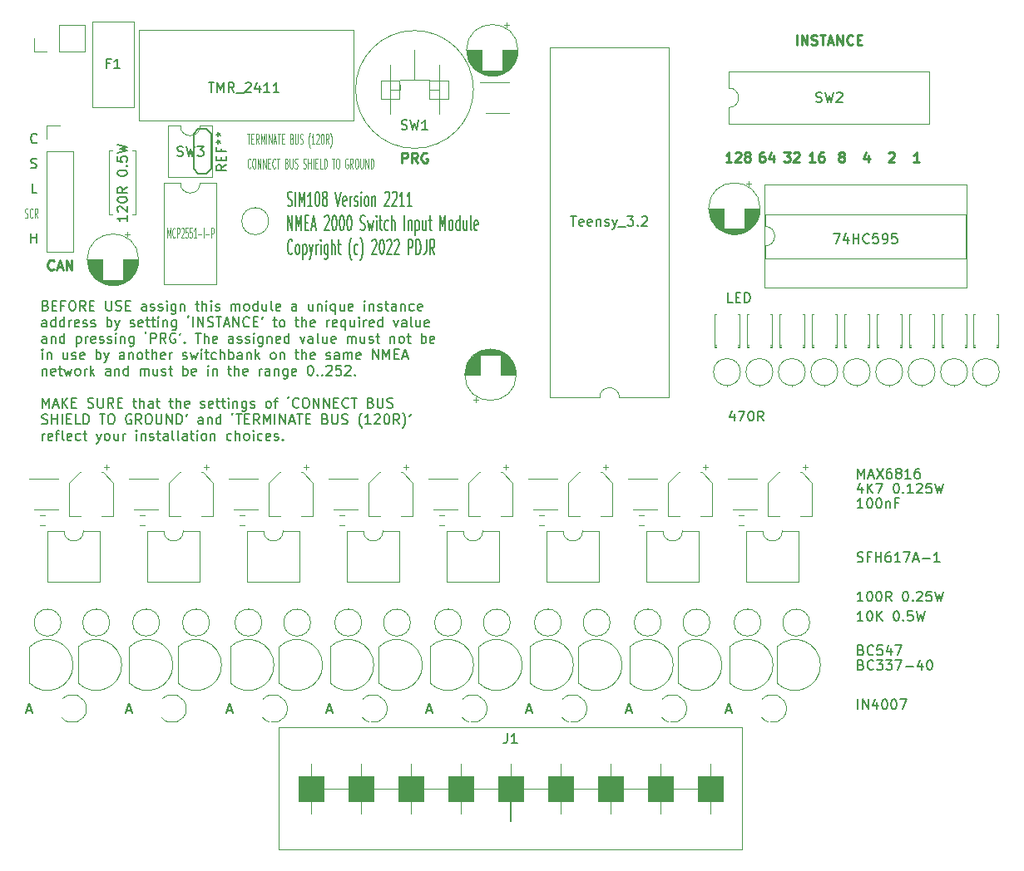
<source format=gto>
G04 #@! TF.GenerationSoftware,KiCad,Pcbnew,5.1.10-88a1d61d58~90~ubuntu20.04.1*
G04 #@! TF.CreationDate,2022-11-29T16:27:44+00:00*
G04 #@! TF.ProjectId,SIM108,53494d31-3038-42e6-9b69-6361645f7063,221101*
G04 #@! TF.SameCoordinates,Original*
G04 #@! TF.FileFunction,Legend,Top*
G04 #@! TF.FilePolarity,Positive*
%FSLAX46Y46*%
G04 Gerber Fmt 4.6, Leading zero omitted, Abs format (unit mm)*
G04 Created by KiCad (PCBNEW 5.1.10-88a1d61d58~90~ubuntu20.04.1) date 2022-11-29 16:27:44*
%MOMM*%
%LPD*%
G01*
G04 APERTURE LIST*
%ADD10C,0.150000*%
%ADD11C,0.125000*%
%ADD12C,0.200000*%
%ADD13C,0.250000*%
%ADD14C,0.120000*%
%ADD15C,0.100000*%
%ADD16C,0.112500*%
G04 APERTURE END LIST*
D10*
X22668928Y-49328571D02*
X22811785Y-49376190D01*
X22859404Y-49423809D01*
X22907023Y-49519047D01*
X22907023Y-49661904D01*
X22859404Y-49757142D01*
X22811785Y-49804761D01*
X22716547Y-49852380D01*
X22335595Y-49852380D01*
X22335595Y-48852380D01*
X22668928Y-48852380D01*
X22764166Y-48900000D01*
X22811785Y-48947619D01*
X22859404Y-49042857D01*
X22859404Y-49138095D01*
X22811785Y-49233333D01*
X22764166Y-49280952D01*
X22668928Y-49328571D01*
X22335595Y-49328571D01*
X23335595Y-49328571D02*
X23668928Y-49328571D01*
X23811785Y-49852380D02*
X23335595Y-49852380D01*
X23335595Y-48852380D01*
X23811785Y-48852380D01*
X24573690Y-49328571D02*
X24240357Y-49328571D01*
X24240357Y-49852380D02*
X24240357Y-48852380D01*
X24716547Y-48852380D01*
X25287976Y-48852380D02*
X25478452Y-48852380D01*
X25573690Y-48900000D01*
X25668928Y-48995238D01*
X25716547Y-49185714D01*
X25716547Y-49519047D01*
X25668928Y-49709523D01*
X25573690Y-49804761D01*
X25478452Y-49852380D01*
X25287976Y-49852380D01*
X25192738Y-49804761D01*
X25097500Y-49709523D01*
X25049880Y-49519047D01*
X25049880Y-49185714D01*
X25097500Y-48995238D01*
X25192738Y-48900000D01*
X25287976Y-48852380D01*
X26716547Y-49852380D02*
X26383214Y-49376190D01*
X26145119Y-49852380D02*
X26145119Y-48852380D01*
X26526071Y-48852380D01*
X26621309Y-48900000D01*
X26668928Y-48947619D01*
X26716547Y-49042857D01*
X26716547Y-49185714D01*
X26668928Y-49280952D01*
X26621309Y-49328571D01*
X26526071Y-49376190D01*
X26145119Y-49376190D01*
X27145119Y-49328571D02*
X27478452Y-49328571D01*
X27621309Y-49852380D02*
X27145119Y-49852380D01*
X27145119Y-48852380D01*
X27621309Y-48852380D01*
X28811785Y-48852380D02*
X28811785Y-49661904D01*
X28859404Y-49757142D01*
X28907023Y-49804761D01*
X29002261Y-49852380D01*
X29192738Y-49852380D01*
X29287976Y-49804761D01*
X29335595Y-49757142D01*
X29383214Y-49661904D01*
X29383214Y-48852380D01*
X29811785Y-49804761D02*
X29954642Y-49852380D01*
X30192738Y-49852380D01*
X30287976Y-49804761D01*
X30335595Y-49757142D01*
X30383214Y-49661904D01*
X30383214Y-49566666D01*
X30335595Y-49471428D01*
X30287976Y-49423809D01*
X30192738Y-49376190D01*
X30002261Y-49328571D01*
X29907023Y-49280952D01*
X29859404Y-49233333D01*
X29811785Y-49138095D01*
X29811785Y-49042857D01*
X29859404Y-48947619D01*
X29907023Y-48900000D01*
X30002261Y-48852380D01*
X30240357Y-48852380D01*
X30383214Y-48900000D01*
X30811785Y-49328571D02*
X31145119Y-49328571D01*
X31287976Y-49852380D02*
X30811785Y-49852380D01*
X30811785Y-48852380D01*
X31287976Y-48852380D01*
X32907023Y-49852380D02*
X32907023Y-49328571D01*
X32859404Y-49233333D01*
X32764166Y-49185714D01*
X32573690Y-49185714D01*
X32478452Y-49233333D01*
X32907023Y-49804761D02*
X32811785Y-49852380D01*
X32573690Y-49852380D01*
X32478452Y-49804761D01*
X32430833Y-49709523D01*
X32430833Y-49614285D01*
X32478452Y-49519047D01*
X32573690Y-49471428D01*
X32811785Y-49471428D01*
X32907023Y-49423809D01*
X33335595Y-49804761D02*
X33430833Y-49852380D01*
X33621309Y-49852380D01*
X33716547Y-49804761D01*
X33764166Y-49709523D01*
X33764166Y-49661904D01*
X33716547Y-49566666D01*
X33621309Y-49519047D01*
X33478452Y-49519047D01*
X33383214Y-49471428D01*
X33335595Y-49376190D01*
X33335595Y-49328571D01*
X33383214Y-49233333D01*
X33478452Y-49185714D01*
X33621309Y-49185714D01*
X33716547Y-49233333D01*
X34145119Y-49804761D02*
X34240357Y-49852380D01*
X34430833Y-49852380D01*
X34526071Y-49804761D01*
X34573690Y-49709523D01*
X34573690Y-49661904D01*
X34526071Y-49566666D01*
X34430833Y-49519047D01*
X34287976Y-49519047D01*
X34192738Y-49471428D01*
X34145119Y-49376190D01*
X34145119Y-49328571D01*
X34192738Y-49233333D01*
X34287976Y-49185714D01*
X34430833Y-49185714D01*
X34526071Y-49233333D01*
X35002261Y-49852380D02*
X35002261Y-49185714D01*
X35002261Y-48852380D02*
X34954642Y-48900000D01*
X35002261Y-48947619D01*
X35049880Y-48900000D01*
X35002261Y-48852380D01*
X35002261Y-48947619D01*
X35907023Y-49185714D02*
X35907023Y-49995238D01*
X35859404Y-50090476D01*
X35811785Y-50138095D01*
X35716547Y-50185714D01*
X35573690Y-50185714D01*
X35478452Y-50138095D01*
X35907023Y-49804761D02*
X35811785Y-49852380D01*
X35621309Y-49852380D01*
X35526071Y-49804761D01*
X35478452Y-49757142D01*
X35430833Y-49661904D01*
X35430833Y-49376190D01*
X35478452Y-49280952D01*
X35526071Y-49233333D01*
X35621309Y-49185714D01*
X35811785Y-49185714D01*
X35907023Y-49233333D01*
X36383214Y-49185714D02*
X36383214Y-49852380D01*
X36383214Y-49280952D02*
X36430833Y-49233333D01*
X36526071Y-49185714D01*
X36668928Y-49185714D01*
X36764166Y-49233333D01*
X36811785Y-49328571D01*
X36811785Y-49852380D01*
X37907023Y-49185714D02*
X38287976Y-49185714D01*
X38049880Y-48852380D02*
X38049880Y-49709523D01*
X38097500Y-49804761D01*
X38192738Y-49852380D01*
X38287976Y-49852380D01*
X38621309Y-49852380D02*
X38621309Y-48852380D01*
X39049880Y-49852380D02*
X39049880Y-49328571D01*
X39002261Y-49233333D01*
X38907023Y-49185714D01*
X38764166Y-49185714D01*
X38668928Y-49233333D01*
X38621309Y-49280952D01*
X39526071Y-49852380D02*
X39526071Y-49185714D01*
X39526071Y-48852380D02*
X39478452Y-48900000D01*
X39526071Y-48947619D01*
X39573690Y-48900000D01*
X39526071Y-48852380D01*
X39526071Y-48947619D01*
X39954642Y-49804761D02*
X40049880Y-49852380D01*
X40240357Y-49852380D01*
X40335595Y-49804761D01*
X40383214Y-49709523D01*
X40383214Y-49661904D01*
X40335595Y-49566666D01*
X40240357Y-49519047D01*
X40097500Y-49519047D01*
X40002261Y-49471428D01*
X39954642Y-49376190D01*
X39954642Y-49328571D01*
X40002261Y-49233333D01*
X40097500Y-49185714D01*
X40240357Y-49185714D01*
X40335595Y-49233333D01*
X41573690Y-49852380D02*
X41573690Y-49185714D01*
X41573690Y-49280952D02*
X41621309Y-49233333D01*
X41716547Y-49185714D01*
X41859404Y-49185714D01*
X41954642Y-49233333D01*
X42002261Y-49328571D01*
X42002261Y-49852380D01*
X42002261Y-49328571D02*
X42049880Y-49233333D01*
X42145119Y-49185714D01*
X42287976Y-49185714D01*
X42383214Y-49233333D01*
X42430833Y-49328571D01*
X42430833Y-49852380D01*
X43049880Y-49852380D02*
X42954642Y-49804761D01*
X42907023Y-49757142D01*
X42859404Y-49661904D01*
X42859404Y-49376190D01*
X42907023Y-49280952D01*
X42954642Y-49233333D01*
X43049880Y-49185714D01*
X43192738Y-49185714D01*
X43287976Y-49233333D01*
X43335595Y-49280952D01*
X43383214Y-49376190D01*
X43383214Y-49661904D01*
X43335595Y-49757142D01*
X43287976Y-49804761D01*
X43192738Y-49852380D01*
X43049880Y-49852380D01*
X44240357Y-49852380D02*
X44240357Y-48852380D01*
X44240357Y-49804761D02*
X44145119Y-49852380D01*
X43954642Y-49852380D01*
X43859404Y-49804761D01*
X43811785Y-49757142D01*
X43764166Y-49661904D01*
X43764166Y-49376190D01*
X43811785Y-49280952D01*
X43859404Y-49233333D01*
X43954642Y-49185714D01*
X44145119Y-49185714D01*
X44240357Y-49233333D01*
X45145119Y-49185714D02*
X45145119Y-49852380D01*
X44716547Y-49185714D02*
X44716547Y-49709523D01*
X44764166Y-49804761D01*
X44859404Y-49852380D01*
X45002261Y-49852380D01*
X45097499Y-49804761D01*
X45145119Y-49757142D01*
X45764166Y-49852380D02*
X45668928Y-49804761D01*
X45621309Y-49709523D01*
X45621309Y-48852380D01*
X46526071Y-49804761D02*
X46430833Y-49852380D01*
X46240357Y-49852380D01*
X46145119Y-49804761D01*
X46097499Y-49709523D01*
X46097499Y-49328571D01*
X46145119Y-49233333D01*
X46240357Y-49185714D01*
X46430833Y-49185714D01*
X46526071Y-49233333D01*
X46573690Y-49328571D01*
X46573690Y-49423809D01*
X46097499Y-49519047D01*
X48192738Y-49852380D02*
X48192738Y-49328571D01*
X48145119Y-49233333D01*
X48049880Y-49185714D01*
X47859404Y-49185714D01*
X47764166Y-49233333D01*
X48192738Y-49804761D02*
X48097499Y-49852380D01*
X47859404Y-49852380D01*
X47764166Y-49804761D01*
X47716547Y-49709523D01*
X47716547Y-49614285D01*
X47764166Y-49519047D01*
X47859404Y-49471428D01*
X48097499Y-49471428D01*
X48192738Y-49423809D01*
X49859404Y-49185714D02*
X49859404Y-49852380D01*
X49430833Y-49185714D02*
X49430833Y-49709523D01*
X49478452Y-49804761D01*
X49573690Y-49852380D01*
X49716547Y-49852380D01*
X49811785Y-49804761D01*
X49859404Y-49757142D01*
X50335595Y-49185714D02*
X50335595Y-49852380D01*
X50335595Y-49280952D02*
X50383214Y-49233333D01*
X50478452Y-49185714D01*
X50621309Y-49185714D01*
X50716547Y-49233333D01*
X50764166Y-49328571D01*
X50764166Y-49852380D01*
X51240357Y-49852380D02*
X51240357Y-49185714D01*
X51240357Y-48852380D02*
X51192738Y-48900000D01*
X51240357Y-48947619D01*
X51287976Y-48900000D01*
X51240357Y-48852380D01*
X51240357Y-48947619D01*
X52145119Y-49185714D02*
X52145119Y-50185714D01*
X52145119Y-49804761D02*
X52049880Y-49852380D01*
X51859404Y-49852380D01*
X51764166Y-49804761D01*
X51716547Y-49757142D01*
X51668928Y-49661904D01*
X51668928Y-49376190D01*
X51716547Y-49280952D01*
X51764166Y-49233333D01*
X51859404Y-49185714D01*
X52049880Y-49185714D01*
X52145119Y-49233333D01*
X53049880Y-49185714D02*
X53049880Y-49852380D01*
X52621309Y-49185714D02*
X52621309Y-49709523D01*
X52668928Y-49804761D01*
X52764166Y-49852380D01*
X52907023Y-49852380D01*
X53002261Y-49804761D01*
X53049880Y-49757142D01*
X53907023Y-49804761D02*
X53811785Y-49852380D01*
X53621309Y-49852380D01*
X53526071Y-49804761D01*
X53478452Y-49709523D01*
X53478452Y-49328571D01*
X53526071Y-49233333D01*
X53621309Y-49185714D01*
X53811785Y-49185714D01*
X53907023Y-49233333D01*
X53954642Y-49328571D01*
X53954642Y-49423809D01*
X53478452Y-49519047D01*
X55145119Y-49852380D02*
X55145119Y-49185714D01*
X55145119Y-48852380D02*
X55097499Y-48900000D01*
X55145119Y-48947619D01*
X55192738Y-48900000D01*
X55145119Y-48852380D01*
X55145119Y-48947619D01*
X55621309Y-49185714D02*
X55621309Y-49852380D01*
X55621309Y-49280952D02*
X55668928Y-49233333D01*
X55764166Y-49185714D01*
X55907023Y-49185714D01*
X56002261Y-49233333D01*
X56049880Y-49328571D01*
X56049880Y-49852380D01*
X56478452Y-49804761D02*
X56573690Y-49852380D01*
X56764166Y-49852380D01*
X56859404Y-49804761D01*
X56907023Y-49709523D01*
X56907023Y-49661904D01*
X56859404Y-49566666D01*
X56764166Y-49519047D01*
X56621309Y-49519047D01*
X56526071Y-49471428D01*
X56478452Y-49376190D01*
X56478452Y-49328571D01*
X56526071Y-49233333D01*
X56621309Y-49185714D01*
X56764166Y-49185714D01*
X56859404Y-49233333D01*
X57192738Y-49185714D02*
X57573690Y-49185714D01*
X57335595Y-48852380D02*
X57335595Y-49709523D01*
X57383214Y-49804761D01*
X57478452Y-49852380D01*
X57573690Y-49852380D01*
X58335595Y-49852380D02*
X58335595Y-49328571D01*
X58287976Y-49233333D01*
X58192738Y-49185714D01*
X58002261Y-49185714D01*
X57907023Y-49233333D01*
X58335595Y-49804761D02*
X58240357Y-49852380D01*
X58002261Y-49852380D01*
X57907023Y-49804761D01*
X57859404Y-49709523D01*
X57859404Y-49614285D01*
X57907023Y-49519047D01*
X58002261Y-49471428D01*
X58240357Y-49471428D01*
X58335595Y-49423809D01*
X58811785Y-49185714D02*
X58811785Y-49852380D01*
X58811785Y-49280952D02*
X58859404Y-49233333D01*
X58954642Y-49185714D01*
X59097499Y-49185714D01*
X59192738Y-49233333D01*
X59240357Y-49328571D01*
X59240357Y-49852380D01*
X60145119Y-49804761D02*
X60049880Y-49852380D01*
X59859404Y-49852380D01*
X59764166Y-49804761D01*
X59716547Y-49757142D01*
X59668928Y-49661904D01*
X59668928Y-49376190D01*
X59716547Y-49280952D01*
X59764166Y-49233333D01*
X59859404Y-49185714D01*
X60049880Y-49185714D01*
X60145119Y-49233333D01*
X60954642Y-49804761D02*
X60859404Y-49852380D01*
X60668928Y-49852380D01*
X60573690Y-49804761D01*
X60526071Y-49709523D01*
X60526071Y-49328571D01*
X60573690Y-49233333D01*
X60668928Y-49185714D01*
X60859404Y-49185714D01*
X60954642Y-49233333D01*
X61002261Y-49328571D01*
X61002261Y-49423809D01*
X60526071Y-49519047D01*
X22764166Y-51502380D02*
X22764166Y-50978571D01*
X22716547Y-50883333D01*
X22621309Y-50835714D01*
X22430833Y-50835714D01*
X22335595Y-50883333D01*
X22764166Y-51454761D02*
X22668928Y-51502380D01*
X22430833Y-51502380D01*
X22335595Y-51454761D01*
X22287976Y-51359523D01*
X22287976Y-51264285D01*
X22335595Y-51169047D01*
X22430833Y-51121428D01*
X22668928Y-51121428D01*
X22764166Y-51073809D01*
X23668928Y-51502380D02*
X23668928Y-50502380D01*
X23668928Y-51454761D02*
X23573690Y-51502380D01*
X23383214Y-51502380D01*
X23287976Y-51454761D01*
X23240357Y-51407142D01*
X23192738Y-51311904D01*
X23192738Y-51026190D01*
X23240357Y-50930952D01*
X23287976Y-50883333D01*
X23383214Y-50835714D01*
X23573690Y-50835714D01*
X23668928Y-50883333D01*
X24573690Y-51502380D02*
X24573690Y-50502380D01*
X24573690Y-51454761D02*
X24478452Y-51502380D01*
X24287976Y-51502380D01*
X24192738Y-51454761D01*
X24145119Y-51407142D01*
X24097500Y-51311904D01*
X24097500Y-51026190D01*
X24145119Y-50930952D01*
X24192738Y-50883333D01*
X24287976Y-50835714D01*
X24478452Y-50835714D01*
X24573690Y-50883333D01*
X25049880Y-51502380D02*
X25049880Y-50835714D01*
X25049880Y-51026190D02*
X25097500Y-50930952D01*
X25145119Y-50883333D01*
X25240357Y-50835714D01*
X25335595Y-50835714D01*
X26049880Y-51454761D02*
X25954642Y-51502380D01*
X25764166Y-51502380D01*
X25668928Y-51454761D01*
X25621309Y-51359523D01*
X25621309Y-50978571D01*
X25668928Y-50883333D01*
X25764166Y-50835714D01*
X25954642Y-50835714D01*
X26049880Y-50883333D01*
X26097500Y-50978571D01*
X26097500Y-51073809D01*
X25621309Y-51169047D01*
X26478452Y-51454761D02*
X26573690Y-51502380D01*
X26764166Y-51502380D01*
X26859404Y-51454761D01*
X26907023Y-51359523D01*
X26907023Y-51311904D01*
X26859404Y-51216666D01*
X26764166Y-51169047D01*
X26621309Y-51169047D01*
X26526071Y-51121428D01*
X26478452Y-51026190D01*
X26478452Y-50978571D01*
X26526071Y-50883333D01*
X26621309Y-50835714D01*
X26764166Y-50835714D01*
X26859404Y-50883333D01*
X27287976Y-51454761D02*
X27383214Y-51502380D01*
X27573690Y-51502380D01*
X27668928Y-51454761D01*
X27716547Y-51359523D01*
X27716547Y-51311904D01*
X27668928Y-51216666D01*
X27573690Y-51169047D01*
X27430833Y-51169047D01*
X27335595Y-51121428D01*
X27287976Y-51026190D01*
X27287976Y-50978571D01*
X27335595Y-50883333D01*
X27430833Y-50835714D01*
X27573690Y-50835714D01*
X27668928Y-50883333D01*
X28907023Y-51502380D02*
X28907023Y-50502380D01*
X28907023Y-50883333D02*
X29002261Y-50835714D01*
X29192738Y-50835714D01*
X29287976Y-50883333D01*
X29335595Y-50930952D01*
X29383214Y-51026190D01*
X29383214Y-51311904D01*
X29335595Y-51407142D01*
X29287976Y-51454761D01*
X29192738Y-51502380D01*
X29002261Y-51502380D01*
X28907023Y-51454761D01*
X29716547Y-50835714D02*
X29954642Y-51502380D01*
X30192738Y-50835714D02*
X29954642Y-51502380D01*
X29859404Y-51740476D01*
X29811785Y-51788095D01*
X29716547Y-51835714D01*
X31287976Y-51454761D02*
X31383214Y-51502380D01*
X31573690Y-51502380D01*
X31668928Y-51454761D01*
X31716547Y-51359523D01*
X31716547Y-51311904D01*
X31668928Y-51216666D01*
X31573690Y-51169047D01*
X31430833Y-51169047D01*
X31335595Y-51121428D01*
X31287976Y-51026190D01*
X31287976Y-50978571D01*
X31335595Y-50883333D01*
X31430833Y-50835714D01*
X31573690Y-50835714D01*
X31668928Y-50883333D01*
X32526071Y-51454761D02*
X32430833Y-51502380D01*
X32240357Y-51502380D01*
X32145119Y-51454761D01*
X32097500Y-51359523D01*
X32097500Y-50978571D01*
X32145119Y-50883333D01*
X32240357Y-50835714D01*
X32430833Y-50835714D01*
X32526071Y-50883333D01*
X32573690Y-50978571D01*
X32573690Y-51073809D01*
X32097500Y-51169047D01*
X32859404Y-50835714D02*
X33240357Y-50835714D01*
X33002261Y-50502380D02*
X33002261Y-51359523D01*
X33049880Y-51454761D01*
X33145119Y-51502380D01*
X33240357Y-51502380D01*
X33430833Y-50835714D02*
X33811785Y-50835714D01*
X33573690Y-50502380D02*
X33573690Y-51359523D01*
X33621309Y-51454761D01*
X33716547Y-51502380D01*
X33811785Y-51502380D01*
X34145119Y-51502380D02*
X34145119Y-50835714D01*
X34145119Y-50502380D02*
X34097500Y-50550000D01*
X34145119Y-50597619D01*
X34192738Y-50550000D01*
X34145119Y-50502380D01*
X34145119Y-50597619D01*
X34621309Y-50835714D02*
X34621309Y-51502380D01*
X34621309Y-50930952D02*
X34668928Y-50883333D01*
X34764166Y-50835714D01*
X34907023Y-50835714D01*
X35002261Y-50883333D01*
X35049880Y-50978571D01*
X35049880Y-51502380D01*
X35954642Y-50835714D02*
X35954642Y-51645238D01*
X35907023Y-51740476D01*
X35859404Y-51788095D01*
X35764166Y-51835714D01*
X35621309Y-51835714D01*
X35526071Y-51788095D01*
X35954642Y-51454761D02*
X35859404Y-51502380D01*
X35668928Y-51502380D01*
X35573690Y-51454761D01*
X35526071Y-51407142D01*
X35478452Y-51311904D01*
X35478452Y-51026190D01*
X35526071Y-50930952D01*
X35573690Y-50883333D01*
X35668928Y-50835714D01*
X35859404Y-50835714D01*
X35954642Y-50883333D01*
X37145119Y-50550000D02*
X37145119Y-50502380D01*
X37192738Y-50407142D01*
X37240357Y-50359523D01*
X37668928Y-51502380D02*
X37668928Y-50502380D01*
X38145119Y-51502380D02*
X38145119Y-50502380D01*
X38716547Y-51502380D01*
X38716547Y-50502380D01*
X39145119Y-51454761D02*
X39287976Y-51502380D01*
X39526071Y-51502380D01*
X39621309Y-51454761D01*
X39668928Y-51407142D01*
X39716547Y-51311904D01*
X39716547Y-51216666D01*
X39668928Y-51121428D01*
X39621309Y-51073809D01*
X39526071Y-51026190D01*
X39335595Y-50978571D01*
X39240357Y-50930952D01*
X39192738Y-50883333D01*
X39145119Y-50788095D01*
X39145119Y-50692857D01*
X39192738Y-50597619D01*
X39240357Y-50550000D01*
X39335595Y-50502380D01*
X39573690Y-50502380D01*
X39716547Y-50550000D01*
X40002261Y-50502380D02*
X40573690Y-50502380D01*
X40287976Y-51502380D02*
X40287976Y-50502380D01*
X40859404Y-51216666D02*
X41335595Y-51216666D01*
X40764166Y-51502380D02*
X41097500Y-50502380D01*
X41430833Y-51502380D01*
X41764166Y-51502380D02*
X41764166Y-50502380D01*
X42335595Y-51502380D01*
X42335595Y-50502380D01*
X43383214Y-51407142D02*
X43335595Y-51454761D01*
X43192738Y-51502380D01*
X43097500Y-51502380D01*
X42954642Y-51454761D01*
X42859404Y-51359523D01*
X42811785Y-51264285D01*
X42764166Y-51073809D01*
X42764166Y-50930952D01*
X42811785Y-50740476D01*
X42859404Y-50645238D01*
X42954642Y-50550000D01*
X43097500Y-50502380D01*
X43192738Y-50502380D01*
X43335595Y-50550000D01*
X43383214Y-50597619D01*
X43811785Y-50978571D02*
X44145119Y-50978571D01*
X44287976Y-51502380D02*
X43811785Y-51502380D01*
X43811785Y-50502380D01*
X44287976Y-50502380D01*
X44764166Y-50502380D02*
X44764166Y-50550000D01*
X44716547Y-50645238D01*
X44668928Y-50692857D01*
X45811785Y-50835714D02*
X46192738Y-50835714D01*
X45954642Y-50502380D02*
X45954642Y-51359523D01*
X46002261Y-51454761D01*
X46097500Y-51502380D01*
X46192738Y-51502380D01*
X46668928Y-51502380D02*
X46573690Y-51454761D01*
X46526071Y-51407142D01*
X46478452Y-51311904D01*
X46478452Y-51026190D01*
X46526071Y-50930952D01*
X46573690Y-50883333D01*
X46668928Y-50835714D01*
X46811785Y-50835714D01*
X46907023Y-50883333D01*
X46954642Y-50930952D01*
X47002261Y-51026190D01*
X47002261Y-51311904D01*
X46954642Y-51407142D01*
X46907023Y-51454761D01*
X46811785Y-51502380D01*
X46668928Y-51502380D01*
X48049880Y-50835714D02*
X48430833Y-50835714D01*
X48192738Y-50502380D02*
X48192738Y-51359523D01*
X48240357Y-51454761D01*
X48335595Y-51502380D01*
X48430833Y-51502380D01*
X48764166Y-51502380D02*
X48764166Y-50502380D01*
X49192738Y-51502380D02*
X49192738Y-50978571D01*
X49145119Y-50883333D01*
X49049880Y-50835714D01*
X48907023Y-50835714D01*
X48811785Y-50883333D01*
X48764166Y-50930952D01*
X50049880Y-51454761D02*
X49954642Y-51502380D01*
X49764166Y-51502380D01*
X49668928Y-51454761D01*
X49621309Y-51359523D01*
X49621309Y-50978571D01*
X49668928Y-50883333D01*
X49764166Y-50835714D01*
X49954642Y-50835714D01*
X50049880Y-50883333D01*
X50097499Y-50978571D01*
X50097499Y-51073809D01*
X49621309Y-51169047D01*
X51287976Y-51502380D02*
X51287976Y-50835714D01*
X51287976Y-51026190D02*
X51335595Y-50930952D01*
X51383214Y-50883333D01*
X51478452Y-50835714D01*
X51573690Y-50835714D01*
X52287976Y-51454761D02*
X52192738Y-51502380D01*
X52002261Y-51502380D01*
X51907023Y-51454761D01*
X51859404Y-51359523D01*
X51859404Y-50978571D01*
X51907023Y-50883333D01*
X52002261Y-50835714D01*
X52192738Y-50835714D01*
X52287976Y-50883333D01*
X52335595Y-50978571D01*
X52335595Y-51073809D01*
X51859404Y-51169047D01*
X53192738Y-50835714D02*
X53192738Y-51835714D01*
X53192738Y-51454761D02*
X53097499Y-51502380D01*
X52907023Y-51502380D01*
X52811785Y-51454761D01*
X52764166Y-51407142D01*
X52716547Y-51311904D01*
X52716547Y-51026190D01*
X52764166Y-50930952D01*
X52811785Y-50883333D01*
X52907023Y-50835714D01*
X53097499Y-50835714D01*
X53192738Y-50883333D01*
X54097499Y-50835714D02*
X54097499Y-51502380D01*
X53668928Y-50835714D02*
X53668928Y-51359523D01*
X53716547Y-51454761D01*
X53811785Y-51502380D01*
X53954642Y-51502380D01*
X54049880Y-51454761D01*
X54097499Y-51407142D01*
X54573690Y-51502380D02*
X54573690Y-50835714D01*
X54573690Y-50502380D02*
X54526071Y-50550000D01*
X54573690Y-50597619D01*
X54621309Y-50550000D01*
X54573690Y-50502380D01*
X54573690Y-50597619D01*
X55049880Y-51502380D02*
X55049880Y-50835714D01*
X55049880Y-51026190D02*
X55097499Y-50930952D01*
X55145119Y-50883333D01*
X55240357Y-50835714D01*
X55335595Y-50835714D01*
X56049880Y-51454761D02*
X55954642Y-51502380D01*
X55764166Y-51502380D01*
X55668928Y-51454761D01*
X55621309Y-51359523D01*
X55621309Y-50978571D01*
X55668928Y-50883333D01*
X55764166Y-50835714D01*
X55954642Y-50835714D01*
X56049880Y-50883333D01*
X56097499Y-50978571D01*
X56097499Y-51073809D01*
X55621309Y-51169047D01*
X56954642Y-51502380D02*
X56954642Y-50502380D01*
X56954642Y-51454761D02*
X56859404Y-51502380D01*
X56668928Y-51502380D01*
X56573690Y-51454761D01*
X56526071Y-51407142D01*
X56478452Y-51311904D01*
X56478452Y-51026190D01*
X56526071Y-50930952D01*
X56573690Y-50883333D01*
X56668928Y-50835714D01*
X56859404Y-50835714D01*
X56954642Y-50883333D01*
X58097499Y-50835714D02*
X58335595Y-51502380D01*
X58573690Y-50835714D01*
X59383214Y-51502380D02*
X59383214Y-50978571D01*
X59335595Y-50883333D01*
X59240357Y-50835714D01*
X59049880Y-50835714D01*
X58954642Y-50883333D01*
X59383214Y-51454761D02*
X59287976Y-51502380D01*
X59049880Y-51502380D01*
X58954642Y-51454761D01*
X58907023Y-51359523D01*
X58907023Y-51264285D01*
X58954642Y-51169047D01*
X59049880Y-51121428D01*
X59287976Y-51121428D01*
X59383214Y-51073809D01*
X60002261Y-51502380D02*
X59907023Y-51454761D01*
X59859404Y-51359523D01*
X59859404Y-50502380D01*
X60811785Y-50835714D02*
X60811785Y-51502380D01*
X60383214Y-50835714D02*
X60383214Y-51359523D01*
X60430833Y-51454761D01*
X60526071Y-51502380D01*
X60668928Y-51502380D01*
X60764166Y-51454761D01*
X60811785Y-51407142D01*
X61668928Y-51454761D02*
X61573690Y-51502380D01*
X61383214Y-51502380D01*
X61287976Y-51454761D01*
X61240357Y-51359523D01*
X61240357Y-50978571D01*
X61287976Y-50883333D01*
X61383214Y-50835714D01*
X61573690Y-50835714D01*
X61668928Y-50883333D01*
X61716547Y-50978571D01*
X61716547Y-51073809D01*
X61240357Y-51169047D01*
X22764166Y-53152380D02*
X22764166Y-52628571D01*
X22716547Y-52533333D01*
X22621309Y-52485714D01*
X22430833Y-52485714D01*
X22335595Y-52533333D01*
X22764166Y-53104761D02*
X22668928Y-53152380D01*
X22430833Y-53152380D01*
X22335595Y-53104761D01*
X22287976Y-53009523D01*
X22287976Y-52914285D01*
X22335595Y-52819047D01*
X22430833Y-52771428D01*
X22668928Y-52771428D01*
X22764166Y-52723809D01*
X23240357Y-52485714D02*
X23240357Y-53152380D01*
X23240357Y-52580952D02*
X23287976Y-52533333D01*
X23383214Y-52485714D01*
X23526071Y-52485714D01*
X23621309Y-52533333D01*
X23668928Y-52628571D01*
X23668928Y-53152380D01*
X24573690Y-53152380D02*
X24573690Y-52152380D01*
X24573690Y-53104761D02*
X24478452Y-53152380D01*
X24287976Y-53152380D01*
X24192738Y-53104761D01*
X24145119Y-53057142D01*
X24097500Y-52961904D01*
X24097500Y-52676190D01*
X24145119Y-52580952D01*
X24192738Y-52533333D01*
X24287976Y-52485714D01*
X24478452Y-52485714D01*
X24573690Y-52533333D01*
X25811785Y-52485714D02*
X25811785Y-53485714D01*
X25811785Y-52533333D02*
X25907023Y-52485714D01*
X26097500Y-52485714D01*
X26192738Y-52533333D01*
X26240357Y-52580952D01*
X26287976Y-52676190D01*
X26287976Y-52961904D01*
X26240357Y-53057142D01*
X26192738Y-53104761D01*
X26097500Y-53152380D01*
X25907023Y-53152380D01*
X25811785Y-53104761D01*
X26716547Y-53152380D02*
X26716547Y-52485714D01*
X26716547Y-52676190D02*
X26764166Y-52580952D01*
X26811785Y-52533333D01*
X26907023Y-52485714D01*
X27002261Y-52485714D01*
X27716547Y-53104761D02*
X27621309Y-53152380D01*
X27430833Y-53152380D01*
X27335595Y-53104761D01*
X27287976Y-53009523D01*
X27287976Y-52628571D01*
X27335595Y-52533333D01*
X27430833Y-52485714D01*
X27621309Y-52485714D01*
X27716547Y-52533333D01*
X27764166Y-52628571D01*
X27764166Y-52723809D01*
X27287976Y-52819047D01*
X28145119Y-53104761D02*
X28240357Y-53152380D01*
X28430833Y-53152380D01*
X28526071Y-53104761D01*
X28573690Y-53009523D01*
X28573690Y-52961904D01*
X28526071Y-52866666D01*
X28430833Y-52819047D01*
X28287976Y-52819047D01*
X28192738Y-52771428D01*
X28145119Y-52676190D01*
X28145119Y-52628571D01*
X28192738Y-52533333D01*
X28287976Y-52485714D01*
X28430833Y-52485714D01*
X28526071Y-52533333D01*
X28954642Y-53104761D02*
X29049880Y-53152380D01*
X29240357Y-53152380D01*
X29335595Y-53104761D01*
X29383214Y-53009523D01*
X29383214Y-52961904D01*
X29335595Y-52866666D01*
X29240357Y-52819047D01*
X29097500Y-52819047D01*
X29002261Y-52771428D01*
X28954642Y-52676190D01*
X28954642Y-52628571D01*
X29002261Y-52533333D01*
X29097500Y-52485714D01*
X29240357Y-52485714D01*
X29335595Y-52533333D01*
X29811785Y-53152380D02*
X29811785Y-52485714D01*
X29811785Y-52152380D02*
X29764166Y-52200000D01*
X29811785Y-52247619D01*
X29859404Y-52200000D01*
X29811785Y-52152380D01*
X29811785Y-52247619D01*
X30287976Y-52485714D02*
X30287976Y-53152380D01*
X30287976Y-52580952D02*
X30335595Y-52533333D01*
X30430833Y-52485714D01*
X30573690Y-52485714D01*
X30668928Y-52533333D01*
X30716547Y-52628571D01*
X30716547Y-53152380D01*
X31621309Y-52485714D02*
X31621309Y-53295238D01*
X31573690Y-53390476D01*
X31526071Y-53438095D01*
X31430833Y-53485714D01*
X31287976Y-53485714D01*
X31192738Y-53438095D01*
X31621309Y-53104761D02*
X31526071Y-53152380D01*
X31335595Y-53152380D01*
X31240357Y-53104761D01*
X31192738Y-53057142D01*
X31145119Y-52961904D01*
X31145119Y-52676190D01*
X31192738Y-52580952D01*
X31240357Y-52533333D01*
X31335595Y-52485714D01*
X31526071Y-52485714D01*
X31621309Y-52533333D01*
X32811785Y-52200000D02*
X32811785Y-52152380D01*
X32859404Y-52057142D01*
X32907023Y-52009523D01*
X33335595Y-53152380D02*
X33335595Y-52152380D01*
X33716547Y-52152380D01*
X33811785Y-52200000D01*
X33859404Y-52247619D01*
X33907023Y-52342857D01*
X33907023Y-52485714D01*
X33859404Y-52580952D01*
X33811785Y-52628571D01*
X33716547Y-52676190D01*
X33335595Y-52676190D01*
X34907023Y-53152380D02*
X34573690Y-52676190D01*
X34335595Y-53152380D02*
X34335595Y-52152380D01*
X34716547Y-52152380D01*
X34811785Y-52200000D01*
X34859404Y-52247619D01*
X34907023Y-52342857D01*
X34907023Y-52485714D01*
X34859404Y-52580952D01*
X34811785Y-52628571D01*
X34716547Y-52676190D01*
X34335595Y-52676190D01*
X35859404Y-52200000D02*
X35764166Y-52152380D01*
X35621309Y-52152380D01*
X35478452Y-52200000D01*
X35383214Y-52295238D01*
X35335595Y-52390476D01*
X35287976Y-52580952D01*
X35287976Y-52723809D01*
X35335595Y-52914285D01*
X35383214Y-53009523D01*
X35478452Y-53104761D01*
X35621309Y-53152380D01*
X35716547Y-53152380D01*
X35859404Y-53104761D01*
X35907023Y-53057142D01*
X35907023Y-52723809D01*
X35716547Y-52723809D01*
X36383214Y-52152380D02*
X36383214Y-52200000D01*
X36335595Y-52295238D01*
X36287976Y-52342857D01*
X36811785Y-53057142D02*
X36859404Y-53104761D01*
X36811785Y-53152380D01*
X36764166Y-53104761D01*
X36811785Y-53057142D01*
X36811785Y-53152380D01*
X37907023Y-52152380D02*
X38478452Y-52152380D01*
X38192738Y-53152380D02*
X38192738Y-52152380D01*
X38811785Y-53152380D02*
X38811785Y-52152380D01*
X39240357Y-53152380D02*
X39240357Y-52628571D01*
X39192738Y-52533333D01*
X39097500Y-52485714D01*
X38954642Y-52485714D01*
X38859404Y-52533333D01*
X38811785Y-52580952D01*
X40097500Y-53104761D02*
X40002261Y-53152380D01*
X39811785Y-53152380D01*
X39716547Y-53104761D01*
X39668928Y-53009523D01*
X39668928Y-52628571D01*
X39716547Y-52533333D01*
X39811785Y-52485714D01*
X40002261Y-52485714D01*
X40097500Y-52533333D01*
X40145119Y-52628571D01*
X40145119Y-52723809D01*
X39668928Y-52819047D01*
X41764166Y-53152380D02*
X41764166Y-52628571D01*
X41716547Y-52533333D01*
X41621309Y-52485714D01*
X41430833Y-52485714D01*
X41335595Y-52533333D01*
X41764166Y-53104761D02*
X41668928Y-53152380D01*
X41430833Y-53152380D01*
X41335595Y-53104761D01*
X41287976Y-53009523D01*
X41287976Y-52914285D01*
X41335595Y-52819047D01*
X41430833Y-52771428D01*
X41668928Y-52771428D01*
X41764166Y-52723809D01*
X42192738Y-53104761D02*
X42287976Y-53152380D01*
X42478452Y-53152380D01*
X42573690Y-53104761D01*
X42621309Y-53009523D01*
X42621309Y-52961904D01*
X42573690Y-52866666D01*
X42478452Y-52819047D01*
X42335595Y-52819047D01*
X42240357Y-52771428D01*
X42192738Y-52676190D01*
X42192738Y-52628571D01*
X42240357Y-52533333D01*
X42335595Y-52485714D01*
X42478452Y-52485714D01*
X42573690Y-52533333D01*
X43002261Y-53104761D02*
X43097500Y-53152380D01*
X43287976Y-53152380D01*
X43383214Y-53104761D01*
X43430833Y-53009523D01*
X43430833Y-52961904D01*
X43383214Y-52866666D01*
X43287976Y-52819047D01*
X43145119Y-52819047D01*
X43049880Y-52771428D01*
X43002261Y-52676190D01*
X43002261Y-52628571D01*
X43049880Y-52533333D01*
X43145119Y-52485714D01*
X43287976Y-52485714D01*
X43383214Y-52533333D01*
X43859404Y-53152380D02*
X43859404Y-52485714D01*
X43859404Y-52152380D02*
X43811785Y-52200000D01*
X43859404Y-52247619D01*
X43907023Y-52200000D01*
X43859404Y-52152380D01*
X43859404Y-52247619D01*
X44764166Y-52485714D02*
X44764166Y-53295238D01*
X44716547Y-53390476D01*
X44668928Y-53438095D01*
X44573690Y-53485714D01*
X44430833Y-53485714D01*
X44335595Y-53438095D01*
X44764166Y-53104761D02*
X44668928Y-53152380D01*
X44478452Y-53152380D01*
X44383214Y-53104761D01*
X44335595Y-53057142D01*
X44287976Y-52961904D01*
X44287976Y-52676190D01*
X44335595Y-52580952D01*
X44383214Y-52533333D01*
X44478452Y-52485714D01*
X44668928Y-52485714D01*
X44764166Y-52533333D01*
X45240357Y-52485714D02*
X45240357Y-53152380D01*
X45240357Y-52580952D02*
X45287976Y-52533333D01*
X45383214Y-52485714D01*
X45526071Y-52485714D01*
X45621309Y-52533333D01*
X45668928Y-52628571D01*
X45668928Y-53152380D01*
X46526071Y-53104761D02*
X46430833Y-53152380D01*
X46240357Y-53152380D01*
X46145119Y-53104761D01*
X46097499Y-53009523D01*
X46097499Y-52628571D01*
X46145119Y-52533333D01*
X46240357Y-52485714D01*
X46430833Y-52485714D01*
X46526071Y-52533333D01*
X46573690Y-52628571D01*
X46573690Y-52723809D01*
X46097499Y-52819047D01*
X47430833Y-53152380D02*
X47430833Y-52152380D01*
X47430833Y-53104761D02*
X47335595Y-53152380D01*
X47145119Y-53152380D01*
X47049880Y-53104761D01*
X47002261Y-53057142D01*
X46954642Y-52961904D01*
X46954642Y-52676190D01*
X47002261Y-52580952D01*
X47049880Y-52533333D01*
X47145119Y-52485714D01*
X47335595Y-52485714D01*
X47430833Y-52533333D01*
X48573690Y-52485714D02*
X48811785Y-53152380D01*
X49049880Y-52485714D01*
X49859404Y-53152380D02*
X49859404Y-52628571D01*
X49811785Y-52533333D01*
X49716547Y-52485714D01*
X49526071Y-52485714D01*
X49430833Y-52533333D01*
X49859404Y-53104761D02*
X49764166Y-53152380D01*
X49526071Y-53152380D01*
X49430833Y-53104761D01*
X49383214Y-53009523D01*
X49383214Y-52914285D01*
X49430833Y-52819047D01*
X49526071Y-52771428D01*
X49764166Y-52771428D01*
X49859404Y-52723809D01*
X50478452Y-53152380D02*
X50383214Y-53104761D01*
X50335595Y-53009523D01*
X50335595Y-52152380D01*
X51287976Y-52485714D02*
X51287976Y-53152380D01*
X50859404Y-52485714D02*
X50859404Y-53009523D01*
X50907023Y-53104761D01*
X51002261Y-53152380D01*
X51145119Y-53152380D01*
X51240357Y-53104761D01*
X51287976Y-53057142D01*
X52145119Y-53104761D02*
X52049880Y-53152380D01*
X51859404Y-53152380D01*
X51764166Y-53104761D01*
X51716547Y-53009523D01*
X51716547Y-52628571D01*
X51764166Y-52533333D01*
X51859404Y-52485714D01*
X52049880Y-52485714D01*
X52145119Y-52533333D01*
X52192738Y-52628571D01*
X52192738Y-52723809D01*
X51716547Y-52819047D01*
X53383214Y-53152380D02*
X53383214Y-52485714D01*
X53383214Y-52580952D02*
X53430833Y-52533333D01*
X53526071Y-52485714D01*
X53668928Y-52485714D01*
X53764166Y-52533333D01*
X53811785Y-52628571D01*
X53811785Y-53152380D01*
X53811785Y-52628571D02*
X53859404Y-52533333D01*
X53954642Y-52485714D01*
X54097499Y-52485714D01*
X54192738Y-52533333D01*
X54240357Y-52628571D01*
X54240357Y-53152380D01*
X55145119Y-52485714D02*
X55145119Y-53152380D01*
X54716547Y-52485714D02*
X54716547Y-53009523D01*
X54764166Y-53104761D01*
X54859404Y-53152380D01*
X55002261Y-53152380D01*
X55097499Y-53104761D01*
X55145119Y-53057142D01*
X55573690Y-53104761D02*
X55668928Y-53152380D01*
X55859404Y-53152380D01*
X55954642Y-53104761D01*
X56002261Y-53009523D01*
X56002261Y-52961904D01*
X55954642Y-52866666D01*
X55859404Y-52819047D01*
X55716547Y-52819047D01*
X55621309Y-52771428D01*
X55573690Y-52676190D01*
X55573690Y-52628571D01*
X55621309Y-52533333D01*
X55716547Y-52485714D01*
X55859404Y-52485714D01*
X55954642Y-52533333D01*
X56287976Y-52485714D02*
X56668928Y-52485714D01*
X56430833Y-52152380D02*
X56430833Y-53009523D01*
X56478452Y-53104761D01*
X56573690Y-53152380D01*
X56668928Y-53152380D01*
X57764166Y-52485714D02*
X57764166Y-53152380D01*
X57764166Y-52580952D02*
X57811785Y-52533333D01*
X57907023Y-52485714D01*
X58049880Y-52485714D01*
X58145119Y-52533333D01*
X58192738Y-52628571D01*
X58192738Y-53152380D01*
X58811785Y-53152380D02*
X58716547Y-53104761D01*
X58668928Y-53057142D01*
X58621309Y-52961904D01*
X58621309Y-52676190D01*
X58668928Y-52580952D01*
X58716547Y-52533333D01*
X58811785Y-52485714D01*
X58954642Y-52485714D01*
X59049880Y-52533333D01*
X59097499Y-52580952D01*
X59145119Y-52676190D01*
X59145119Y-52961904D01*
X59097499Y-53057142D01*
X59049880Y-53104761D01*
X58954642Y-53152380D01*
X58811785Y-53152380D01*
X59430833Y-52485714D02*
X59811785Y-52485714D01*
X59573690Y-52152380D02*
X59573690Y-53009523D01*
X59621309Y-53104761D01*
X59716547Y-53152380D01*
X59811785Y-53152380D01*
X60907023Y-53152380D02*
X60907023Y-52152380D01*
X60907023Y-52533333D02*
X61002261Y-52485714D01*
X61192738Y-52485714D01*
X61287976Y-52533333D01*
X61335595Y-52580952D01*
X61383214Y-52676190D01*
X61383214Y-52961904D01*
X61335595Y-53057142D01*
X61287976Y-53104761D01*
X61192738Y-53152380D01*
X61002261Y-53152380D01*
X60907023Y-53104761D01*
X62192738Y-53104761D02*
X62097499Y-53152380D01*
X61907023Y-53152380D01*
X61811785Y-53104761D01*
X61764166Y-53009523D01*
X61764166Y-52628571D01*
X61811785Y-52533333D01*
X61907023Y-52485714D01*
X62097499Y-52485714D01*
X62192738Y-52533333D01*
X62240357Y-52628571D01*
X62240357Y-52723809D01*
X61764166Y-52819047D01*
X22335595Y-54802380D02*
X22335595Y-54135714D01*
X22335595Y-53802380D02*
X22287976Y-53850000D01*
X22335595Y-53897619D01*
X22383214Y-53850000D01*
X22335595Y-53802380D01*
X22335595Y-53897619D01*
X22811785Y-54135714D02*
X22811785Y-54802380D01*
X22811785Y-54230952D02*
X22859404Y-54183333D01*
X22954642Y-54135714D01*
X23097500Y-54135714D01*
X23192738Y-54183333D01*
X23240357Y-54278571D01*
X23240357Y-54802380D01*
X24907023Y-54135714D02*
X24907023Y-54802380D01*
X24478452Y-54135714D02*
X24478452Y-54659523D01*
X24526071Y-54754761D01*
X24621309Y-54802380D01*
X24764166Y-54802380D01*
X24859404Y-54754761D01*
X24907023Y-54707142D01*
X25335595Y-54754761D02*
X25430833Y-54802380D01*
X25621309Y-54802380D01*
X25716547Y-54754761D01*
X25764166Y-54659523D01*
X25764166Y-54611904D01*
X25716547Y-54516666D01*
X25621309Y-54469047D01*
X25478452Y-54469047D01*
X25383214Y-54421428D01*
X25335595Y-54326190D01*
X25335595Y-54278571D01*
X25383214Y-54183333D01*
X25478452Y-54135714D01*
X25621309Y-54135714D01*
X25716547Y-54183333D01*
X26573690Y-54754761D02*
X26478452Y-54802380D01*
X26287976Y-54802380D01*
X26192738Y-54754761D01*
X26145119Y-54659523D01*
X26145119Y-54278571D01*
X26192738Y-54183333D01*
X26287976Y-54135714D01*
X26478452Y-54135714D01*
X26573690Y-54183333D01*
X26621309Y-54278571D01*
X26621309Y-54373809D01*
X26145119Y-54469047D01*
X27811785Y-54802380D02*
X27811785Y-53802380D01*
X27811785Y-54183333D02*
X27907023Y-54135714D01*
X28097500Y-54135714D01*
X28192738Y-54183333D01*
X28240357Y-54230952D01*
X28287976Y-54326190D01*
X28287976Y-54611904D01*
X28240357Y-54707142D01*
X28192738Y-54754761D01*
X28097500Y-54802380D01*
X27907023Y-54802380D01*
X27811785Y-54754761D01*
X28621309Y-54135714D02*
X28859404Y-54802380D01*
X29097500Y-54135714D02*
X28859404Y-54802380D01*
X28764166Y-55040476D01*
X28716547Y-55088095D01*
X28621309Y-55135714D01*
X30668928Y-54802380D02*
X30668928Y-54278571D01*
X30621309Y-54183333D01*
X30526071Y-54135714D01*
X30335595Y-54135714D01*
X30240357Y-54183333D01*
X30668928Y-54754761D02*
X30573690Y-54802380D01*
X30335595Y-54802380D01*
X30240357Y-54754761D01*
X30192738Y-54659523D01*
X30192738Y-54564285D01*
X30240357Y-54469047D01*
X30335595Y-54421428D01*
X30573690Y-54421428D01*
X30668928Y-54373809D01*
X31145119Y-54135714D02*
X31145119Y-54802380D01*
X31145119Y-54230952D02*
X31192738Y-54183333D01*
X31287976Y-54135714D01*
X31430833Y-54135714D01*
X31526071Y-54183333D01*
X31573690Y-54278571D01*
X31573690Y-54802380D01*
X32192738Y-54802380D02*
X32097500Y-54754761D01*
X32049880Y-54707142D01*
X32002261Y-54611904D01*
X32002261Y-54326190D01*
X32049880Y-54230952D01*
X32097500Y-54183333D01*
X32192738Y-54135714D01*
X32335595Y-54135714D01*
X32430833Y-54183333D01*
X32478452Y-54230952D01*
X32526071Y-54326190D01*
X32526071Y-54611904D01*
X32478452Y-54707142D01*
X32430833Y-54754761D01*
X32335595Y-54802380D01*
X32192738Y-54802380D01*
X32811785Y-54135714D02*
X33192738Y-54135714D01*
X32954642Y-53802380D02*
X32954642Y-54659523D01*
X33002261Y-54754761D01*
X33097500Y-54802380D01*
X33192738Y-54802380D01*
X33526071Y-54802380D02*
X33526071Y-53802380D01*
X33954642Y-54802380D02*
X33954642Y-54278571D01*
X33907023Y-54183333D01*
X33811785Y-54135714D01*
X33668928Y-54135714D01*
X33573690Y-54183333D01*
X33526071Y-54230952D01*
X34811785Y-54754761D02*
X34716547Y-54802380D01*
X34526071Y-54802380D01*
X34430833Y-54754761D01*
X34383214Y-54659523D01*
X34383214Y-54278571D01*
X34430833Y-54183333D01*
X34526071Y-54135714D01*
X34716547Y-54135714D01*
X34811785Y-54183333D01*
X34859404Y-54278571D01*
X34859404Y-54373809D01*
X34383214Y-54469047D01*
X35287976Y-54802380D02*
X35287976Y-54135714D01*
X35287976Y-54326190D02*
X35335595Y-54230952D01*
X35383214Y-54183333D01*
X35478452Y-54135714D01*
X35573690Y-54135714D01*
X36621309Y-54754761D02*
X36716547Y-54802380D01*
X36907023Y-54802380D01*
X37002261Y-54754761D01*
X37049880Y-54659523D01*
X37049880Y-54611904D01*
X37002261Y-54516666D01*
X36907023Y-54469047D01*
X36764166Y-54469047D01*
X36668928Y-54421428D01*
X36621309Y-54326190D01*
X36621309Y-54278571D01*
X36668928Y-54183333D01*
X36764166Y-54135714D01*
X36907023Y-54135714D01*
X37002261Y-54183333D01*
X37383214Y-54135714D02*
X37573690Y-54802380D01*
X37764166Y-54326190D01*
X37954642Y-54802380D01*
X38145119Y-54135714D01*
X38526071Y-54802380D02*
X38526071Y-54135714D01*
X38526071Y-53802380D02*
X38478452Y-53850000D01*
X38526071Y-53897619D01*
X38573690Y-53850000D01*
X38526071Y-53802380D01*
X38526071Y-53897619D01*
X38859404Y-54135714D02*
X39240357Y-54135714D01*
X39002261Y-53802380D02*
X39002261Y-54659523D01*
X39049880Y-54754761D01*
X39145119Y-54802380D01*
X39240357Y-54802380D01*
X40002261Y-54754761D02*
X39907023Y-54802380D01*
X39716547Y-54802380D01*
X39621309Y-54754761D01*
X39573690Y-54707142D01*
X39526071Y-54611904D01*
X39526071Y-54326190D01*
X39573690Y-54230952D01*
X39621309Y-54183333D01*
X39716547Y-54135714D01*
X39907023Y-54135714D01*
X40002261Y-54183333D01*
X40430833Y-54802380D02*
X40430833Y-53802380D01*
X40859404Y-54802380D02*
X40859404Y-54278571D01*
X40811785Y-54183333D01*
X40716547Y-54135714D01*
X40573690Y-54135714D01*
X40478452Y-54183333D01*
X40430833Y-54230952D01*
X41335595Y-54802380D02*
X41335595Y-53802380D01*
X41335595Y-54183333D02*
X41430833Y-54135714D01*
X41621309Y-54135714D01*
X41716547Y-54183333D01*
X41764166Y-54230952D01*
X41811785Y-54326190D01*
X41811785Y-54611904D01*
X41764166Y-54707142D01*
X41716547Y-54754761D01*
X41621309Y-54802380D01*
X41430833Y-54802380D01*
X41335595Y-54754761D01*
X42668928Y-54802380D02*
X42668928Y-54278571D01*
X42621309Y-54183333D01*
X42526071Y-54135714D01*
X42335595Y-54135714D01*
X42240357Y-54183333D01*
X42668928Y-54754761D02*
X42573690Y-54802380D01*
X42335595Y-54802380D01*
X42240357Y-54754761D01*
X42192738Y-54659523D01*
X42192738Y-54564285D01*
X42240357Y-54469047D01*
X42335595Y-54421428D01*
X42573690Y-54421428D01*
X42668928Y-54373809D01*
X43145119Y-54135714D02*
X43145119Y-54802380D01*
X43145119Y-54230952D02*
X43192738Y-54183333D01*
X43287976Y-54135714D01*
X43430833Y-54135714D01*
X43526071Y-54183333D01*
X43573690Y-54278571D01*
X43573690Y-54802380D01*
X44049880Y-54802380D02*
X44049880Y-53802380D01*
X44145119Y-54421428D02*
X44430833Y-54802380D01*
X44430833Y-54135714D02*
X44049880Y-54516666D01*
X45764166Y-54802380D02*
X45668928Y-54754761D01*
X45621309Y-54707142D01*
X45573690Y-54611904D01*
X45573690Y-54326190D01*
X45621309Y-54230952D01*
X45668928Y-54183333D01*
X45764166Y-54135714D01*
X45907023Y-54135714D01*
X46002261Y-54183333D01*
X46049880Y-54230952D01*
X46097499Y-54326190D01*
X46097499Y-54611904D01*
X46049880Y-54707142D01*
X46002261Y-54754761D01*
X45907023Y-54802380D01*
X45764166Y-54802380D01*
X46526071Y-54135714D02*
X46526071Y-54802380D01*
X46526071Y-54230952D02*
X46573690Y-54183333D01*
X46668928Y-54135714D01*
X46811785Y-54135714D01*
X46907023Y-54183333D01*
X46954642Y-54278571D01*
X46954642Y-54802380D01*
X48049880Y-54135714D02*
X48430833Y-54135714D01*
X48192738Y-53802380D02*
X48192738Y-54659523D01*
X48240357Y-54754761D01*
X48335595Y-54802380D01*
X48430833Y-54802380D01*
X48764166Y-54802380D02*
X48764166Y-53802380D01*
X49192738Y-54802380D02*
X49192738Y-54278571D01*
X49145119Y-54183333D01*
X49049880Y-54135714D01*
X48907023Y-54135714D01*
X48811785Y-54183333D01*
X48764166Y-54230952D01*
X50049880Y-54754761D02*
X49954642Y-54802380D01*
X49764166Y-54802380D01*
X49668928Y-54754761D01*
X49621309Y-54659523D01*
X49621309Y-54278571D01*
X49668928Y-54183333D01*
X49764166Y-54135714D01*
X49954642Y-54135714D01*
X50049880Y-54183333D01*
X50097499Y-54278571D01*
X50097499Y-54373809D01*
X49621309Y-54469047D01*
X51240357Y-54754761D02*
X51335595Y-54802380D01*
X51526071Y-54802380D01*
X51621309Y-54754761D01*
X51668928Y-54659523D01*
X51668928Y-54611904D01*
X51621309Y-54516666D01*
X51526071Y-54469047D01*
X51383214Y-54469047D01*
X51287976Y-54421428D01*
X51240357Y-54326190D01*
X51240357Y-54278571D01*
X51287976Y-54183333D01*
X51383214Y-54135714D01*
X51526071Y-54135714D01*
X51621309Y-54183333D01*
X52526071Y-54802380D02*
X52526071Y-54278571D01*
X52478452Y-54183333D01*
X52383214Y-54135714D01*
X52192738Y-54135714D01*
X52097499Y-54183333D01*
X52526071Y-54754761D02*
X52430833Y-54802380D01*
X52192738Y-54802380D01*
X52097499Y-54754761D01*
X52049880Y-54659523D01*
X52049880Y-54564285D01*
X52097499Y-54469047D01*
X52192738Y-54421428D01*
X52430833Y-54421428D01*
X52526071Y-54373809D01*
X53002261Y-54802380D02*
X53002261Y-54135714D01*
X53002261Y-54230952D02*
X53049880Y-54183333D01*
X53145119Y-54135714D01*
X53287976Y-54135714D01*
X53383214Y-54183333D01*
X53430833Y-54278571D01*
X53430833Y-54802380D01*
X53430833Y-54278571D02*
X53478452Y-54183333D01*
X53573690Y-54135714D01*
X53716547Y-54135714D01*
X53811785Y-54183333D01*
X53859404Y-54278571D01*
X53859404Y-54802380D01*
X54716547Y-54754761D02*
X54621309Y-54802380D01*
X54430833Y-54802380D01*
X54335595Y-54754761D01*
X54287976Y-54659523D01*
X54287976Y-54278571D01*
X54335595Y-54183333D01*
X54430833Y-54135714D01*
X54621309Y-54135714D01*
X54716547Y-54183333D01*
X54764166Y-54278571D01*
X54764166Y-54373809D01*
X54287976Y-54469047D01*
X55954642Y-54802380D02*
X55954642Y-53802380D01*
X56526071Y-54802380D01*
X56526071Y-53802380D01*
X57002261Y-54802380D02*
X57002261Y-53802380D01*
X57335595Y-54516666D01*
X57668928Y-53802380D01*
X57668928Y-54802380D01*
X58145119Y-54278571D02*
X58478452Y-54278571D01*
X58621309Y-54802380D02*
X58145119Y-54802380D01*
X58145119Y-53802380D01*
X58621309Y-53802380D01*
X59002261Y-54516666D02*
X59478452Y-54516666D01*
X58907023Y-54802380D02*
X59240357Y-53802380D01*
X59573690Y-54802380D01*
X22335595Y-55785714D02*
X22335595Y-56452380D01*
X22335595Y-55880952D02*
X22383214Y-55833333D01*
X22478452Y-55785714D01*
X22621309Y-55785714D01*
X22716547Y-55833333D01*
X22764166Y-55928571D01*
X22764166Y-56452380D01*
X23621309Y-56404761D02*
X23526071Y-56452380D01*
X23335595Y-56452380D01*
X23240357Y-56404761D01*
X23192738Y-56309523D01*
X23192738Y-55928571D01*
X23240357Y-55833333D01*
X23335595Y-55785714D01*
X23526071Y-55785714D01*
X23621309Y-55833333D01*
X23668928Y-55928571D01*
X23668928Y-56023809D01*
X23192738Y-56119047D01*
X23954642Y-55785714D02*
X24335595Y-55785714D01*
X24097500Y-55452380D02*
X24097500Y-56309523D01*
X24145119Y-56404761D01*
X24240357Y-56452380D01*
X24335595Y-56452380D01*
X24573690Y-55785714D02*
X24764166Y-56452380D01*
X24954642Y-55976190D01*
X25145119Y-56452380D01*
X25335595Y-55785714D01*
X25859404Y-56452380D02*
X25764166Y-56404761D01*
X25716547Y-56357142D01*
X25668928Y-56261904D01*
X25668928Y-55976190D01*
X25716547Y-55880952D01*
X25764166Y-55833333D01*
X25859404Y-55785714D01*
X26002261Y-55785714D01*
X26097500Y-55833333D01*
X26145119Y-55880952D01*
X26192738Y-55976190D01*
X26192738Y-56261904D01*
X26145119Y-56357142D01*
X26097500Y-56404761D01*
X26002261Y-56452380D01*
X25859404Y-56452380D01*
X26621309Y-56452380D02*
X26621309Y-55785714D01*
X26621309Y-55976190D02*
X26668928Y-55880952D01*
X26716547Y-55833333D01*
X26811785Y-55785714D01*
X26907023Y-55785714D01*
X27240357Y-56452380D02*
X27240357Y-55452380D01*
X27335595Y-56071428D02*
X27621309Y-56452380D01*
X27621309Y-55785714D02*
X27240357Y-56166666D01*
X29240357Y-56452380D02*
X29240357Y-55928571D01*
X29192738Y-55833333D01*
X29097500Y-55785714D01*
X28907023Y-55785714D01*
X28811785Y-55833333D01*
X29240357Y-56404761D02*
X29145119Y-56452380D01*
X28907023Y-56452380D01*
X28811785Y-56404761D01*
X28764166Y-56309523D01*
X28764166Y-56214285D01*
X28811785Y-56119047D01*
X28907023Y-56071428D01*
X29145119Y-56071428D01*
X29240357Y-56023809D01*
X29716547Y-55785714D02*
X29716547Y-56452380D01*
X29716547Y-55880952D02*
X29764166Y-55833333D01*
X29859404Y-55785714D01*
X30002261Y-55785714D01*
X30097500Y-55833333D01*
X30145119Y-55928571D01*
X30145119Y-56452380D01*
X31049880Y-56452380D02*
X31049880Y-55452380D01*
X31049880Y-56404761D02*
X30954642Y-56452380D01*
X30764166Y-56452380D01*
X30668928Y-56404761D01*
X30621309Y-56357142D01*
X30573690Y-56261904D01*
X30573690Y-55976190D01*
X30621309Y-55880952D01*
X30668928Y-55833333D01*
X30764166Y-55785714D01*
X30954642Y-55785714D01*
X31049880Y-55833333D01*
X32287976Y-56452380D02*
X32287976Y-55785714D01*
X32287976Y-55880952D02*
X32335595Y-55833333D01*
X32430833Y-55785714D01*
X32573690Y-55785714D01*
X32668928Y-55833333D01*
X32716547Y-55928571D01*
X32716547Y-56452380D01*
X32716547Y-55928571D02*
X32764166Y-55833333D01*
X32859404Y-55785714D01*
X33002261Y-55785714D01*
X33097500Y-55833333D01*
X33145119Y-55928571D01*
X33145119Y-56452380D01*
X34049880Y-55785714D02*
X34049880Y-56452380D01*
X33621309Y-55785714D02*
X33621309Y-56309523D01*
X33668928Y-56404761D01*
X33764166Y-56452380D01*
X33907023Y-56452380D01*
X34002261Y-56404761D01*
X34049880Y-56357142D01*
X34478452Y-56404761D02*
X34573690Y-56452380D01*
X34764166Y-56452380D01*
X34859404Y-56404761D01*
X34907023Y-56309523D01*
X34907023Y-56261904D01*
X34859404Y-56166666D01*
X34764166Y-56119047D01*
X34621309Y-56119047D01*
X34526071Y-56071428D01*
X34478452Y-55976190D01*
X34478452Y-55928571D01*
X34526071Y-55833333D01*
X34621309Y-55785714D01*
X34764166Y-55785714D01*
X34859404Y-55833333D01*
X35192738Y-55785714D02*
X35573690Y-55785714D01*
X35335595Y-55452380D02*
X35335595Y-56309523D01*
X35383214Y-56404761D01*
X35478452Y-56452380D01*
X35573690Y-56452380D01*
X36668928Y-56452380D02*
X36668928Y-55452380D01*
X36668928Y-55833333D02*
X36764166Y-55785714D01*
X36954642Y-55785714D01*
X37049880Y-55833333D01*
X37097500Y-55880952D01*
X37145119Y-55976190D01*
X37145119Y-56261904D01*
X37097500Y-56357142D01*
X37049880Y-56404761D01*
X36954642Y-56452380D01*
X36764166Y-56452380D01*
X36668928Y-56404761D01*
X37954642Y-56404761D02*
X37859404Y-56452380D01*
X37668928Y-56452380D01*
X37573690Y-56404761D01*
X37526071Y-56309523D01*
X37526071Y-55928571D01*
X37573690Y-55833333D01*
X37668928Y-55785714D01*
X37859404Y-55785714D01*
X37954642Y-55833333D01*
X38002261Y-55928571D01*
X38002261Y-56023809D01*
X37526071Y-56119047D01*
X39192738Y-56452380D02*
X39192738Y-55785714D01*
X39192738Y-55452380D02*
X39145119Y-55500000D01*
X39192738Y-55547619D01*
X39240357Y-55500000D01*
X39192738Y-55452380D01*
X39192738Y-55547619D01*
X39668928Y-55785714D02*
X39668928Y-56452380D01*
X39668928Y-55880952D02*
X39716547Y-55833333D01*
X39811785Y-55785714D01*
X39954642Y-55785714D01*
X40049880Y-55833333D01*
X40097500Y-55928571D01*
X40097500Y-56452380D01*
X41192738Y-55785714D02*
X41573690Y-55785714D01*
X41335595Y-55452380D02*
X41335595Y-56309523D01*
X41383214Y-56404761D01*
X41478452Y-56452380D01*
X41573690Y-56452380D01*
X41907023Y-56452380D02*
X41907023Y-55452380D01*
X42335595Y-56452380D02*
X42335595Y-55928571D01*
X42287976Y-55833333D01*
X42192738Y-55785714D01*
X42049880Y-55785714D01*
X41954642Y-55833333D01*
X41907023Y-55880952D01*
X43192738Y-56404761D02*
X43097499Y-56452380D01*
X42907023Y-56452380D01*
X42811785Y-56404761D01*
X42764166Y-56309523D01*
X42764166Y-55928571D01*
X42811785Y-55833333D01*
X42907023Y-55785714D01*
X43097499Y-55785714D01*
X43192738Y-55833333D01*
X43240357Y-55928571D01*
X43240357Y-56023809D01*
X42764166Y-56119047D01*
X44430833Y-56452380D02*
X44430833Y-55785714D01*
X44430833Y-55976190D02*
X44478452Y-55880952D01*
X44526071Y-55833333D01*
X44621309Y-55785714D01*
X44716547Y-55785714D01*
X45478452Y-56452380D02*
X45478452Y-55928571D01*
X45430833Y-55833333D01*
X45335595Y-55785714D01*
X45145119Y-55785714D01*
X45049880Y-55833333D01*
X45478452Y-56404761D02*
X45383214Y-56452380D01*
X45145119Y-56452380D01*
X45049880Y-56404761D01*
X45002261Y-56309523D01*
X45002261Y-56214285D01*
X45049880Y-56119047D01*
X45145119Y-56071428D01*
X45383214Y-56071428D01*
X45478452Y-56023809D01*
X45954642Y-55785714D02*
X45954642Y-56452380D01*
X45954642Y-55880952D02*
X46002261Y-55833333D01*
X46097499Y-55785714D01*
X46240357Y-55785714D01*
X46335595Y-55833333D01*
X46383214Y-55928571D01*
X46383214Y-56452380D01*
X47287976Y-55785714D02*
X47287976Y-56595238D01*
X47240357Y-56690476D01*
X47192738Y-56738095D01*
X47097499Y-56785714D01*
X46954642Y-56785714D01*
X46859404Y-56738095D01*
X47287976Y-56404761D02*
X47192738Y-56452380D01*
X47002261Y-56452380D01*
X46907023Y-56404761D01*
X46859404Y-56357142D01*
X46811785Y-56261904D01*
X46811785Y-55976190D01*
X46859404Y-55880952D01*
X46907023Y-55833333D01*
X47002261Y-55785714D01*
X47192738Y-55785714D01*
X47287976Y-55833333D01*
X48145119Y-56404761D02*
X48049880Y-56452380D01*
X47859404Y-56452380D01*
X47764166Y-56404761D01*
X47716547Y-56309523D01*
X47716547Y-55928571D01*
X47764166Y-55833333D01*
X47859404Y-55785714D01*
X48049880Y-55785714D01*
X48145119Y-55833333D01*
X48192738Y-55928571D01*
X48192738Y-56023809D01*
X47716547Y-56119047D01*
X49573690Y-55452380D02*
X49668928Y-55452380D01*
X49764166Y-55500000D01*
X49811785Y-55547619D01*
X49859404Y-55642857D01*
X49907023Y-55833333D01*
X49907023Y-56071428D01*
X49859404Y-56261904D01*
X49811785Y-56357142D01*
X49764166Y-56404761D01*
X49668928Y-56452380D01*
X49573690Y-56452380D01*
X49478452Y-56404761D01*
X49430833Y-56357142D01*
X49383214Y-56261904D01*
X49335595Y-56071428D01*
X49335595Y-55833333D01*
X49383214Y-55642857D01*
X49430833Y-55547619D01*
X49478452Y-55500000D01*
X49573690Y-55452380D01*
X50335595Y-56357142D02*
X50383214Y-56404761D01*
X50335595Y-56452380D01*
X50287976Y-56404761D01*
X50335595Y-56357142D01*
X50335595Y-56452380D01*
X50811785Y-56357142D02*
X50859404Y-56404761D01*
X50811785Y-56452380D01*
X50764166Y-56404761D01*
X50811785Y-56357142D01*
X50811785Y-56452380D01*
X51240357Y-55547619D02*
X51287976Y-55500000D01*
X51383214Y-55452380D01*
X51621309Y-55452380D01*
X51716547Y-55500000D01*
X51764166Y-55547619D01*
X51811785Y-55642857D01*
X51811785Y-55738095D01*
X51764166Y-55880952D01*
X51192738Y-56452380D01*
X51811785Y-56452380D01*
X52716547Y-55452380D02*
X52240357Y-55452380D01*
X52192738Y-55928571D01*
X52240357Y-55880952D01*
X52335595Y-55833333D01*
X52573690Y-55833333D01*
X52668928Y-55880952D01*
X52716547Y-55928571D01*
X52764166Y-56023809D01*
X52764166Y-56261904D01*
X52716547Y-56357142D01*
X52668928Y-56404761D01*
X52573690Y-56452380D01*
X52335595Y-56452380D01*
X52240357Y-56404761D01*
X52192738Y-56357142D01*
X53145119Y-55547619D02*
X53192738Y-55500000D01*
X53287976Y-55452380D01*
X53526071Y-55452380D01*
X53621309Y-55500000D01*
X53668928Y-55547619D01*
X53716547Y-55642857D01*
X53716547Y-55738095D01*
X53668928Y-55880952D01*
X53097499Y-56452380D01*
X53716547Y-56452380D01*
X54145119Y-56357142D02*
X54192738Y-56404761D01*
X54145119Y-56452380D01*
X54097499Y-56404761D01*
X54145119Y-56357142D01*
X54145119Y-56452380D01*
X22335595Y-59752380D02*
X22335595Y-58752380D01*
X22668928Y-59466666D01*
X23002261Y-58752380D01*
X23002261Y-59752380D01*
X23430833Y-59466666D02*
X23907023Y-59466666D01*
X23335595Y-59752380D02*
X23668928Y-58752380D01*
X24002261Y-59752380D01*
X24335595Y-59752380D02*
X24335595Y-58752380D01*
X24907023Y-59752380D02*
X24478452Y-59180952D01*
X24907023Y-58752380D02*
X24335595Y-59323809D01*
X25335595Y-59228571D02*
X25668928Y-59228571D01*
X25811785Y-59752380D02*
X25335595Y-59752380D01*
X25335595Y-58752380D01*
X25811785Y-58752380D01*
X26954642Y-59704761D02*
X27097500Y-59752380D01*
X27335595Y-59752380D01*
X27430833Y-59704761D01*
X27478452Y-59657142D01*
X27526071Y-59561904D01*
X27526071Y-59466666D01*
X27478452Y-59371428D01*
X27430833Y-59323809D01*
X27335595Y-59276190D01*
X27145119Y-59228571D01*
X27049880Y-59180952D01*
X27002261Y-59133333D01*
X26954642Y-59038095D01*
X26954642Y-58942857D01*
X27002261Y-58847619D01*
X27049880Y-58800000D01*
X27145119Y-58752380D01*
X27383214Y-58752380D01*
X27526071Y-58800000D01*
X27954642Y-58752380D02*
X27954642Y-59561904D01*
X28002261Y-59657142D01*
X28049880Y-59704761D01*
X28145119Y-59752380D01*
X28335595Y-59752380D01*
X28430833Y-59704761D01*
X28478452Y-59657142D01*
X28526071Y-59561904D01*
X28526071Y-58752380D01*
X29573690Y-59752380D02*
X29240357Y-59276190D01*
X29002261Y-59752380D02*
X29002261Y-58752380D01*
X29383214Y-58752380D01*
X29478452Y-58800000D01*
X29526071Y-58847619D01*
X29573690Y-58942857D01*
X29573690Y-59085714D01*
X29526071Y-59180952D01*
X29478452Y-59228571D01*
X29383214Y-59276190D01*
X29002261Y-59276190D01*
X30002261Y-59228571D02*
X30335595Y-59228571D01*
X30478452Y-59752380D02*
X30002261Y-59752380D01*
X30002261Y-58752380D01*
X30478452Y-58752380D01*
X31526071Y-59085714D02*
X31907023Y-59085714D01*
X31668928Y-58752380D02*
X31668928Y-59609523D01*
X31716547Y-59704761D01*
X31811785Y-59752380D01*
X31907023Y-59752380D01*
X32240357Y-59752380D02*
X32240357Y-58752380D01*
X32668928Y-59752380D02*
X32668928Y-59228571D01*
X32621309Y-59133333D01*
X32526071Y-59085714D01*
X32383214Y-59085714D01*
X32287976Y-59133333D01*
X32240357Y-59180952D01*
X33573690Y-59752380D02*
X33573690Y-59228571D01*
X33526071Y-59133333D01*
X33430833Y-59085714D01*
X33240357Y-59085714D01*
X33145119Y-59133333D01*
X33573690Y-59704761D02*
X33478452Y-59752380D01*
X33240357Y-59752380D01*
X33145119Y-59704761D01*
X33097500Y-59609523D01*
X33097500Y-59514285D01*
X33145119Y-59419047D01*
X33240357Y-59371428D01*
X33478452Y-59371428D01*
X33573690Y-59323809D01*
X33907023Y-59085714D02*
X34287976Y-59085714D01*
X34049880Y-58752380D02*
X34049880Y-59609523D01*
X34097500Y-59704761D01*
X34192738Y-59752380D01*
X34287976Y-59752380D01*
X35240357Y-59085714D02*
X35621309Y-59085714D01*
X35383214Y-58752380D02*
X35383214Y-59609523D01*
X35430833Y-59704761D01*
X35526071Y-59752380D01*
X35621309Y-59752380D01*
X35954642Y-59752380D02*
X35954642Y-58752380D01*
X36383214Y-59752380D02*
X36383214Y-59228571D01*
X36335595Y-59133333D01*
X36240357Y-59085714D01*
X36097500Y-59085714D01*
X36002261Y-59133333D01*
X35954642Y-59180952D01*
X37240357Y-59704761D02*
X37145119Y-59752380D01*
X36954642Y-59752380D01*
X36859404Y-59704761D01*
X36811785Y-59609523D01*
X36811785Y-59228571D01*
X36859404Y-59133333D01*
X36954642Y-59085714D01*
X37145119Y-59085714D01*
X37240357Y-59133333D01*
X37287976Y-59228571D01*
X37287976Y-59323809D01*
X36811785Y-59419047D01*
X38430833Y-59704761D02*
X38526071Y-59752380D01*
X38716547Y-59752380D01*
X38811785Y-59704761D01*
X38859404Y-59609523D01*
X38859404Y-59561904D01*
X38811785Y-59466666D01*
X38716547Y-59419047D01*
X38573690Y-59419047D01*
X38478452Y-59371428D01*
X38430833Y-59276190D01*
X38430833Y-59228571D01*
X38478452Y-59133333D01*
X38573690Y-59085714D01*
X38716547Y-59085714D01*
X38811785Y-59133333D01*
X39668928Y-59704761D02*
X39573690Y-59752380D01*
X39383214Y-59752380D01*
X39287976Y-59704761D01*
X39240357Y-59609523D01*
X39240357Y-59228571D01*
X39287976Y-59133333D01*
X39383214Y-59085714D01*
X39573690Y-59085714D01*
X39668928Y-59133333D01*
X39716547Y-59228571D01*
X39716547Y-59323809D01*
X39240357Y-59419047D01*
X40002261Y-59085714D02*
X40383214Y-59085714D01*
X40145119Y-58752380D02*
X40145119Y-59609523D01*
X40192738Y-59704761D01*
X40287976Y-59752380D01*
X40383214Y-59752380D01*
X40573690Y-59085714D02*
X40954642Y-59085714D01*
X40716547Y-58752380D02*
X40716547Y-59609523D01*
X40764166Y-59704761D01*
X40859404Y-59752380D01*
X40954642Y-59752380D01*
X41287976Y-59752380D02*
X41287976Y-59085714D01*
X41287976Y-58752380D02*
X41240357Y-58800000D01*
X41287976Y-58847619D01*
X41335595Y-58800000D01*
X41287976Y-58752380D01*
X41287976Y-58847619D01*
X41764166Y-59085714D02*
X41764166Y-59752380D01*
X41764166Y-59180952D02*
X41811785Y-59133333D01*
X41907023Y-59085714D01*
X42049880Y-59085714D01*
X42145119Y-59133333D01*
X42192738Y-59228571D01*
X42192738Y-59752380D01*
X43097500Y-59085714D02*
X43097500Y-59895238D01*
X43049880Y-59990476D01*
X43002261Y-60038095D01*
X42907023Y-60085714D01*
X42764166Y-60085714D01*
X42668928Y-60038095D01*
X43097500Y-59704761D02*
X43002261Y-59752380D01*
X42811785Y-59752380D01*
X42716547Y-59704761D01*
X42668928Y-59657142D01*
X42621309Y-59561904D01*
X42621309Y-59276190D01*
X42668928Y-59180952D01*
X42716547Y-59133333D01*
X42811785Y-59085714D01*
X43002261Y-59085714D01*
X43097500Y-59133333D01*
X43526071Y-59704761D02*
X43621309Y-59752380D01*
X43811785Y-59752380D01*
X43907023Y-59704761D01*
X43954642Y-59609523D01*
X43954642Y-59561904D01*
X43907023Y-59466666D01*
X43811785Y-59419047D01*
X43668928Y-59419047D01*
X43573690Y-59371428D01*
X43526071Y-59276190D01*
X43526071Y-59228571D01*
X43573690Y-59133333D01*
X43668928Y-59085714D01*
X43811785Y-59085714D01*
X43907023Y-59133333D01*
X45287976Y-59752380D02*
X45192738Y-59704761D01*
X45145119Y-59657142D01*
X45097499Y-59561904D01*
X45097499Y-59276190D01*
X45145119Y-59180952D01*
X45192738Y-59133333D01*
X45287976Y-59085714D01*
X45430833Y-59085714D01*
X45526071Y-59133333D01*
X45573690Y-59180952D01*
X45621309Y-59276190D01*
X45621309Y-59561904D01*
X45573690Y-59657142D01*
X45526071Y-59704761D01*
X45430833Y-59752380D01*
X45287976Y-59752380D01*
X45907023Y-59085714D02*
X46287976Y-59085714D01*
X46049880Y-59752380D02*
X46049880Y-58895238D01*
X46097499Y-58800000D01*
X46192738Y-58752380D01*
X46287976Y-58752380D01*
X47335595Y-58800000D02*
X47335595Y-58752380D01*
X47383214Y-58657142D01*
X47430833Y-58609523D01*
X48430833Y-59657142D02*
X48383214Y-59704761D01*
X48240357Y-59752380D01*
X48145119Y-59752380D01*
X48002261Y-59704761D01*
X47907023Y-59609523D01*
X47859404Y-59514285D01*
X47811785Y-59323809D01*
X47811785Y-59180952D01*
X47859404Y-58990476D01*
X47907023Y-58895238D01*
X48002261Y-58800000D01*
X48145119Y-58752380D01*
X48240357Y-58752380D01*
X48383214Y-58800000D01*
X48430833Y-58847619D01*
X49049880Y-58752380D02*
X49240357Y-58752380D01*
X49335595Y-58800000D01*
X49430833Y-58895238D01*
X49478452Y-59085714D01*
X49478452Y-59419047D01*
X49430833Y-59609523D01*
X49335595Y-59704761D01*
X49240357Y-59752380D01*
X49049880Y-59752380D01*
X48954642Y-59704761D01*
X48859404Y-59609523D01*
X48811785Y-59419047D01*
X48811785Y-59085714D01*
X48859404Y-58895238D01*
X48954642Y-58800000D01*
X49049880Y-58752380D01*
X49907023Y-59752380D02*
X49907023Y-58752380D01*
X50478452Y-59752380D01*
X50478452Y-58752380D01*
X50954642Y-59752380D02*
X50954642Y-58752380D01*
X51526071Y-59752380D01*
X51526071Y-58752380D01*
X52002261Y-59228571D02*
X52335595Y-59228571D01*
X52478452Y-59752380D02*
X52002261Y-59752380D01*
X52002261Y-58752380D01*
X52478452Y-58752380D01*
X53478452Y-59657142D02*
X53430833Y-59704761D01*
X53287976Y-59752380D01*
X53192738Y-59752380D01*
X53049880Y-59704761D01*
X52954642Y-59609523D01*
X52907023Y-59514285D01*
X52859404Y-59323809D01*
X52859404Y-59180952D01*
X52907023Y-58990476D01*
X52954642Y-58895238D01*
X53049880Y-58800000D01*
X53192738Y-58752380D01*
X53287976Y-58752380D01*
X53430833Y-58800000D01*
X53478452Y-58847619D01*
X53764166Y-58752380D02*
X54335595Y-58752380D01*
X54049880Y-59752380D02*
X54049880Y-58752380D01*
X55764166Y-59228571D02*
X55907023Y-59276190D01*
X55954642Y-59323809D01*
X56002261Y-59419047D01*
X56002261Y-59561904D01*
X55954642Y-59657142D01*
X55907023Y-59704761D01*
X55811785Y-59752380D01*
X55430833Y-59752380D01*
X55430833Y-58752380D01*
X55764166Y-58752380D01*
X55859404Y-58800000D01*
X55907023Y-58847619D01*
X55954642Y-58942857D01*
X55954642Y-59038095D01*
X55907023Y-59133333D01*
X55859404Y-59180952D01*
X55764166Y-59228571D01*
X55430833Y-59228571D01*
X56430833Y-58752380D02*
X56430833Y-59561904D01*
X56478452Y-59657142D01*
X56526071Y-59704761D01*
X56621309Y-59752380D01*
X56811785Y-59752380D01*
X56907023Y-59704761D01*
X56954642Y-59657142D01*
X57002261Y-59561904D01*
X57002261Y-58752380D01*
X57430833Y-59704761D02*
X57573690Y-59752380D01*
X57811785Y-59752380D01*
X57907023Y-59704761D01*
X57954642Y-59657142D01*
X58002261Y-59561904D01*
X58002261Y-59466666D01*
X57954642Y-59371428D01*
X57907023Y-59323809D01*
X57811785Y-59276190D01*
X57621309Y-59228571D01*
X57526071Y-59180952D01*
X57478452Y-59133333D01*
X57430833Y-59038095D01*
X57430833Y-58942857D01*
X57478452Y-58847619D01*
X57526071Y-58800000D01*
X57621309Y-58752380D01*
X57859404Y-58752380D01*
X58002261Y-58800000D01*
X22287976Y-61354761D02*
X22430833Y-61402380D01*
X22668928Y-61402380D01*
X22764166Y-61354761D01*
X22811785Y-61307142D01*
X22859404Y-61211904D01*
X22859404Y-61116666D01*
X22811785Y-61021428D01*
X22764166Y-60973809D01*
X22668928Y-60926190D01*
X22478452Y-60878571D01*
X22383214Y-60830952D01*
X22335595Y-60783333D01*
X22287976Y-60688095D01*
X22287976Y-60592857D01*
X22335595Y-60497619D01*
X22383214Y-60450000D01*
X22478452Y-60402380D01*
X22716547Y-60402380D01*
X22859404Y-60450000D01*
X23287976Y-61402380D02*
X23287976Y-60402380D01*
X23287976Y-60878571D02*
X23859404Y-60878571D01*
X23859404Y-61402380D02*
X23859404Y-60402380D01*
X24335595Y-61402380D02*
X24335595Y-60402380D01*
X24811785Y-60878571D02*
X25145119Y-60878571D01*
X25287976Y-61402380D02*
X24811785Y-61402380D01*
X24811785Y-60402380D01*
X25287976Y-60402380D01*
X26192738Y-61402380D02*
X25716547Y-61402380D01*
X25716547Y-60402380D01*
X26526071Y-61402380D02*
X26526071Y-60402380D01*
X26764166Y-60402380D01*
X26907023Y-60450000D01*
X27002261Y-60545238D01*
X27049880Y-60640476D01*
X27097500Y-60830952D01*
X27097500Y-60973809D01*
X27049880Y-61164285D01*
X27002261Y-61259523D01*
X26907023Y-61354761D01*
X26764166Y-61402380D01*
X26526071Y-61402380D01*
X28145119Y-60402380D02*
X28716547Y-60402380D01*
X28430833Y-61402380D02*
X28430833Y-60402380D01*
X29240357Y-60402380D02*
X29430833Y-60402380D01*
X29526071Y-60450000D01*
X29621309Y-60545238D01*
X29668928Y-60735714D01*
X29668928Y-61069047D01*
X29621309Y-61259523D01*
X29526071Y-61354761D01*
X29430833Y-61402380D01*
X29240357Y-61402380D01*
X29145119Y-61354761D01*
X29049880Y-61259523D01*
X29002261Y-61069047D01*
X29002261Y-60735714D01*
X29049880Y-60545238D01*
X29145119Y-60450000D01*
X29240357Y-60402380D01*
X31383214Y-60450000D02*
X31287976Y-60402380D01*
X31145119Y-60402380D01*
X31002261Y-60450000D01*
X30907023Y-60545238D01*
X30859404Y-60640476D01*
X30811785Y-60830952D01*
X30811785Y-60973809D01*
X30859404Y-61164285D01*
X30907023Y-61259523D01*
X31002261Y-61354761D01*
X31145119Y-61402380D01*
X31240357Y-61402380D01*
X31383214Y-61354761D01*
X31430833Y-61307142D01*
X31430833Y-60973809D01*
X31240357Y-60973809D01*
X32430833Y-61402380D02*
X32097500Y-60926190D01*
X31859404Y-61402380D02*
X31859404Y-60402380D01*
X32240357Y-60402380D01*
X32335595Y-60450000D01*
X32383214Y-60497619D01*
X32430833Y-60592857D01*
X32430833Y-60735714D01*
X32383214Y-60830952D01*
X32335595Y-60878571D01*
X32240357Y-60926190D01*
X31859404Y-60926190D01*
X33049880Y-60402380D02*
X33240357Y-60402380D01*
X33335595Y-60450000D01*
X33430833Y-60545238D01*
X33478452Y-60735714D01*
X33478452Y-61069047D01*
X33430833Y-61259523D01*
X33335595Y-61354761D01*
X33240357Y-61402380D01*
X33049880Y-61402380D01*
X32954642Y-61354761D01*
X32859404Y-61259523D01*
X32811785Y-61069047D01*
X32811785Y-60735714D01*
X32859404Y-60545238D01*
X32954642Y-60450000D01*
X33049880Y-60402380D01*
X33907023Y-60402380D02*
X33907023Y-61211904D01*
X33954642Y-61307142D01*
X34002261Y-61354761D01*
X34097500Y-61402380D01*
X34287976Y-61402380D01*
X34383214Y-61354761D01*
X34430833Y-61307142D01*
X34478452Y-61211904D01*
X34478452Y-60402380D01*
X34954642Y-61402380D02*
X34954642Y-60402380D01*
X35526071Y-61402380D01*
X35526071Y-60402380D01*
X36002261Y-61402380D02*
X36002261Y-60402380D01*
X36240357Y-60402380D01*
X36383214Y-60450000D01*
X36478452Y-60545238D01*
X36526071Y-60640476D01*
X36573690Y-60830952D01*
X36573690Y-60973809D01*
X36526071Y-61164285D01*
X36478452Y-61259523D01*
X36383214Y-61354761D01*
X36240357Y-61402380D01*
X36002261Y-61402380D01*
X37049880Y-60402380D02*
X37049880Y-60450000D01*
X37002261Y-60545238D01*
X36954642Y-60592857D01*
X38668928Y-61402380D02*
X38668928Y-60878571D01*
X38621309Y-60783333D01*
X38526071Y-60735714D01*
X38335595Y-60735714D01*
X38240357Y-60783333D01*
X38668928Y-61354761D02*
X38573690Y-61402380D01*
X38335595Y-61402380D01*
X38240357Y-61354761D01*
X38192738Y-61259523D01*
X38192738Y-61164285D01*
X38240357Y-61069047D01*
X38335595Y-61021428D01*
X38573690Y-61021428D01*
X38668928Y-60973809D01*
X39145119Y-60735714D02*
X39145119Y-61402380D01*
X39145119Y-60830952D02*
X39192738Y-60783333D01*
X39287976Y-60735714D01*
X39430833Y-60735714D01*
X39526071Y-60783333D01*
X39573690Y-60878571D01*
X39573690Y-61402380D01*
X40478452Y-61402380D02*
X40478452Y-60402380D01*
X40478452Y-61354761D02*
X40383214Y-61402380D01*
X40192738Y-61402380D01*
X40097500Y-61354761D01*
X40049880Y-61307142D01*
X40002261Y-61211904D01*
X40002261Y-60926190D01*
X40049880Y-60830952D01*
X40097500Y-60783333D01*
X40192738Y-60735714D01*
X40383214Y-60735714D01*
X40478452Y-60783333D01*
X41668928Y-60450000D02*
X41668928Y-60402380D01*
X41716547Y-60307142D01*
X41764166Y-60259523D01*
X42049880Y-60402380D02*
X42621309Y-60402380D01*
X42335595Y-61402380D02*
X42335595Y-60402380D01*
X42954642Y-60878571D02*
X43287976Y-60878571D01*
X43430833Y-61402380D02*
X42954642Y-61402380D01*
X42954642Y-60402380D01*
X43430833Y-60402380D01*
X44430833Y-61402380D02*
X44097499Y-60926190D01*
X43859404Y-61402380D02*
X43859404Y-60402380D01*
X44240357Y-60402380D01*
X44335595Y-60450000D01*
X44383214Y-60497619D01*
X44430833Y-60592857D01*
X44430833Y-60735714D01*
X44383214Y-60830952D01*
X44335595Y-60878571D01*
X44240357Y-60926190D01*
X43859404Y-60926190D01*
X44859404Y-61402380D02*
X44859404Y-60402380D01*
X45192738Y-61116666D01*
X45526071Y-60402380D01*
X45526071Y-61402380D01*
X46002261Y-61402380D02*
X46002261Y-60402380D01*
X46478452Y-61402380D02*
X46478452Y-60402380D01*
X47049880Y-61402380D01*
X47049880Y-60402380D01*
X47478452Y-61116666D02*
X47954642Y-61116666D01*
X47383214Y-61402380D02*
X47716547Y-60402380D01*
X48049880Y-61402380D01*
X48240357Y-60402380D02*
X48811785Y-60402380D01*
X48526071Y-61402380D02*
X48526071Y-60402380D01*
X49145119Y-60878571D02*
X49478452Y-60878571D01*
X49621309Y-61402380D02*
X49145119Y-61402380D01*
X49145119Y-60402380D01*
X49621309Y-60402380D01*
X51145119Y-60878571D02*
X51287976Y-60926190D01*
X51335595Y-60973809D01*
X51383214Y-61069047D01*
X51383214Y-61211904D01*
X51335595Y-61307142D01*
X51287976Y-61354761D01*
X51192738Y-61402380D01*
X50811785Y-61402380D01*
X50811785Y-60402380D01*
X51145119Y-60402380D01*
X51240357Y-60450000D01*
X51287976Y-60497619D01*
X51335595Y-60592857D01*
X51335595Y-60688095D01*
X51287976Y-60783333D01*
X51240357Y-60830952D01*
X51145119Y-60878571D01*
X50811785Y-60878571D01*
X51811785Y-60402380D02*
X51811785Y-61211904D01*
X51859404Y-61307142D01*
X51907023Y-61354761D01*
X52002261Y-61402380D01*
X52192738Y-61402380D01*
X52287976Y-61354761D01*
X52335595Y-61307142D01*
X52383214Y-61211904D01*
X52383214Y-60402380D01*
X52811785Y-61354761D02*
X52954642Y-61402380D01*
X53192738Y-61402380D01*
X53287976Y-61354761D01*
X53335595Y-61307142D01*
X53383214Y-61211904D01*
X53383214Y-61116666D01*
X53335595Y-61021428D01*
X53287976Y-60973809D01*
X53192738Y-60926190D01*
X53002261Y-60878571D01*
X52907023Y-60830952D01*
X52859404Y-60783333D01*
X52811785Y-60688095D01*
X52811785Y-60592857D01*
X52859404Y-60497619D01*
X52907023Y-60450000D01*
X53002261Y-60402380D01*
X53240357Y-60402380D01*
X53383214Y-60450000D01*
X54859404Y-61783333D02*
X54811785Y-61735714D01*
X54716547Y-61592857D01*
X54668928Y-61497619D01*
X54621309Y-61354761D01*
X54573690Y-61116666D01*
X54573690Y-60926190D01*
X54621309Y-60688095D01*
X54668928Y-60545238D01*
X54716547Y-60450000D01*
X54811785Y-60307142D01*
X54859404Y-60259523D01*
X55764166Y-61402380D02*
X55192738Y-61402380D01*
X55478452Y-61402380D02*
X55478452Y-60402380D01*
X55383214Y-60545238D01*
X55287976Y-60640476D01*
X55192738Y-60688095D01*
X56145119Y-60497619D02*
X56192738Y-60450000D01*
X56287976Y-60402380D01*
X56526071Y-60402380D01*
X56621309Y-60450000D01*
X56668928Y-60497619D01*
X56716547Y-60592857D01*
X56716547Y-60688095D01*
X56668928Y-60830952D01*
X56097499Y-61402380D01*
X56716547Y-61402380D01*
X57335595Y-60402380D02*
X57430833Y-60402380D01*
X57526071Y-60450000D01*
X57573690Y-60497619D01*
X57621309Y-60592857D01*
X57668928Y-60783333D01*
X57668928Y-61021428D01*
X57621309Y-61211904D01*
X57573690Y-61307142D01*
X57526071Y-61354761D01*
X57430833Y-61402380D01*
X57335595Y-61402380D01*
X57240357Y-61354761D01*
X57192738Y-61307142D01*
X57145119Y-61211904D01*
X57097500Y-61021428D01*
X57097500Y-60783333D01*
X57145119Y-60592857D01*
X57192738Y-60497619D01*
X57240357Y-60450000D01*
X57335595Y-60402380D01*
X58668928Y-61402380D02*
X58335595Y-60926190D01*
X58097500Y-61402380D02*
X58097500Y-60402380D01*
X58478452Y-60402380D01*
X58573690Y-60450000D01*
X58621309Y-60497619D01*
X58668928Y-60592857D01*
X58668928Y-60735714D01*
X58621309Y-60830952D01*
X58573690Y-60878571D01*
X58478452Y-60926190D01*
X58097500Y-60926190D01*
X59002261Y-61783333D02*
X59049880Y-61735714D01*
X59145119Y-61592857D01*
X59192738Y-61497619D01*
X59240357Y-61354761D01*
X59287976Y-61116666D01*
X59287976Y-60926190D01*
X59240357Y-60688095D01*
X59192738Y-60545238D01*
X59145119Y-60450000D01*
X59049880Y-60307142D01*
X59002261Y-60259523D01*
X59811785Y-60402380D02*
X59811785Y-60450000D01*
X59764166Y-60545238D01*
X59716547Y-60592857D01*
X22335595Y-63052380D02*
X22335595Y-62385714D01*
X22335595Y-62576190D02*
X22383214Y-62480952D01*
X22430833Y-62433333D01*
X22526071Y-62385714D01*
X22621309Y-62385714D01*
X23335595Y-63004761D02*
X23240357Y-63052380D01*
X23049880Y-63052380D01*
X22954642Y-63004761D01*
X22907023Y-62909523D01*
X22907023Y-62528571D01*
X22954642Y-62433333D01*
X23049880Y-62385714D01*
X23240357Y-62385714D01*
X23335595Y-62433333D01*
X23383214Y-62528571D01*
X23383214Y-62623809D01*
X22907023Y-62719047D01*
X23668928Y-62385714D02*
X24049880Y-62385714D01*
X23811785Y-63052380D02*
X23811785Y-62195238D01*
X23859404Y-62100000D01*
X23954642Y-62052380D01*
X24049880Y-62052380D01*
X24526071Y-63052380D02*
X24430833Y-63004761D01*
X24383214Y-62909523D01*
X24383214Y-62052380D01*
X25287976Y-63004761D02*
X25192738Y-63052380D01*
X25002261Y-63052380D01*
X24907023Y-63004761D01*
X24859404Y-62909523D01*
X24859404Y-62528571D01*
X24907023Y-62433333D01*
X25002261Y-62385714D01*
X25192738Y-62385714D01*
X25287976Y-62433333D01*
X25335595Y-62528571D01*
X25335595Y-62623809D01*
X24859404Y-62719047D01*
X26192738Y-63004761D02*
X26097500Y-63052380D01*
X25907023Y-63052380D01*
X25811785Y-63004761D01*
X25764166Y-62957142D01*
X25716547Y-62861904D01*
X25716547Y-62576190D01*
X25764166Y-62480952D01*
X25811785Y-62433333D01*
X25907023Y-62385714D01*
X26097500Y-62385714D01*
X26192738Y-62433333D01*
X26478452Y-62385714D02*
X26859404Y-62385714D01*
X26621309Y-62052380D02*
X26621309Y-62909523D01*
X26668928Y-63004761D01*
X26764166Y-63052380D01*
X26859404Y-63052380D01*
X27859404Y-62385714D02*
X28097500Y-63052380D01*
X28335595Y-62385714D02*
X28097500Y-63052380D01*
X28002261Y-63290476D01*
X27954642Y-63338095D01*
X27859404Y-63385714D01*
X28859404Y-63052380D02*
X28764166Y-63004761D01*
X28716547Y-62957142D01*
X28668928Y-62861904D01*
X28668928Y-62576190D01*
X28716547Y-62480952D01*
X28764166Y-62433333D01*
X28859404Y-62385714D01*
X29002261Y-62385714D01*
X29097500Y-62433333D01*
X29145119Y-62480952D01*
X29192738Y-62576190D01*
X29192738Y-62861904D01*
X29145119Y-62957142D01*
X29097500Y-63004761D01*
X29002261Y-63052380D01*
X28859404Y-63052380D01*
X30049880Y-62385714D02*
X30049880Y-63052380D01*
X29621309Y-62385714D02*
X29621309Y-62909523D01*
X29668928Y-63004761D01*
X29764166Y-63052380D01*
X29907023Y-63052380D01*
X30002261Y-63004761D01*
X30049880Y-62957142D01*
X30526071Y-63052380D02*
X30526071Y-62385714D01*
X30526071Y-62576190D02*
X30573690Y-62480952D01*
X30621309Y-62433333D01*
X30716547Y-62385714D01*
X30811785Y-62385714D01*
X31907023Y-63052380D02*
X31907023Y-62385714D01*
X31907023Y-62052380D02*
X31859404Y-62100000D01*
X31907023Y-62147619D01*
X31954642Y-62100000D01*
X31907023Y-62052380D01*
X31907023Y-62147619D01*
X32383214Y-62385714D02*
X32383214Y-63052380D01*
X32383214Y-62480952D02*
X32430833Y-62433333D01*
X32526071Y-62385714D01*
X32668928Y-62385714D01*
X32764166Y-62433333D01*
X32811785Y-62528571D01*
X32811785Y-63052380D01*
X33240357Y-63004761D02*
X33335595Y-63052380D01*
X33526071Y-63052380D01*
X33621309Y-63004761D01*
X33668928Y-62909523D01*
X33668928Y-62861904D01*
X33621309Y-62766666D01*
X33526071Y-62719047D01*
X33383214Y-62719047D01*
X33287976Y-62671428D01*
X33240357Y-62576190D01*
X33240357Y-62528571D01*
X33287976Y-62433333D01*
X33383214Y-62385714D01*
X33526071Y-62385714D01*
X33621309Y-62433333D01*
X33954642Y-62385714D02*
X34335595Y-62385714D01*
X34097500Y-62052380D02*
X34097500Y-62909523D01*
X34145119Y-63004761D01*
X34240357Y-63052380D01*
X34335595Y-63052380D01*
X35097500Y-63052380D02*
X35097500Y-62528571D01*
X35049880Y-62433333D01*
X34954642Y-62385714D01*
X34764166Y-62385714D01*
X34668928Y-62433333D01*
X35097500Y-63004761D02*
X35002261Y-63052380D01*
X34764166Y-63052380D01*
X34668928Y-63004761D01*
X34621309Y-62909523D01*
X34621309Y-62814285D01*
X34668928Y-62719047D01*
X34764166Y-62671428D01*
X35002261Y-62671428D01*
X35097500Y-62623809D01*
X35716547Y-63052380D02*
X35621309Y-63004761D01*
X35573690Y-62909523D01*
X35573690Y-62052380D01*
X36240357Y-63052380D02*
X36145119Y-63004761D01*
X36097500Y-62909523D01*
X36097500Y-62052380D01*
X37049880Y-63052380D02*
X37049880Y-62528571D01*
X37002261Y-62433333D01*
X36907023Y-62385714D01*
X36716547Y-62385714D01*
X36621309Y-62433333D01*
X37049880Y-63004761D02*
X36954642Y-63052380D01*
X36716547Y-63052380D01*
X36621309Y-63004761D01*
X36573690Y-62909523D01*
X36573690Y-62814285D01*
X36621309Y-62719047D01*
X36716547Y-62671428D01*
X36954642Y-62671428D01*
X37049880Y-62623809D01*
X37383214Y-62385714D02*
X37764166Y-62385714D01*
X37526071Y-62052380D02*
X37526071Y-62909523D01*
X37573690Y-63004761D01*
X37668928Y-63052380D01*
X37764166Y-63052380D01*
X38097500Y-63052380D02*
X38097500Y-62385714D01*
X38097500Y-62052380D02*
X38049880Y-62100000D01*
X38097500Y-62147619D01*
X38145119Y-62100000D01*
X38097500Y-62052380D01*
X38097500Y-62147619D01*
X38716547Y-63052380D02*
X38621309Y-63004761D01*
X38573690Y-62957142D01*
X38526071Y-62861904D01*
X38526071Y-62576190D01*
X38573690Y-62480952D01*
X38621309Y-62433333D01*
X38716547Y-62385714D01*
X38859404Y-62385714D01*
X38954642Y-62433333D01*
X39002261Y-62480952D01*
X39049880Y-62576190D01*
X39049880Y-62861904D01*
X39002261Y-62957142D01*
X38954642Y-63004761D01*
X38859404Y-63052380D01*
X38716547Y-63052380D01*
X39478452Y-62385714D02*
X39478452Y-63052380D01*
X39478452Y-62480952D02*
X39526071Y-62433333D01*
X39621309Y-62385714D01*
X39764166Y-62385714D01*
X39859404Y-62433333D01*
X39907023Y-62528571D01*
X39907023Y-63052380D01*
X41573690Y-63004761D02*
X41478452Y-63052380D01*
X41287976Y-63052380D01*
X41192738Y-63004761D01*
X41145119Y-62957142D01*
X41097500Y-62861904D01*
X41097500Y-62576190D01*
X41145119Y-62480952D01*
X41192738Y-62433333D01*
X41287976Y-62385714D01*
X41478452Y-62385714D01*
X41573690Y-62433333D01*
X42002261Y-63052380D02*
X42002261Y-62052380D01*
X42430833Y-63052380D02*
X42430833Y-62528571D01*
X42383214Y-62433333D01*
X42287976Y-62385714D01*
X42145119Y-62385714D01*
X42049880Y-62433333D01*
X42002261Y-62480952D01*
X43049880Y-63052380D02*
X42954642Y-63004761D01*
X42907023Y-62957142D01*
X42859404Y-62861904D01*
X42859404Y-62576190D01*
X42907023Y-62480952D01*
X42954642Y-62433333D01*
X43049880Y-62385714D01*
X43192738Y-62385714D01*
X43287976Y-62433333D01*
X43335595Y-62480952D01*
X43383214Y-62576190D01*
X43383214Y-62861904D01*
X43335595Y-62957142D01*
X43287976Y-63004761D01*
X43192738Y-63052380D01*
X43049880Y-63052380D01*
X43811785Y-63052380D02*
X43811785Y-62385714D01*
X43811785Y-62052380D02*
X43764166Y-62100000D01*
X43811785Y-62147619D01*
X43859404Y-62100000D01*
X43811785Y-62052380D01*
X43811785Y-62147619D01*
X44716547Y-63004761D02*
X44621309Y-63052380D01*
X44430833Y-63052380D01*
X44335595Y-63004761D01*
X44287976Y-62957142D01*
X44240357Y-62861904D01*
X44240357Y-62576190D01*
X44287976Y-62480952D01*
X44335595Y-62433333D01*
X44430833Y-62385714D01*
X44621309Y-62385714D01*
X44716547Y-62433333D01*
X45526071Y-63004761D02*
X45430833Y-63052380D01*
X45240357Y-63052380D01*
X45145119Y-63004761D01*
X45097500Y-62909523D01*
X45097500Y-62528571D01*
X45145119Y-62433333D01*
X45240357Y-62385714D01*
X45430833Y-62385714D01*
X45526071Y-62433333D01*
X45573690Y-62528571D01*
X45573690Y-62623809D01*
X45097500Y-62719047D01*
X45954642Y-63004761D02*
X46049880Y-63052380D01*
X46240357Y-63052380D01*
X46335595Y-63004761D01*
X46383214Y-62909523D01*
X46383214Y-62861904D01*
X46335595Y-62766666D01*
X46240357Y-62719047D01*
X46097500Y-62719047D01*
X46002261Y-62671428D01*
X45954642Y-62576190D01*
X45954642Y-62528571D01*
X46002261Y-62433333D01*
X46097500Y-62385714D01*
X46240357Y-62385714D01*
X46335595Y-62433333D01*
X46811785Y-62957142D02*
X46859404Y-63004761D01*
X46811785Y-63052380D01*
X46764166Y-63004761D01*
X46811785Y-62957142D01*
X46811785Y-63052380D01*
X21177285Y-42972380D02*
X21177285Y-41972380D01*
X21177285Y-42448571D02*
X21748714Y-42448571D01*
X21748714Y-42972380D02*
X21748714Y-41972380D01*
D11*
X20566142Y-40384761D02*
X20637571Y-40432380D01*
X20756619Y-40432380D01*
X20804238Y-40384761D01*
X20828047Y-40337142D01*
X20851857Y-40241904D01*
X20851857Y-40146666D01*
X20828047Y-40051428D01*
X20804238Y-40003809D01*
X20756619Y-39956190D01*
X20661380Y-39908571D01*
X20613761Y-39860952D01*
X20589952Y-39813333D01*
X20566142Y-39718095D01*
X20566142Y-39622857D01*
X20589952Y-39527619D01*
X20613761Y-39480000D01*
X20661380Y-39432380D01*
X20780428Y-39432380D01*
X20851857Y-39480000D01*
X21351857Y-40337142D02*
X21328047Y-40384761D01*
X21256619Y-40432380D01*
X21209000Y-40432380D01*
X21137571Y-40384761D01*
X21089952Y-40289523D01*
X21066142Y-40194285D01*
X21042333Y-40003809D01*
X21042333Y-39860952D01*
X21066142Y-39670476D01*
X21089952Y-39575238D01*
X21137571Y-39480000D01*
X21209000Y-39432380D01*
X21256619Y-39432380D01*
X21328047Y-39480000D01*
X21351857Y-39527619D01*
X21851857Y-40432380D02*
X21685190Y-39956190D01*
X21566142Y-40432380D02*
X21566142Y-39432380D01*
X21756619Y-39432380D01*
X21804238Y-39480000D01*
X21828047Y-39527619D01*
X21851857Y-39622857D01*
X21851857Y-39765714D01*
X21828047Y-39860952D01*
X21804238Y-39908571D01*
X21756619Y-39956190D01*
X21566142Y-39956190D01*
D10*
X21772523Y-37892380D02*
X21296333Y-37892380D01*
X21296333Y-36892380D01*
X21177285Y-35304761D02*
X21320142Y-35352380D01*
X21558238Y-35352380D01*
X21653476Y-35304761D01*
X21701095Y-35257142D01*
X21748714Y-35161904D01*
X21748714Y-35066666D01*
X21701095Y-34971428D01*
X21653476Y-34923809D01*
X21558238Y-34876190D01*
X21367761Y-34828571D01*
X21272523Y-34780952D01*
X21224904Y-34733333D01*
X21177285Y-34638095D01*
X21177285Y-34542857D01*
X21224904Y-34447619D01*
X21272523Y-34400000D01*
X21367761Y-34352380D01*
X21605857Y-34352380D01*
X21748714Y-34400000D01*
X21772523Y-32717142D02*
X21724904Y-32764761D01*
X21582047Y-32812380D01*
X21486809Y-32812380D01*
X21343952Y-32764761D01*
X21248714Y-32669523D01*
X21201095Y-32574285D01*
X21153476Y-32383809D01*
X21153476Y-32240952D01*
X21201095Y-32050476D01*
X21248714Y-31955238D01*
X21343952Y-31860000D01*
X21486809Y-31812380D01*
X21582047Y-31812380D01*
X21724904Y-31860000D01*
X21772523Y-31907619D01*
D12*
X47282380Y-39157142D02*
X47396666Y-39228571D01*
X47587142Y-39228571D01*
X47663333Y-39157142D01*
X47701428Y-39085714D01*
X47739523Y-38942857D01*
X47739523Y-38800000D01*
X47701428Y-38657142D01*
X47663333Y-38585714D01*
X47587142Y-38514285D01*
X47434761Y-38442857D01*
X47358571Y-38371428D01*
X47320476Y-38300000D01*
X47282380Y-38157142D01*
X47282380Y-38014285D01*
X47320476Y-37871428D01*
X47358571Y-37800000D01*
X47434761Y-37728571D01*
X47625238Y-37728571D01*
X47739523Y-37800000D01*
X48082380Y-39228571D02*
X48082380Y-37728571D01*
X48463333Y-39228571D02*
X48463333Y-37728571D01*
X48730000Y-38800000D01*
X48996666Y-37728571D01*
X48996666Y-39228571D01*
X49796666Y-39228571D02*
X49339523Y-39228571D01*
X49568095Y-39228571D02*
X49568095Y-37728571D01*
X49491904Y-37942857D01*
X49415714Y-38085714D01*
X49339523Y-38157142D01*
X50291904Y-37728571D02*
X50368095Y-37728571D01*
X50444285Y-37800000D01*
X50482380Y-37871428D01*
X50520476Y-38014285D01*
X50558571Y-38300000D01*
X50558571Y-38657142D01*
X50520476Y-38942857D01*
X50482380Y-39085714D01*
X50444285Y-39157142D01*
X50368095Y-39228571D01*
X50291904Y-39228571D01*
X50215714Y-39157142D01*
X50177619Y-39085714D01*
X50139523Y-38942857D01*
X50101428Y-38657142D01*
X50101428Y-38300000D01*
X50139523Y-38014285D01*
X50177619Y-37871428D01*
X50215714Y-37800000D01*
X50291904Y-37728571D01*
X51015714Y-38371428D02*
X50939523Y-38300000D01*
X50901428Y-38228571D01*
X50863333Y-38085714D01*
X50863333Y-38014285D01*
X50901428Y-37871428D01*
X50939523Y-37800000D01*
X51015714Y-37728571D01*
X51168095Y-37728571D01*
X51244285Y-37800000D01*
X51282380Y-37871428D01*
X51320476Y-38014285D01*
X51320476Y-38085714D01*
X51282380Y-38228571D01*
X51244285Y-38300000D01*
X51168095Y-38371428D01*
X51015714Y-38371428D01*
X50939523Y-38442857D01*
X50901428Y-38514285D01*
X50863333Y-38657142D01*
X50863333Y-38942857D01*
X50901428Y-39085714D01*
X50939523Y-39157142D01*
X51015714Y-39228571D01*
X51168095Y-39228571D01*
X51244285Y-39157142D01*
X51282380Y-39085714D01*
X51320476Y-38942857D01*
X51320476Y-38657142D01*
X51282380Y-38514285D01*
X51244285Y-38442857D01*
X51168095Y-38371428D01*
X52158571Y-37728571D02*
X52425238Y-39228571D01*
X52691904Y-37728571D01*
X53263333Y-39157142D02*
X53187142Y-39228571D01*
X53034761Y-39228571D01*
X52958571Y-39157142D01*
X52920476Y-39014285D01*
X52920476Y-38442857D01*
X52958571Y-38300000D01*
X53034761Y-38228571D01*
X53187142Y-38228571D01*
X53263333Y-38300000D01*
X53301428Y-38442857D01*
X53301428Y-38585714D01*
X52920476Y-38728571D01*
X53644285Y-39228571D02*
X53644285Y-38228571D01*
X53644285Y-38514285D02*
X53682380Y-38371428D01*
X53720476Y-38300000D01*
X53796666Y-38228571D01*
X53872857Y-38228571D01*
X54101428Y-39157142D02*
X54177619Y-39228571D01*
X54330000Y-39228571D01*
X54406190Y-39157142D01*
X54444285Y-39014285D01*
X54444285Y-38942857D01*
X54406190Y-38800000D01*
X54330000Y-38728571D01*
X54215714Y-38728571D01*
X54139523Y-38657142D01*
X54101428Y-38514285D01*
X54101428Y-38442857D01*
X54139523Y-38300000D01*
X54215714Y-38228571D01*
X54330000Y-38228571D01*
X54406190Y-38300000D01*
X54787142Y-39228571D02*
X54787142Y-38228571D01*
X54787142Y-37728571D02*
X54749047Y-37800000D01*
X54787142Y-37871428D01*
X54825238Y-37800000D01*
X54787142Y-37728571D01*
X54787142Y-37871428D01*
X55282380Y-39228571D02*
X55206190Y-39157142D01*
X55168095Y-39085714D01*
X55130000Y-38942857D01*
X55130000Y-38514285D01*
X55168095Y-38371428D01*
X55206190Y-38300000D01*
X55282380Y-38228571D01*
X55396666Y-38228571D01*
X55472857Y-38300000D01*
X55510952Y-38371428D01*
X55549047Y-38514285D01*
X55549047Y-38942857D01*
X55510952Y-39085714D01*
X55472857Y-39157142D01*
X55396666Y-39228571D01*
X55282380Y-39228571D01*
X55891904Y-38228571D02*
X55891904Y-39228571D01*
X55891904Y-38371428D02*
X55930000Y-38300000D01*
X56006190Y-38228571D01*
X56120476Y-38228571D01*
X56196666Y-38300000D01*
X56234761Y-38442857D01*
X56234761Y-39228571D01*
X57187142Y-37871428D02*
X57225238Y-37800000D01*
X57301428Y-37728571D01*
X57491904Y-37728571D01*
X57568095Y-37800000D01*
X57606190Y-37871428D01*
X57644285Y-38014285D01*
X57644285Y-38157142D01*
X57606190Y-38371428D01*
X57149047Y-39228571D01*
X57644285Y-39228571D01*
X57949047Y-37871428D02*
X57987142Y-37800000D01*
X58063333Y-37728571D01*
X58253809Y-37728571D01*
X58330000Y-37800000D01*
X58368095Y-37871428D01*
X58406190Y-38014285D01*
X58406190Y-38157142D01*
X58368095Y-38371428D01*
X57910952Y-39228571D01*
X58406190Y-39228571D01*
X59168095Y-39228571D02*
X58710952Y-39228571D01*
X58939523Y-39228571D02*
X58939523Y-37728571D01*
X58863333Y-37942857D01*
X58787142Y-38085714D01*
X58710952Y-38157142D01*
X59930000Y-39228571D02*
X59472857Y-39228571D01*
X59701428Y-39228571D02*
X59701428Y-37728571D01*
X59625238Y-37942857D01*
X59549047Y-38085714D01*
X59472857Y-38157142D01*
X47320476Y-41678571D02*
X47320476Y-40178571D01*
X47777619Y-41678571D01*
X47777619Y-40178571D01*
X48158571Y-41678571D02*
X48158571Y-40178571D01*
X48425238Y-41250000D01*
X48691904Y-40178571D01*
X48691904Y-41678571D01*
X49072857Y-40892857D02*
X49339523Y-40892857D01*
X49453809Y-41678571D02*
X49072857Y-41678571D01*
X49072857Y-40178571D01*
X49453809Y-40178571D01*
X49758571Y-41250000D02*
X50139523Y-41250000D01*
X49682380Y-41678571D02*
X49949047Y-40178571D01*
X50215714Y-41678571D01*
X51053809Y-40321428D02*
X51091904Y-40250000D01*
X51168095Y-40178571D01*
X51358571Y-40178571D01*
X51434761Y-40250000D01*
X51472857Y-40321428D01*
X51510952Y-40464285D01*
X51510952Y-40607142D01*
X51472857Y-40821428D01*
X51015714Y-41678571D01*
X51510952Y-41678571D01*
X52006190Y-40178571D02*
X52082380Y-40178571D01*
X52158571Y-40250000D01*
X52196666Y-40321428D01*
X52234761Y-40464285D01*
X52272857Y-40750000D01*
X52272857Y-41107142D01*
X52234761Y-41392857D01*
X52196666Y-41535714D01*
X52158571Y-41607142D01*
X52082380Y-41678571D01*
X52006190Y-41678571D01*
X51930000Y-41607142D01*
X51891904Y-41535714D01*
X51853809Y-41392857D01*
X51815714Y-41107142D01*
X51815714Y-40750000D01*
X51853809Y-40464285D01*
X51891904Y-40321428D01*
X51930000Y-40250000D01*
X52006190Y-40178571D01*
X52768095Y-40178571D02*
X52844285Y-40178571D01*
X52920476Y-40250000D01*
X52958571Y-40321428D01*
X52996666Y-40464285D01*
X53034761Y-40750000D01*
X53034761Y-41107142D01*
X52996666Y-41392857D01*
X52958571Y-41535714D01*
X52920476Y-41607142D01*
X52844285Y-41678571D01*
X52768095Y-41678571D01*
X52691904Y-41607142D01*
X52653809Y-41535714D01*
X52615714Y-41392857D01*
X52577619Y-41107142D01*
X52577619Y-40750000D01*
X52615714Y-40464285D01*
X52653809Y-40321428D01*
X52691904Y-40250000D01*
X52768095Y-40178571D01*
X53530000Y-40178571D02*
X53606190Y-40178571D01*
X53682380Y-40250000D01*
X53720476Y-40321428D01*
X53758571Y-40464285D01*
X53796666Y-40750000D01*
X53796666Y-41107142D01*
X53758571Y-41392857D01*
X53720476Y-41535714D01*
X53682380Y-41607142D01*
X53606190Y-41678571D01*
X53530000Y-41678571D01*
X53453809Y-41607142D01*
X53415714Y-41535714D01*
X53377619Y-41392857D01*
X53339523Y-41107142D01*
X53339523Y-40750000D01*
X53377619Y-40464285D01*
X53415714Y-40321428D01*
X53453809Y-40250000D01*
X53530000Y-40178571D01*
X54710952Y-41607142D02*
X54825238Y-41678571D01*
X55015714Y-41678571D01*
X55091904Y-41607142D01*
X55130000Y-41535714D01*
X55168095Y-41392857D01*
X55168095Y-41250000D01*
X55130000Y-41107142D01*
X55091904Y-41035714D01*
X55015714Y-40964285D01*
X54863333Y-40892857D01*
X54787142Y-40821428D01*
X54749047Y-40750000D01*
X54710952Y-40607142D01*
X54710952Y-40464285D01*
X54749047Y-40321428D01*
X54787142Y-40250000D01*
X54863333Y-40178571D01*
X55053809Y-40178571D01*
X55168095Y-40250000D01*
X55434761Y-40678571D02*
X55587142Y-41678571D01*
X55739523Y-40964285D01*
X55891904Y-41678571D01*
X56044285Y-40678571D01*
X56349047Y-41678571D02*
X56349047Y-40678571D01*
X56349047Y-40178571D02*
X56310952Y-40250000D01*
X56349047Y-40321428D01*
X56387142Y-40250000D01*
X56349047Y-40178571D01*
X56349047Y-40321428D01*
X56615714Y-40678571D02*
X56920476Y-40678571D01*
X56730000Y-40178571D02*
X56730000Y-41464285D01*
X56768095Y-41607142D01*
X56844285Y-41678571D01*
X56920476Y-41678571D01*
X57530000Y-41607142D02*
X57453809Y-41678571D01*
X57301428Y-41678571D01*
X57225238Y-41607142D01*
X57187142Y-41535714D01*
X57149047Y-41392857D01*
X57149047Y-40964285D01*
X57187142Y-40821428D01*
X57225238Y-40750000D01*
X57301428Y-40678571D01*
X57453809Y-40678571D01*
X57530000Y-40750000D01*
X57872857Y-41678571D02*
X57872857Y-40178571D01*
X58215714Y-41678571D02*
X58215714Y-40892857D01*
X58177619Y-40750000D01*
X58101428Y-40678571D01*
X57987142Y-40678571D01*
X57910952Y-40750000D01*
X57872857Y-40821428D01*
X59206190Y-41678571D02*
X59206190Y-40178571D01*
X59587142Y-40678571D02*
X59587142Y-41678571D01*
X59587142Y-40821428D02*
X59625238Y-40750000D01*
X59701428Y-40678571D01*
X59815714Y-40678571D01*
X59891904Y-40750000D01*
X59930000Y-40892857D01*
X59930000Y-41678571D01*
X60310952Y-40678571D02*
X60310952Y-42178571D01*
X60310952Y-40750000D02*
X60387142Y-40678571D01*
X60539523Y-40678571D01*
X60615714Y-40750000D01*
X60653809Y-40821428D01*
X60691904Y-40964285D01*
X60691904Y-41392857D01*
X60653809Y-41535714D01*
X60615714Y-41607142D01*
X60539523Y-41678571D01*
X60387142Y-41678571D01*
X60310952Y-41607142D01*
X61377619Y-40678571D02*
X61377619Y-41678571D01*
X61034761Y-40678571D02*
X61034761Y-41464285D01*
X61072857Y-41607142D01*
X61149047Y-41678571D01*
X61263333Y-41678571D01*
X61339523Y-41607142D01*
X61377619Y-41535714D01*
X61644285Y-40678571D02*
X61949047Y-40678571D01*
X61758571Y-40178571D02*
X61758571Y-41464285D01*
X61796666Y-41607142D01*
X61872857Y-41678571D01*
X61949047Y-41678571D01*
X62825238Y-41678571D02*
X62825238Y-40178571D01*
X63091904Y-41250000D01*
X63358571Y-40178571D01*
X63358571Y-41678571D01*
X63853809Y-41678571D02*
X63777619Y-41607142D01*
X63739523Y-41535714D01*
X63701428Y-41392857D01*
X63701428Y-40964285D01*
X63739523Y-40821428D01*
X63777619Y-40750000D01*
X63853809Y-40678571D01*
X63968095Y-40678571D01*
X64044285Y-40750000D01*
X64082380Y-40821428D01*
X64120476Y-40964285D01*
X64120476Y-41392857D01*
X64082380Y-41535714D01*
X64044285Y-41607142D01*
X63968095Y-41678571D01*
X63853809Y-41678571D01*
X64806190Y-41678571D02*
X64806190Y-40178571D01*
X64806190Y-41607142D02*
X64730000Y-41678571D01*
X64577619Y-41678571D01*
X64501428Y-41607142D01*
X64463333Y-41535714D01*
X64425238Y-41392857D01*
X64425238Y-40964285D01*
X64463333Y-40821428D01*
X64501428Y-40750000D01*
X64577619Y-40678571D01*
X64730000Y-40678571D01*
X64806190Y-40750000D01*
X65530000Y-40678571D02*
X65530000Y-41678571D01*
X65187142Y-40678571D02*
X65187142Y-41464285D01*
X65225238Y-41607142D01*
X65301428Y-41678571D01*
X65415714Y-41678571D01*
X65491904Y-41607142D01*
X65530000Y-41535714D01*
X66025238Y-41678571D02*
X65949047Y-41607142D01*
X65910952Y-41464285D01*
X65910952Y-40178571D01*
X66634761Y-41607142D02*
X66558571Y-41678571D01*
X66406190Y-41678571D01*
X66330000Y-41607142D01*
X66291904Y-41464285D01*
X66291904Y-40892857D01*
X66330000Y-40750000D01*
X66406190Y-40678571D01*
X66558571Y-40678571D01*
X66634761Y-40750000D01*
X66672857Y-40892857D01*
X66672857Y-41035714D01*
X66291904Y-41178571D01*
X47777619Y-43985714D02*
X47739523Y-44057142D01*
X47625238Y-44128571D01*
X47549047Y-44128571D01*
X47434761Y-44057142D01*
X47358571Y-43914285D01*
X47320476Y-43771428D01*
X47282380Y-43485714D01*
X47282380Y-43271428D01*
X47320476Y-42985714D01*
X47358571Y-42842857D01*
X47434761Y-42700000D01*
X47549047Y-42628571D01*
X47625238Y-42628571D01*
X47739523Y-42700000D01*
X47777619Y-42771428D01*
X48234761Y-44128571D02*
X48158571Y-44057142D01*
X48120476Y-43985714D01*
X48082380Y-43842857D01*
X48082380Y-43414285D01*
X48120476Y-43271428D01*
X48158571Y-43200000D01*
X48234761Y-43128571D01*
X48349047Y-43128571D01*
X48425238Y-43200000D01*
X48463333Y-43271428D01*
X48501428Y-43414285D01*
X48501428Y-43842857D01*
X48463333Y-43985714D01*
X48425238Y-44057142D01*
X48349047Y-44128571D01*
X48234761Y-44128571D01*
X48844285Y-43128571D02*
X48844285Y-44628571D01*
X48844285Y-43200000D02*
X48920476Y-43128571D01*
X49072857Y-43128571D01*
X49149047Y-43200000D01*
X49187142Y-43271428D01*
X49225238Y-43414285D01*
X49225238Y-43842857D01*
X49187142Y-43985714D01*
X49149047Y-44057142D01*
X49072857Y-44128571D01*
X48920476Y-44128571D01*
X48844285Y-44057142D01*
X49491904Y-43128571D02*
X49682380Y-44128571D01*
X49872857Y-43128571D02*
X49682380Y-44128571D01*
X49606190Y-44485714D01*
X49568095Y-44557142D01*
X49491904Y-44628571D01*
X50177619Y-44128571D02*
X50177619Y-43128571D01*
X50177619Y-43414285D02*
X50215714Y-43271428D01*
X50253809Y-43200000D01*
X50330000Y-43128571D01*
X50406190Y-43128571D01*
X50672857Y-44128571D02*
X50672857Y-43128571D01*
X50672857Y-42628571D02*
X50634761Y-42700000D01*
X50672857Y-42771428D01*
X50710952Y-42700000D01*
X50672857Y-42628571D01*
X50672857Y-42771428D01*
X51396666Y-43128571D02*
X51396666Y-44342857D01*
X51358571Y-44485714D01*
X51320476Y-44557142D01*
X51244285Y-44628571D01*
X51130000Y-44628571D01*
X51053809Y-44557142D01*
X51396666Y-44057142D02*
X51320476Y-44128571D01*
X51168095Y-44128571D01*
X51091904Y-44057142D01*
X51053809Y-43985714D01*
X51015714Y-43842857D01*
X51015714Y-43414285D01*
X51053809Y-43271428D01*
X51091904Y-43200000D01*
X51168095Y-43128571D01*
X51320476Y-43128571D01*
X51396666Y-43200000D01*
X51777619Y-44128571D02*
X51777619Y-42628571D01*
X52120476Y-44128571D02*
X52120476Y-43342857D01*
X52082380Y-43200000D01*
X52006190Y-43128571D01*
X51891904Y-43128571D01*
X51815714Y-43200000D01*
X51777619Y-43271428D01*
X52387142Y-43128571D02*
X52691904Y-43128571D01*
X52501428Y-42628571D02*
X52501428Y-43914285D01*
X52539523Y-44057142D01*
X52615714Y-44128571D01*
X52691904Y-44128571D01*
X53796666Y-44700000D02*
X53758571Y-44628571D01*
X53682380Y-44414285D01*
X53644285Y-44271428D01*
X53606190Y-44057142D01*
X53568095Y-43700000D01*
X53568095Y-43414285D01*
X53606190Y-43057142D01*
X53644285Y-42842857D01*
X53682380Y-42700000D01*
X53758571Y-42485714D01*
X53796666Y-42414285D01*
X54444285Y-44057142D02*
X54368095Y-44128571D01*
X54215714Y-44128571D01*
X54139523Y-44057142D01*
X54101428Y-43985714D01*
X54063333Y-43842857D01*
X54063333Y-43414285D01*
X54101428Y-43271428D01*
X54139523Y-43200000D01*
X54215714Y-43128571D01*
X54368095Y-43128571D01*
X54444285Y-43200000D01*
X54710952Y-44700000D02*
X54749047Y-44628571D01*
X54825238Y-44414285D01*
X54863333Y-44271428D01*
X54901428Y-44057142D01*
X54939523Y-43700000D01*
X54939523Y-43414285D01*
X54901428Y-43057142D01*
X54863333Y-42842857D01*
X54825238Y-42700000D01*
X54749047Y-42485714D01*
X54710952Y-42414285D01*
X55891904Y-42771428D02*
X55930000Y-42700000D01*
X56006190Y-42628571D01*
X56196666Y-42628571D01*
X56272857Y-42700000D01*
X56310952Y-42771428D01*
X56349047Y-42914285D01*
X56349047Y-43057142D01*
X56310952Y-43271428D01*
X55853809Y-44128571D01*
X56349047Y-44128571D01*
X56844285Y-42628571D02*
X56920476Y-42628571D01*
X56996666Y-42700000D01*
X57034761Y-42771428D01*
X57072857Y-42914285D01*
X57110952Y-43200000D01*
X57110952Y-43557142D01*
X57072857Y-43842857D01*
X57034761Y-43985714D01*
X56996666Y-44057142D01*
X56920476Y-44128571D01*
X56844285Y-44128571D01*
X56768095Y-44057142D01*
X56730000Y-43985714D01*
X56691904Y-43842857D01*
X56653809Y-43557142D01*
X56653809Y-43200000D01*
X56691904Y-42914285D01*
X56730000Y-42771428D01*
X56768095Y-42700000D01*
X56844285Y-42628571D01*
X57415714Y-42771428D02*
X57453809Y-42700000D01*
X57530000Y-42628571D01*
X57720476Y-42628571D01*
X57796666Y-42700000D01*
X57834761Y-42771428D01*
X57872857Y-42914285D01*
X57872857Y-43057142D01*
X57834761Y-43271428D01*
X57377619Y-44128571D01*
X57872857Y-44128571D01*
X58177619Y-42771428D02*
X58215714Y-42700000D01*
X58291904Y-42628571D01*
X58482380Y-42628571D01*
X58558571Y-42700000D01*
X58596666Y-42771428D01*
X58634761Y-42914285D01*
X58634761Y-43057142D01*
X58596666Y-43271428D01*
X58139523Y-44128571D01*
X58634761Y-44128571D01*
X59587142Y-44128571D02*
X59587142Y-42628571D01*
X59891904Y-42628571D01*
X59968095Y-42700000D01*
X60006190Y-42771428D01*
X60044285Y-42914285D01*
X60044285Y-43128571D01*
X60006190Y-43271428D01*
X59968095Y-43342857D01*
X59891904Y-43414285D01*
X59587142Y-43414285D01*
X60387142Y-44128571D02*
X60387142Y-42628571D01*
X60577619Y-42628571D01*
X60691904Y-42700000D01*
X60768095Y-42842857D01*
X60806190Y-42985714D01*
X60844285Y-43271428D01*
X60844285Y-43485714D01*
X60806190Y-43771428D01*
X60768095Y-43914285D01*
X60691904Y-44057142D01*
X60577619Y-44128571D01*
X60387142Y-44128571D01*
X61415714Y-42628571D02*
X61415714Y-43700000D01*
X61377619Y-43914285D01*
X61301428Y-44057142D01*
X61187142Y-44128571D01*
X61110952Y-44128571D01*
X62253809Y-44128571D02*
X61987142Y-43414285D01*
X61796666Y-44128571D02*
X61796666Y-42628571D01*
X62101428Y-42628571D01*
X62177619Y-42700000D01*
X62215714Y-42771428D01*
X62253809Y-42914285D01*
X62253809Y-43128571D01*
X62215714Y-43271428D01*
X62177619Y-43342857D01*
X62101428Y-43414285D01*
X61796666Y-43414285D01*
D13*
X92475333Y-34717380D02*
X91903904Y-34717380D01*
X92189619Y-34717380D02*
X92189619Y-33717380D01*
X92094380Y-33860238D01*
X91999142Y-33955476D01*
X91903904Y-34003095D01*
X92856285Y-33812619D02*
X92903904Y-33765000D01*
X92999142Y-33717380D01*
X93237238Y-33717380D01*
X93332476Y-33765000D01*
X93380095Y-33812619D01*
X93427714Y-33907857D01*
X93427714Y-34003095D01*
X93380095Y-34145952D01*
X92808666Y-34717380D01*
X93427714Y-34717380D01*
X93999142Y-34145952D02*
X93903904Y-34098333D01*
X93856285Y-34050714D01*
X93808666Y-33955476D01*
X93808666Y-33907857D01*
X93856285Y-33812619D01*
X93903904Y-33765000D01*
X93999142Y-33717380D01*
X94189619Y-33717380D01*
X94284857Y-33765000D01*
X94332476Y-33812619D01*
X94380095Y-33907857D01*
X94380095Y-33955476D01*
X94332476Y-34050714D01*
X94284857Y-34098333D01*
X94189619Y-34145952D01*
X93999142Y-34145952D01*
X93903904Y-34193571D01*
X93856285Y-34241190D01*
X93808666Y-34336428D01*
X93808666Y-34526904D01*
X93856285Y-34622142D01*
X93903904Y-34669761D01*
X93999142Y-34717380D01*
X94189619Y-34717380D01*
X94284857Y-34669761D01*
X94332476Y-34622142D01*
X94380095Y-34526904D01*
X94380095Y-34336428D01*
X94332476Y-34241190D01*
X94284857Y-34193571D01*
X94189619Y-34145952D01*
X95777285Y-33717380D02*
X95586809Y-33717380D01*
X95491571Y-33765000D01*
X95443952Y-33812619D01*
X95348714Y-33955476D01*
X95301095Y-34145952D01*
X95301095Y-34526904D01*
X95348714Y-34622142D01*
X95396333Y-34669761D01*
X95491571Y-34717380D01*
X95682047Y-34717380D01*
X95777285Y-34669761D01*
X95824904Y-34622142D01*
X95872523Y-34526904D01*
X95872523Y-34288809D01*
X95824904Y-34193571D01*
X95777285Y-34145952D01*
X95682047Y-34098333D01*
X95491571Y-34098333D01*
X95396333Y-34145952D01*
X95348714Y-34193571D01*
X95301095Y-34288809D01*
X96729666Y-34050714D02*
X96729666Y-34717380D01*
X96491571Y-33669761D02*
X96253476Y-34384047D01*
X96872523Y-34384047D01*
X97793476Y-33717380D02*
X98412523Y-33717380D01*
X98079190Y-34098333D01*
X98222047Y-34098333D01*
X98317285Y-34145952D01*
X98364904Y-34193571D01*
X98412523Y-34288809D01*
X98412523Y-34526904D01*
X98364904Y-34622142D01*
X98317285Y-34669761D01*
X98222047Y-34717380D01*
X97936333Y-34717380D01*
X97841095Y-34669761D01*
X97793476Y-34622142D01*
X98793476Y-33812619D02*
X98841095Y-33765000D01*
X98936333Y-33717380D01*
X99174428Y-33717380D01*
X99269666Y-33765000D01*
X99317285Y-33812619D01*
X99364904Y-33907857D01*
X99364904Y-34003095D01*
X99317285Y-34145952D01*
X98745857Y-34717380D01*
X99364904Y-34717380D01*
X100952523Y-34717380D02*
X100381095Y-34717380D01*
X100666809Y-34717380D02*
X100666809Y-33717380D01*
X100571571Y-33860238D01*
X100476333Y-33955476D01*
X100381095Y-34003095D01*
X101809666Y-33717380D02*
X101619190Y-33717380D01*
X101523952Y-33765000D01*
X101476333Y-33812619D01*
X101381095Y-33955476D01*
X101333476Y-34145952D01*
X101333476Y-34526904D01*
X101381095Y-34622142D01*
X101428714Y-34669761D01*
X101523952Y-34717380D01*
X101714428Y-34717380D01*
X101809666Y-34669761D01*
X101857285Y-34622142D01*
X101904904Y-34526904D01*
X101904904Y-34288809D01*
X101857285Y-34193571D01*
X101809666Y-34145952D01*
X101714428Y-34098333D01*
X101523952Y-34098333D01*
X101428714Y-34145952D01*
X101381095Y-34193571D01*
X101333476Y-34288809D01*
X103587761Y-34145952D02*
X103492523Y-34098333D01*
X103444904Y-34050714D01*
X103397285Y-33955476D01*
X103397285Y-33907857D01*
X103444904Y-33812619D01*
X103492523Y-33765000D01*
X103587761Y-33717380D01*
X103778238Y-33717380D01*
X103873476Y-33765000D01*
X103921095Y-33812619D01*
X103968714Y-33907857D01*
X103968714Y-33955476D01*
X103921095Y-34050714D01*
X103873476Y-34098333D01*
X103778238Y-34145952D01*
X103587761Y-34145952D01*
X103492523Y-34193571D01*
X103444904Y-34241190D01*
X103397285Y-34336428D01*
X103397285Y-34526904D01*
X103444904Y-34622142D01*
X103492523Y-34669761D01*
X103587761Y-34717380D01*
X103778238Y-34717380D01*
X103873476Y-34669761D01*
X103921095Y-34622142D01*
X103968714Y-34526904D01*
X103968714Y-34336428D01*
X103921095Y-34241190D01*
X103873476Y-34193571D01*
X103778238Y-34145952D01*
X106413476Y-34050714D02*
X106413476Y-34717380D01*
X106175380Y-33669761D02*
X105937285Y-34384047D01*
X106556333Y-34384047D01*
X108477285Y-33812619D02*
X108524904Y-33765000D01*
X108620142Y-33717380D01*
X108858238Y-33717380D01*
X108953476Y-33765000D01*
X109001095Y-33812619D01*
X109048714Y-33907857D01*
X109048714Y-34003095D01*
X109001095Y-34145952D01*
X108429666Y-34717380D01*
X109048714Y-34717380D01*
X111588714Y-34717380D02*
X111017285Y-34717380D01*
X111303000Y-34717380D02*
X111303000Y-33717380D01*
X111207761Y-33860238D01*
X111112523Y-33955476D01*
X111017285Y-34003095D01*
D11*
X43169369Y-31862780D02*
X43455083Y-31862780D01*
X43312226Y-32862780D02*
X43312226Y-31862780D01*
X43621750Y-32338971D02*
X43788416Y-32338971D01*
X43859845Y-32862780D02*
X43621750Y-32862780D01*
X43621750Y-31862780D01*
X43859845Y-31862780D01*
X44359845Y-32862780D02*
X44193178Y-32386590D01*
X44074130Y-32862780D02*
X44074130Y-31862780D01*
X44264607Y-31862780D01*
X44312226Y-31910400D01*
X44336035Y-31958019D01*
X44359845Y-32053257D01*
X44359845Y-32196114D01*
X44336035Y-32291352D01*
X44312226Y-32338971D01*
X44264607Y-32386590D01*
X44074130Y-32386590D01*
X44574130Y-32862780D02*
X44574130Y-31862780D01*
X44740797Y-32577066D01*
X44907464Y-31862780D01*
X44907464Y-32862780D01*
X45145559Y-32862780D02*
X45145559Y-31862780D01*
X45383654Y-32862780D02*
X45383654Y-31862780D01*
X45669369Y-32862780D01*
X45669369Y-31862780D01*
X45883654Y-32577066D02*
X46121750Y-32577066D01*
X45836035Y-32862780D02*
X46002702Y-31862780D01*
X46169369Y-32862780D01*
X46264607Y-31862780D02*
X46550321Y-31862780D01*
X46407464Y-32862780D02*
X46407464Y-31862780D01*
X46716988Y-32338971D02*
X46883654Y-32338971D01*
X46955083Y-32862780D02*
X46716988Y-32862780D01*
X46716988Y-31862780D01*
X46955083Y-31862780D01*
X47716988Y-32338971D02*
X47788416Y-32386590D01*
X47812226Y-32434209D01*
X47836035Y-32529447D01*
X47836035Y-32672304D01*
X47812226Y-32767542D01*
X47788416Y-32815161D01*
X47740797Y-32862780D01*
X47550321Y-32862780D01*
X47550321Y-31862780D01*
X47716988Y-31862780D01*
X47764607Y-31910400D01*
X47788416Y-31958019D01*
X47812226Y-32053257D01*
X47812226Y-32148495D01*
X47788416Y-32243733D01*
X47764607Y-32291352D01*
X47716988Y-32338971D01*
X47550321Y-32338971D01*
X48050321Y-31862780D02*
X48050321Y-32672304D01*
X48074130Y-32767542D01*
X48097940Y-32815161D01*
X48145559Y-32862780D01*
X48240797Y-32862780D01*
X48288416Y-32815161D01*
X48312226Y-32767542D01*
X48336035Y-32672304D01*
X48336035Y-31862780D01*
X48550321Y-32815161D02*
X48621750Y-32862780D01*
X48740797Y-32862780D01*
X48788416Y-32815161D01*
X48812226Y-32767542D01*
X48836035Y-32672304D01*
X48836035Y-32577066D01*
X48812226Y-32481828D01*
X48788416Y-32434209D01*
X48740797Y-32386590D01*
X48645559Y-32338971D01*
X48597940Y-32291352D01*
X48574130Y-32243733D01*
X48550321Y-32148495D01*
X48550321Y-32053257D01*
X48574130Y-31958019D01*
X48597940Y-31910400D01*
X48645559Y-31862780D01*
X48764607Y-31862780D01*
X48836035Y-31910400D01*
X49574130Y-33243733D02*
X49550321Y-33196114D01*
X49502702Y-33053257D01*
X49478892Y-32958019D01*
X49455083Y-32815161D01*
X49431273Y-32577066D01*
X49431273Y-32386590D01*
X49455083Y-32148495D01*
X49478892Y-32005638D01*
X49502702Y-31910400D01*
X49550321Y-31767542D01*
X49574130Y-31719923D01*
X50026511Y-32862780D02*
X49740797Y-32862780D01*
X49883654Y-32862780D02*
X49883654Y-31862780D01*
X49836035Y-32005638D01*
X49788416Y-32100876D01*
X49740797Y-32148495D01*
X50216988Y-31958019D02*
X50240797Y-31910400D01*
X50288416Y-31862780D01*
X50407464Y-31862780D01*
X50455083Y-31910400D01*
X50478892Y-31958019D01*
X50502702Y-32053257D01*
X50502702Y-32148495D01*
X50478892Y-32291352D01*
X50193178Y-32862780D01*
X50502702Y-32862780D01*
X50812226Y-31862780D02*
X50859845Y-31862780D01*
X50907464Y-31910400D01*
X50931273Y-31958019D01*
X50955083Y-32053257D01*
X50978892Y-32243733D01*
X50978892Y-32481828D01*
X50955083Y-32672304D01*
X50931273Y-32767542D01*
X50907464Y-32815161D01*
X50859845Y-32862780D01*
X50812226Y-32862780D01*
X50764607Y-32815161D01*
X50740797Y-32767542D01*
X50716988Y-32672304D01*
X50693178Y-32481828D01*
X50693178Y-32243733D01*
X50716988Y-32053257D01*
X50740797Y-31958019D01*
X50764607Y-31910400D01*
X50812226Y-31862780D01*
X51478892Y-32862780D02*
X51312226Y-32386590D01*
X51193178Y-32862780D02*
X51193178Y-31862780D01*
X51383654Y-31862780D01*
X51431273Y-31910400D01*
X51455083Y-31958019D01*
X51478892Y-32053257D01*
X51478892Y-32196114D01*
X51455083Y-32291352D01*
X51431273Y-32338971D01*
X51383654Y-32386590D01*
X51193178Y-32386590D01*
X51645559Y-33243733D02*
X51669369Y-33196114D01*
X51716988Y-33053257D01*
X51740797Y-32958019D01*
X51764607Y-32815161D01*
X51788416Y-32577066D01*
X51788416Y-32386590D01*
X51764607Y-32148495D01*
X51740797Y-32005638D01*
X51716988Y-31910400D01*
X51669369Y-31767542D01*
X51645559Y-31719923D01*
X43526511Y-35269442D02*
X43502702Y-35317061D01*
X43431273Y-35364680D01*
X43383654Y-35364680D01*
X43312226Y-35317061D01*
X43264607Y-35221823D01*
X43240797Y-35126585D01*
X43216988Y-34936109D01*
X43216988Y-34793252D01*
X43240797Y-34602776D01*
X43264607Y-34507538D01*
X43312226Y-34412300D01*
X43383654Y-34364680D01*
X43431273Y-34364680D01*
X43502702Y-34412300D01*
X43526511Y-34459919D01*
X43836035Y-34364680D02*
X43931273Y-34364680D01*
X43978892Y-34412300D01*
X44026511Y-34507538D01*
X44050321Y-34698014D01*
X44050321Y-35031347D01*
X44026511Y-35221823D01*
X43978892Y-35317061D01*
X43931273Y-35364680D01*
X43836035Y-35364680D01*
X43788416Y-35317061D01*
X43740797Y-35221823D01*
X43716988Y-35031347D01*
X43716988Y-34698014D01*
X43740797Y-34507538D01*
X43788416Y-34412300D01*
X43836035Y-34364680D01*
X44264607Y-35364680D02*
X44264607Y-34364680D01*
X44550321Y-35364680D01*
X44550321Y-34364680D01*
X44788416Y-35364680D02*
X44788416Y-34364680D01*
X45074130Y-35364680D01*
X45074130Y-34364680D01*
X45312226Y-34840871D02*
X45478892Y-34840871D01*
X45550321Y-35364680D02*
X45312226Y-35364680D01*
X45312226Y-34364680D01*
X45550321Y-34364680D01*
X46050321Y-35269442D02*
X46026511Y-35317061D01*
X45955083Y-35364680D01*
X45907464Y-35364680D01*
X45836035Y-35317061D01*
X45788416Y-35221823D01*
X45764607Y-35126585D01*
X45740797Y-34936109D01*
X45740797Y-34793252D01*
X45764607Y-34602776D01*
X45788416Y-34507538D01*
X45836035Y-34412300D01*
X45907464Y-34364680D01*
X45955083Y-34364680D01*
X46026511Y-34412300D01*
X46050321Y-34459919D01*
X46193178Y-34364680D02*
X46478892Y-34364680D01*
X46336035Y-35364680D02*
X46336035Y-34364680D01*
X47193178Y-34840871D02*
X47264607Y-34888490D01*
X47288416Y-34936109D01*
X47312226Y-35031347D01*
X47312226Y-35174204D01*
X47288416Y-35269442D01*
X47264607Y-35317061D01*
X47216988Y-35364680D01*
X47026511Y-35364680D01*
X47026511Y-34364680D01*
X47193178Y-34364680D01*
X47240797Y-34412300D01*
X47264607Y-34459919D01*
X47288416Y-34555157D01*
X47288416Y-34650395D01*
X47264607Y-34745633D01*
X47240797Y-34793252D01*
X47193178Y-34840871D01*
X47026511Y-34840871D01*
X47526511Y-34364680D02*
X47526511Y-35174204D01*
X47550321Y-35269442D01*
X47574130Y-35317061D01*
X47621750Y-35364680D01*
X47716988Y-35364680D01*
X47764607Y-35317061D01*
X47788416Y-35269442D01*
X47812226Y-35174204D01*
X47812226Y-34364680D01*
X48026511Y-35317061D02*
X48097940Y-35364680D01*
X48216988Y-35364680D01*
X48264607Y-35317061D01*
X48288416Y-35269442D01*
X48312226Y-35174204D01*
X48312226Y-35078966D01*
X48288416Y-34983728D01*
X48264607Y-34936109D01*
X48216988Y-34888490D01*
X48121750Y-34840871D01*
X48074130Y-34793252D01*
X48050321Y-34745633D01*
X48026511Y-34650395D01*
X48026511Y-34555157D01*
X48050321Y-34459919D01*
X48074130Y-34412300D01*
X48121750Y-34364680D01*
X48240797Y-34364680D01*
X48312226Y-34412300D01*
X48883654Y-35317061D02*
X48955083Y-35364680D01*
X49074130Y-35364680D01*
X49121750Y-35317061D01*
X49145559Y-35269442D01*
X49169369Y-35174204D01*
X49169369Y-35078966D01*
X49145559Y-34983728D01*
X49121750Y-34936109D01*
X49074130Y-34888490D01*
X48978892Y-34840871D01*
X48931273Y-34793252D01*
X48907464Y-34745633D01*
X48883654Y-34650395D01*
X48883654Y-34555157D01*
X48907464Y-34459919D01*
X48931273Y-34412300D01*
X48978892Y-34364680D01*
X49097940Y-34364680D01*
X49169369Y-34412300D01*
X49383654Y-35364680D02*
X49383654Y-34364680D01*
X49383654Y-34840871D02*
X49669369Y-34840871D01*
X49669369Y-35364680D02*
X49669369Y-34364680D01*
X49907464Y-35364680D02*
X49907464Y-34364680D01*
X50145559Y-34840871D02*
X50312226Y-34840871D01*
X50383654Y-35364680D02*
X50145559Y-35364680D01*
X50145559Y-34364680D01*
X50383654Y-34364680D01*
X50836035Y-35364680D02*
X50597940Y-35364680D01*
X50597940Y-34364680D01*
X51002702Y-35364680D02*
X51002702Y-34364680D01*
X51121750Y-34364680D01*
X51193178Y-34412300D01*
X51240797Y-34507538D01*
X51264607Y-34602776D01*
X51288416Y-34793252D01*
X51288416Y-34936109D01*
X51264607Y-35126585D01*
X51240797Y-35221823D01*
X51193178Y-35317061D01*
X51121750Y-35364680D01*
X51002702Y-35364680D01*
X51812226Y-34364680D02*
X52097940Y-34364680D01*
X51955083Y-35364680D02*
X51955083Y-34364680D01*
X52359845Y-34364680D02*
X52455083Y-34364680D01*
X52502702Y-34412300D01*
X52550321Y-34507538D01*
X52574130Y-34698014D01*
X52574130Y-35031347D01*
X52550321Y-35221823D01*
X52502702Y-35317061D01*
X52455083Y-35364680D01*
X52359845Y-35364680D01*
X52312226Y-35317061D01*
X52264607Y-35221823D01*
X52240797Y-35031347D01*
X52240797Y-34698014D01*
X52264607Y-34507538D01*
X52312226Y-34412300D01*
X52359845Y-34364680D01*
X53431273Y-34412300D02*
X53383654Y-34364680D01*
X53312226Y-34364680D01*
X53240797Y-34412300D01*
X53193178Y-34507538D01*
X53169369Y-34602776D01*
X53145559Y-34793252D01*
X53145559Y-34936109D01*
X53169369Y-35126585D01*
X53193178Y-35221823D01*
X53240797Y-35317061D01*
X53312226Y-35364680D01*
X53359845Y-35364680D01*
X53431273Y-35317061D01*
X53455083Y-35269442D01*
X53455083Y-34936109D01*
X53359845Y-34936109D01*
X53955083Y-35364680D02*
X53788416Y-34888490D01*
X53669369Y-35364680D02*
X53669369Y-34364680D01*
X53859845Y-34364680D01*
X53907464Y-34412300D01*
X53931273Y-34459919D01*
X53955083Y-34555157D01*
X53955083Y-34698014D01*
X53931273Y-34793252D01*
X53907464Y-34840871D01*
X53859845Y-34888490D01*
X53669369Y-34888490D01*
X54264607Y-34364680D02*
X54359845Y-34364680D01*
X54407464Y-34412300D01*
X54455083Y-34507538D01*
X54478892Y-34698014D01*
X54478892Y-35031347D01*
X54455083Y-35221823D01*
X54407464Y-35317061D01*
X54359845Y-35364680D01*
X54264607Y-35364680D01*
X54216988Y-35317061D01*
X54169369Y-35221823D01*
X54145559Y-35031347D01*
X54145559Y-34698014D01*
X54169369Y-34507538D01*
X54216988Y-34412300D01*
X54264607Y-34364680D01*
X54693178Y-34364680D02*
X54693178Y-35174204D01*
X54716988Y-35269442D01*
X54740797Y-35317061D01*
X54788416Y-35364680D01*
X54883654Y-35364680D01*
X54931273Y-35317061D01*
X54955083Y-35269442D01*
X54978892Y-35174204D01*
X54978892Y-34364680D01*
X55216988Y-35364680D02*
X55216988Y-34364680D01*
X55502702Y-35364680D01*
X55502702Y-34364680D01*
X55740797Y-35364680D02*
X55740797Y-34364680D01*
X55859845Y-34364680D01*
X55931273Y-34412300D01*
X55978892Y-34507538D01*
X56002702Y-34602776D01*
X56026511Y-34793252D01*
X56026511Y-34936109D01*
X56002702Y-35126585D01*
X55978892Y-35221823D01*
X55931273Y-35317061D01*
X55859845Y-35364680D01*
X55740797Y-35364680D01*
D10*
X70040500Y-98654000D02*
X70040500Y-101829000D01*
X39008200Y-31329600D02*
X39508200Y-31829600D01*
X38208200Y-31329600D02*
X39008200Y-31329600D01*
X37708200Y-31829600D02*
X38208200Y-31329600D01*
X37708200Y-35429600D02*
X37708200Y-31829600D01*
X38208200Y-35929600D02*
X37708200Y-35429600D01*
X39008200Y-35929600D02*
X38208200Y-35929600D01*
X39508200Y-35429600D02*
X39008200Y-35929600D01*
X39508200Y-31829600D02*
X39508200Y-35429600D01*
D14*
X66209000Y-27320000D02*
G75*
G03*
X66209000Y-27320000I-6000000J0D01*
G01*
X57709000Y-24820000D02*
X57709000Y-29820000D01*
X62709000Y-24820000D02*
X62709000Y-29820000D01*
X62709000Y-27320000D02*
X61709000Y-27320000D01*
X61709000Y-27320000D02*
X61709000Y-26820000D01*
X57709000Y-27320000D02*
X58709000Y-27320000D01*
X58709000Y-27320000D02*
X58709000Y-26820000D01*
X58709000Y-26320000D02*
X61709000Y-26320000D01*
X60209000Y-26320000D02*
X60209000Y-23320000D01*
D15*
G36*
X50927000Y-99797000D02*
G01*
X48387000Y-99797000D01*
X48387000Y-97257000D01*
X50927000Y-97257000D01*
X50927000Y-99797000D01*
G37*
X50927000Y-99797000D02*
X48387000Y-99797000D01*
X48387000Y-97257000D01*
X50927000Y-97257000D01*
X50927000Y-99797000D01*
G36*
X56007000Y-99797000D02*
G01*
X53467000Y-99797000D01*
X53467000Y-97257000D01*
X56007000Y-97257000D01*
X56007000Y-99797000D01*
G37*
X56007000Y-99797000D02*
X53467000Y-99797000D01*
X53467000Y-97257000D01*
X56007000Y-97257000D01*
X56007000Y-99797000D01*
G36*
X61087000Y-99797000D02*
G01*
X58547000Y-99797000D01*
X58547000Y-97257000D01*
X61087000Y-97257000D01*
X61087000Y-99797000D01*
G37*
X61087000Y-99797000D02*
X58547000Y-99797000D01*
X58547000Y-97257000D01*
X61087000Y-97257000D01*
X61087000Y-99797000D01*
G36*
X66167000Y-99797000D02*
G01*
X63627000Y-99797000D01*
X63627000Y-97257000D01*
X66167000Y-97257000D01*
X66167000Y-99797000D01*
G37*
X66167000Y-99797000D02*
X63627000Y-99797000D01*
X63627000Y-97257000D01*
X66167000Y-97257000D01*
X66167000Y-99797000D01*
G36*
X71247000Y-99797000D02*
G01*
X68707000Y-99797000D01*
X68707000Y-97257000D01*
X71247000Y-97257000D01*
X71247000Y-99797000D01*
G37*
X71247000Y-99797000D02*
X68707000Y-99797000D01*
X68707000Y-97257000D01*
X71247000Y-97257000D01*
X71247000Y-99797000D01*
G36*
X76327000Y-99797000D02*
G01*
X73787000Y-99797000D01*
X73787000Y-97257000D01*
X76327000Y-97257000D01*
X76327000Y-99797000D01*
G37*
X76327000Y-99797000D02*
X73787000Y-99797000D01*
X73787000Y-97257000D01*
X76327000Y-97257000D01*
X76327000Y-99797000D01*
G36*
X81407000Y-99797000D02*
G01*
X78867000Y-99797000D01*
X78867000Y-97257000D01*
X81407000Y-97257000D01*
X81407000Y-99797000D01*
G37*
X81407000Y-99797000D02*
X78867000Y-99797000D01*
X78867000Y-97257000D01*
X81407000Y-97257000D01*
X81407000Y-99797000D01*
G36*
X86487000Y-99797000D02*
G01*
X83947000Y-99797000D01*
X83947000Y-97257000D01*
X86487000Y-97257000D01*
X86487000Y-99797000D01*
G37*
X86487000Y-99797000D02*
X83947000Y-99797000D01*
X83947000Y-97257000D01*
X86487000Y-97257000D01*
X86487000Y-99797000D01*
G36*
X91567000Y-99797000D02*
G01*
X89027000Y-99797000D01*
X89027000Y-97257000D01*
X91567000Y-97257000D01*
X91567000Y-99797000D01*
G37*
X91567000Y-99797000D02*
X89027000Y-99797000D01*
X89027000Y-97257000D01*
X91567000Y-97257000D01*
X91567000Y-99797000D01*
D14*
X72517000Y-98527000D02*
X90297000Y-98527000D01*
X67437000Y-98527000D02*
X49657000Y-98527000D01*
X49657000Y-101067000D02*
X49657000Y-95987000D01*
X54737000Y-101067000D02*
X54737000Y-95987000D01*
X59817000Y-101067000D02*
X59817000Y-95987000D01*
X64897000Y-101067000D02*
X64897000Y-95987000D01*
X90297000Y-101067000D02*
X90297000Y-95987000D01*
X85217000Y-101067000D02*
X85217000Y-95987000D01*
X80137000Y-101067000D02*
X80137000Y-95987000D01*
X75057000Y-101067000D02*
X75057000Y-95987000D01*
X46382000Y-104767000D02*
X46382000Y-92267000D01*
X93582000Y-104767000D02*
X46382000Y-104767000D01*
X93582000Y-92267000D02*
X93582000Y-104767000D01*
X46382000Y-92267000D02*
X93582000Y-92267000D01*
X67437000Y-98527000D02*
X72517000Y-98527000D01*
X69977000Y-101067000D02*
X69977000Y-95987000D01*
X32196000Y-21284000D02*
X43096000Y-21284000D01*
X32196000Y-21284000D02*
X32196000Y-24609000D01*
X32196000Y-21284000D02*
X32196000Y-30484000D01*
X53996000Y-21284000D02*
X32196000Y-21284000D01*
X53996000Y-30484000D02*
X53996000Y-21284000D01*
X32196000Y-30484000D02*
X53996000Y-30484000D01*
X69848000Y-20772225D02*
X69348000Y-20772225D01*
X69598000Y-20522225D02*
X69598000Y-21022225D01*
X68407000Y-25928000D02*
X67839000Y-25928000D01*
X68641000Y-25888000D02*
X67605000Y-25888000D01*
X68800000Y-25848000D02*
X67446000Y-25848000D01*
X68928000Y-25808000D02*
X67318000Y-25808000D01*
X69038000Y-25768000D02*
X67208000Y-25768000D01*
X69134000Y-25728000D02*
X67112000Y-25728000D01*
X69221000Y-25688000D02*
X67025000Y-25688000D01*
X69301000Y-25648000D02*
X66945000Y-25648000D01*
X69374000Y-25608000D02*
X66872000Y-25608000D01*
X69442000Y-25568000D02*
X66804000Y-25568000D01*
X69506000Y-25528000D02*
X66740000Y-25528000D01*
X69566000Y-25488000D02*
X66680000Y-25488000D01*
X69623000Y-25448000D02*
X66623000Y-25448000D01*
X69677000Y-25408000D02*
X66569000Y-25408000D01*
X69728000Y-25368000D02*
X66518000Y-25368000D01*
X67083000Y-25328000D02*
X66470000Y-25328000D01*
X69776000Y-25328000D02*
X69163000Y-25328000D01*
X67083000Y-25288000D02*
X66424000Y-25288000D01*
X69822000Y-25288000D02*
X69163000Y-25288000D01*
X67083000Y-25248000D02*
X66380000Y-25248000D01*
X69866000Y-25248000D02*
X69163000Y-25248000D01*
X67083000Y-25208000D02*
X66338000Y-25208000D01*
X69908000Y-25208000D02*
X69163000Y-25208000D01*
X67083000Y-25168000D02*
X66297000Y-25168000D01*
X69949000Y-25168000D02*
X69163000Y-25168000D01*
X67083000Y-25128000D02*
X66259000Y-25128000D01*
X69987000Y-25128000D02*
X69163000Y-25128000D01*
X67083000Y-25088000D02*
X66222000Y-25088000D01*
X70024000Y-25088000D02*
X69163000Y-25088000D01*
X67083000Y-25048000D02*
X66186000Y-25048000D01*
X70060000Y-25048000D02*
X69163000Y-25048000D01*
X67083000Y-25008000D02*
X66152000Y-25008000D01*
X70094000Y-25008000D02*
X69163000Y-25008000D01*
X67083000Y-24968000D02*
X66119000Y-24968000D01*
X70127000Y-24968000D02*
X69163000Y-24968000D01*
X67083000Y-24928000D02*
X66088000Y-24928000D01*
X70158000Y-24928000D02*
X69163000Y-24928000D01*
X67083000Y-24888000D02*
X66058000Y-24888000D01*
X70188000Y-24888000D02*
X69163000Y-24888000D01*
X67083000Y-24848000D02*
X66028000Y-24848000D01*
X70218000Y-24848000D02*
X69163000Y-24848000D01*
X67083000Y-24808000D02*
X66001000Y-24808000D01*
X70245000Y-24808000D02*
X69163000Y-24808000D01*
X67083000Y-24768000D02*
X65974000Y-24768000D01*
X70272000Y-24768000D02*
X69163000Y-24768000D01*
X67083000Y-24728000D02*
X65948000Y-24728000D01*
X70298000Y-24728000D02*
X69163000Y-24728000D01*
X67083000Y-24688000D02*
X65923000Y-24688000D01*
X70323000Y-24688000D02*
X69163000Y-24688000D01*
X67083000Y-24648000D02*
X65899000Y-24648000D01*
X70347000Y-24648000D02*
X69163000Y-24648000D01*
X67083000Y-24608000D02*
X65876000Y-24608000D01*
X70370000Y-24608000D02*
X69163000Y-24608000D01*
X67083000Y-24568000D02*
X65855000Y-24568000D01*
X70391000Y-24568000D02*
X69163000Y-24568000D01*
X67083000Y-24528000D02*
X65833000Y-24528000D01*
X70413000Y-24528000D02*
X69163000Y-24528000D01*
X67083000Y-24488000D02*
X65813000Y-24488000D01*
X70433000Y-24488000D02*
X69163000Y-24488000D01*
X67083000Y-24448000D02*
X65794000Y-24448000D01*
X70452000Y-24448000D02*
X69163000Y-24448000D01*
X67083000Y-24408000D02*
X65775000Y-24408000D01*
X70471000Y-24408000D02*
X69163000Y-24408000D01*
X67083000Y-24368000D02*
X65758000Y-24368000D01*
X70488000Y-24368000D02*
X69163000Y-24368000D01*
X67083000Y-24328000D02*
X65741000Y-24328000D01*
X70505000Y-24328000D02*
X69163000Y-24328000D01*
X67083000Y-24288000D02*
X65725000Y-24288000D01*
X70521000Y-24288000D02*
X69163000Y-24288000D01*
X67083000Y-24248000D02*
X65709000Y-24248000D01*
X70537000Y-24248000D02*
X69163000Y-24248000D01*
X67083000Y-24208000D02*
X65695000Y-24208000D01*
X70551000Y-24208000D02*
X69163000Y-24208000D01*
X67083000Y-24168000D02*
X65681000Y-24168000D01*
X70565000Y-24168000D02*
X69163000Y-24168000D01*
X67083000Y-24128000D02*
X65668000Y-24128000D01*
X70578000Y-24128000D02*
X69163000Y-24128000D01*
X67083000Y-24088000D02*
X65655000Y-24088000D01*
X70591000Y-24088000D02*
X69163000Y-24088000D01*
X67083000Y-24048000D02*
X65643000Y-24048000D01*
X70603000Y-24048000D02*
X69163000Y-24048000D01*
X67083000Y-24007000D02*
X65632000Y-24007000D01*
X70614000Y-24007000D02*
X69163000Y-24007000D01*
X67083000Y-23967000D02*
X65622000Y-23967000D01*
X70624000Y-23967000D02*
X69163000Y-23967000D01*
X67083000Y-23927000D02*
X65612000Y-23927000D01*
X70634000Y-23927000D02*
X69163000Y-23927000D01*
X67083000Y-23887000D02*
X65603000Y-23887000D01*
X70643000Y-23887000D02*
X69163000Y-23887000D01*
X67083000Y-23847000D02*
X65595000Y-23847000D01*
X70651000Y-23847000D02*
X69163000Y-23847000D01*
X67083000Y-23807000D02*
X65587000Y-23807000D01*
X70659000Y-23807000D02*
X69163000Y-23807000D01*
X67083000Y-23767000D02*
X65580000Y-23767000D01*
X70666000Y-23767000D02*
X69163000Y-23767000D01*
X67083000Y-23727000D02*
X65573000Y-23727000D01*
X70673000Y-23727000D02*
X69163000Y-23727000D01*
X67083000Y-23687000D02*
X65567000Y-23687000D01*
X70679000Y-23687000D02*
X69163000Y-23687000D01*
X67083000Y-23647000D02*
X65562000Y-23647000D01*
X70684000Y-23647000D02*
X69163000Y-23647000D01*
X67083000Y-23607000D02*
X65558000Y-23607000D01*
X70688000Y-23607000D02*
X69163000Y-23607000D01*
X67083000Y-23567000D02*
X65554000Y-23567000D01*
X70692000Y-23567000D02*
X69163000Y-23567000D01*
X67083000Y-23527000D02*
X65550000Y-23527000D01*
X70696000Y-23527000D02*
X69163000Y-23527000D01*
X67083000Y-23487000D02*
X65547000Y-23487000D01*
X70699000Y-23487000D02*
X69163000Y-23487000D01*
X67083000Y-23447000D02*
X65545000Y-23447000D01*
X70701000Y-23447000D02*
X69163000Y-23447000D01*
X67083000Y-23407000D02*
X65544000Y-23407000D01*
X70702000Y-23407000D02*
X69163000Y-23407000D01*
X70703000Y-23367000D02*
X69163000Y-23367000D01*
X67083000Y-23367000D02*
X65543000Y-23367000D01*
X70703000Y-23327000D02*
X69163000Y-23327000D01*
X67083000Y-23327000D02*
X65543000Y-23327000D01*
X70743000Y-23327000D02*
G75*
G03*
X70743000Y-23327000I-2620000J0D01*
G01*
X56771500Y-28293500D02*
X56771500Y-26393500D01*
X58671500Y-28293500D02*
X56771500Y-28293500D01*
X58671500Y-26393500D02*
X58671500Y-28293500D01*
X56771500Y-26393500D02*
X58671500Y-26393500D01*
X61724500Y-28293500D02*
X61724500Y-26393500D01*
X63624500Y-28293500D02*
X61724500Y-28293500D01*
X63624500Y-26393500D02*
X63624500Y-28293500D01*
X61724500Y-26393500D02*
X63624500Y-26393500D01*
X115125500Y-57479000D02*
X115125500Y-57549000D01*
X116495500Y-56109000D02*
G75*
G03*
X116495500Y-56109000I-1370000J0D01*
G01*
X111823500Y-57479000D02*
X111823500Y-57549000D01*
X113193500Y-56109000D02*
G75*
G03*
X113193500Y-56109000I-1370000J0D01*
G01*
X108521500Y-57479000D02*
X108521500Y-57549000D01*
X109891500Y-56109000D02*
G75*
G03*
X109891500Y-56109000I-1370000J0D01*
G01*
X105219500Y-57479000D02*
X105219500Y-57549000D01*
X106589500Y-56109000D02*
G75*
G03*
X106589500Y-56109000I-1370000J0D01*
G01*
X101917500Y-57479000D02*
X101917500Y-57549000D01*
X103287500Y-56109000D02*
G75*
G03*
X103287500Y-56109000I-1370000J0D01*
G01*
X98615500Y-57479000D02*
X98615500Y-57549000D01*
X99985500Y-56109000D02*
G75*
G03*
X99985500Y-56109000I-1370000J0D01*
G01*
X95313500Y-57479000D02*
X95313500Y-57549000D01*
X96683500Y-56109000D02*
G75*
G03*
X96683500Y-56109000I-1370000J0D01*
G01*
X92011500Y-57479000D02*
X92011500Y-57549000D01*
X93381500Y-56109000D02*
G75*
G03*
X93381500Y-56109000I-1370000J0D01*
G01*
X82097000Y-84154000D02*
X82097000Y-87754000D01*
X82108522Y-87792478D02*
G75*
G03*
X86547000Y-85954000I1838478J1838478D01*
G01*
X82108522Y-84115522D02*
G75*
G02*
X86547000Y-85954000I1838478J-1838478D01*
G01*
X43993000Y-39372000D02*
X43993000Y-39302000D01*
X45363000Y-40742000D02*
G75*
G03*
X45363000Y-40742000I-1370000J0D01*
G01*
X66220000Y-58933775D02*
X66720000Y-58933775D01*
X66470000Y-59183775D02*
X66470000Y-58683775D01*
X67661000Y-53778000D02*
X68229000Y-53778000D01*
X67427000Y-53818000D02*
X68463000Y-53818000D01*
X67268000Y-53858000D02*
X68622000Y-53858000D01*
X67140000Y-53898000D02*
X68750000Y-53898000D01*
X67030000Y-53938000D02*
X68860000Y-53938000D01*
X66934000Y-53978000D02*
X68956000Y-53978000D01*
X66847000Y-54018000D02*
X69043000Y-54018000D01*
X66767000Y-54058000D02*
X69123000Y-54058000D01*
X66694000Y-54098000D02*
X69196000Y-54098000D01*
X66626000Y-54138000D02*
X69264000Y-54138000D01*
X66562000Y-54178000D02*
X69328000Y-54178000D01*
X66502000Y-54218000D02*
X69388000Y-54218000D01*
X66445000Y-54258000D02*
X69445000Y-54258000D01*
X66391000Y-54298000D02*
X69499000Y-54298000D01*
X66340000Y-54338000D02*
X69550000Y-54338000D01*
X68985000Y-54378000D02*
X69598000Y-54378000D01*
X66292000Y-54378000D02*
X66905000Y-54378000D01*
X68985000Y-54418000D02*
X69644000Y-54418000D01*
X66246000Y-54418000D02*
X66905000Y-54418000D01*
X68985000Y-54458000D02*
X69688000Y-54458000D01*
X66202000Y-54458000D02*
X66905000Y-54458000D01*
X68985000Y-54498000D02*
X69730000Y-54498000D01*
X66160000Y-54498000D02*
X66905000Y-54498000D01*
X68985000Y-54538000D02*
X69771000Y-54538000D01*
X66119000Y-54538000D02*
X66905000Y-54538000D01*
X68985000Y-54578000D02*
X69809000Y-54578000D01*
X66081000Y-54578000D02*
X66905000Y-54578000D01*
X68985000Y-54618000D02*
X69846000Y-54618000D01*
X66044000Y-54618000D02*
X66905000Y-54618000D01*
X68985000Y-54658000D02*
X69882000Y-54658000D01*
X66008000Y-54658000D02*
X66905000Y-54658000D01*
X68985000Y-54698000D02*
X69916000Y-54698000D01*
X65974000Y-54698000D02*
X66905000Y-54698000D01*
X68985000Y-54738000D02*
X69949000Y-54738000D01*
X65941000Y-54738000D02*
X66905000Y-54738000D01*
X68985000Y-54778000D02*
X69980000Y-54778000D01*
X65910000Y-54778000D02*
X66905000Y-54778000D01*
X68985000Y-54818000D02*
X70010000Y-54818000D01*
X65880000Y-54818000D02*
X66905000Y-54818000D01*
X68985000Y-54858000D02*
X70040000Y-54858000D01*
X65850000Y-54858000D02*
X66905000Y-54858000D01*
X68985000Y-54898000D02*
X70067000Y-54898000D01*
X65823000Y-54898000D02*
X66905000Y-54898000D01*
X68985000Y-54938000D02*
X70094000Y-54938000D01*
X65796000Y-54938000D02*
X66905000Y-54938000D01*
X68985000Y-54978000D02*
X70120000Y-54978000D01*
X65770000Y-54978000D02*
X66905000Y-54978000D01*
X68985000Y-55018000D02*
X70145000Y-55018000D01*
X65745000Y-55018000D02*
X66905000Y-55018000D01*
X68985000Y-55058000D02*
X70169000Y-55058000D01*
X65721000Y-55058000D02*
X66905000Y-55058000D01*
X68985000Y-55098000D02*
X70192000Y-55098000D01*
X65698000Y-55098000D02*
X66905000Y-55098000D01*
X68985000Y-55138000D02*
X70213000Y-55138000D01*
X65677000Y-55138000D02*
X66905000Y-55138000D01*
X68985000Y-55178000D02*
X70235000Y-55178000D01*
X65655000Y-55178000D02*
X66905000Y-55178000D01*
X68985000Y-55218000D02*
X70255000Y-55218000D01*
X65635000Y-55218000D02*
X66905000Y-55218000D01*
X68985000Y-55258000D02*
X70274000Y-55258000D01*
X65616000Y-55258000D02*
X66905000Y-55258000D01*
X68985000Y-55298000D02*
X70293000Y-55298000D01*
X65597000Y-55298000D02*
X66905000Y-55298000D01*
X68985000Y-55338000D02*
X70310000Y-55338000D01*
X65580000Y-55338000D02*
X66905000Y-55338000D01*
X68985000Y-55378000D02*
X70327000Y-55378000D01*
X65563000Y-55378000D02*
X66905000Y-55378000D01*
X68985000Y-55418000D02*
X70343000Y-55418000D01*
X65547000Y-55418000D02*
X66905000Y-55418000D01*
X68985000Y-55458000D02*
X70359000Y-55458000D01*
X65531000Y-55458000D02*
X66905000Y-55458000D01*
X68985000Y-55498000D02*
X70373000Y-55498000D01*
X65517000Y-55498000D02*
X66905000Y-55498000D01*
X68985000Y-55538000D02*
X70387000Y-55538000D01*
X65503000Y-55538000D02*
X66905000Y-55538000D01*
X68985000Y-55578000D02*
X70400000Y-55578000D01*
X65490000Y-55578000D02*
X66905000Y-55578000D01*
X68985000Y-55618000D02*
X70413000Y-55618000D01*
X65477000Y-55618000D02*
X66905000Y-55618000D01*
X68985000Y-55658000D02*
X70425000Y-55658000D01*
X65465000Y-55658000D02*
X66905000Y-55658000D01*
X68985000Y-55699000D02*
X70436000Y-55699000D01*
X65454000Y-55699000D02*
X66905000Y-55699000D01*
X68985000Y-55739000D02*
X70446000Y-55739000D01*
X65444000Y-55739000D02*
X66905000Y-55739000D01*
X68985000Y-55779000D02*
X70456000Y-55779000D01*
X65434000Y-55779000D02*
X66905000Y-55779000D01*
X68985000Y-55819000D02*
X70465000Y-55819000D01*
X65425000Y-55819000D02*
X66905000Y-55819000D01*
X68985000Y-55859000D02*
X70473000Y-55859000D01*
X65417000Y-55859000D02*
X66905000Y-55859000D01*
X68985000Y-55899000D02*
X70481000Y-55899000D01*
X65409000Y-55899000D02*
X66905000Y-55899000D01*
X68985000Y-55939000D02*
X70488000Y-55939000D01*
X65402000Y-55939000D02*
X66905000Y-55939000D01*
X68985000Y-55979000D02*
X70495000Y-55979000D01*
X65395000Y-55979000D02*
X66905000Y-55979000D01*
X68985000Y-56019000D02*
X70501000Y-56019000D01*
X65389000Y-56019000D02*
X66905000Y-56019000D01*
X68985000Y-56059000D02*
X70506000Y-56059000D01*
X65384000Y-56059000D02*
X66905000Y-56059000D01*
X68985000Y-56099000D02*
X70510000Y-56099000D01*
X65380000Y-56099000D02*
X66905000Y-56099000D01*
X68985000Y-56139000D02*
X70514000Y-56139000D01*
X65376000Y-56139000D02*
X66905000Y-56139000D01*
X68985000Y-56179000D02*
X70518000Y-56179000D01*
X65372000Y-56179000D02*
X66905000Y-56179000D01*
X68985000Y-56219000D02*
X70521000Y-56219000D01*
X65369000Y-56219000D02*
X66905000Y-56219000D01*
X68985000Y-56259000D02*
X70523000Y-56259000D01*
X65367000Y-56259000D02*
X66905000Y-56259000D01*
X68985000Y-56299000D02*
X70524000Y-56299000D01*
X65366000Y-56299000D02*
X66905000Y-56299000D01*
X65365000Y-56339000D02*
X66905000Y-56339000D01*
X68985000Y-56339000D02*
X70525000Y-56339000D01*
X65365000Y-56379000D02*
X66905000Y-56379000D01*
X68985000Y-56379000D02*
X70525000Y-56379000D01*
X70565000Y-56379000D02*
G75*
G03*
X70565000Y-56379000I-2620000J0D01*
G01*
X118364000Y-57479000D02*
X118364000Y-57549000D01*
X119734000Y-56109000D02*
G75*
G03*
X119734000Y-56109000I-1370000J0D01*
G01*
X119444000Y-53388000D02*
X119624000Y-53388000D01*
X117104000Y-53388000D02*
X117284000Y-53388000D01*
X119444000Y-53508000D02*
X119624000Y-53508000D01*
X117104000Y-53508000D02*
X117284000Y-53508000D01*
X119459000Y-50208000D02*
X119624000Y-50208000D01*
X117104000Y-50208000D02*
X117269000Y-50208000D01*
X119444000Y-53628000D02*
X119624000Y-53628000D01*
X117104000Y-53628000D02*
X117284000Y-53628000D01*
X119624000Y-53628000D02*
X119624000Y-50208000D01*
X117104000Y-53628000D02*
X117104000Y-50208000D01*
X93217276Y-71744500D02*
X93726724Y-71744500D01*
X93217276Y-70699500D02*
X93726724Y-70699500D01*
X32257276Y-71744500D02*
X32766724Y-71744500D01*
X32257276Y-70699500D02*
X32766724Y-70699500D01*
X83057276Y-71744500D02*
X83566724Y-71744500D01*
X83057276Y-70699500D02*
X83566724Y-70699500D01*
X72897276Y-71744500D02*
X73406724Y-71744500D01*
X72897276Y-70699500D02*
X73406724Y-70699500D01*
X62737276Y-71744500D02*
X63246724Y-71744500D01*
X62737276Y-70699500D02*
X63246724Y-70699500D01*
X52577276Y-71744500D02*
X53086724Y-71744500D01*
X52577276Y-70699500D02*
X53086724Y-70699500D01*
X42417276Y-71744500D02*
X42926724Y-71744500D01*
X42417276Y-70699500D02*
X42926724Y-70699500D01*
X22097276Y-71744500D02*
X22606724Y-71744500D01*
X22097276Y-70699500D02*
X22606724Y-70699500D01*
X100235000Y-65805000D02*
X99735000Y-65805000D01*
X99985000Y-65555000D02*
X99985000Y-66055000D01*
X97229437Y-66295000D02*
X96165000Y-67359437D01*
X99620563Y-66295000D02*
X100685000Y-67359437D01*
X99620563Y-66295000D02*
X99485000Y-66295000D01*
X97229437Y-66295000D02*
X97365000Y-66295000D01*
X96165000Y-67359437D02*
X96165000Y-70815000D01*
X100685000Y-67359437D02*
X100685000Y-70815000D01*
X100685000Y-70815000D02*
X99485000Y-70815000D01*
X96165000Y-70815000D02*
X97365000Y-70815000D01*
X90075000Y-65805000D02*
X89575000Y-65805000D01*
X89825000Y-65555000D02*
X89825000Y-66055000D01*
X87069437Y-66295000D02*
X86005000Y-67359437D01*
X89460563Y-66295000D02*
X90525000Y-67359437D01*
X89460563Y-66295000D02*
X89325000Y-66295000D01*
X87069437Y-66295000D02*
X87205000Y-66295000D01*
X86005000Y-67359437D02*
X86005000Y-70815000D01*
X90525000Y-67359437D02*
X90525000Y-70815000D01*
X90525000Y-70815000D02*
X89325000Y-70815000D01*
X86005000Y-70815000D02*
X87205000Y-70815000D01*
X79915000Y-65805000D02*
X79415000Y-65805000D01*
X79665000Y-65555000D02*
X79665000Y-66055000D01*
X76909437Y-66295000D02*
X75845000Y-67359437D01*
X79300563Y-66295000D02*
X80365000Y-67359437D01*
X79300563Y-66295000D02*
X79165000Y-66295000D01*
X76909437Y-66295000D02*
X77045000Y-66295000D01*
X75845000Y-67359437D02*
X75845000Y-70815000D01*
X80365000Y-67359437D02*
X80365000Y-70815000D01*
X80365000Y-70815000D02*
X79165000Y-70815000D01*
X75845000Y-70815000D02*
X77045000Y-70815000D01*
X59595000Y-65805000D02*
X59095000Y-65805000D01*
X59345000Y-65555000D02*
X59345000Y-66055000D01*
X56589437Y-66295000D02*
X55525000Y-67359437D01*
X58980563Y-66295000D02*
X60045000Y-67359437D01*
X58980563Y-66295000D02*
X58845000Y-66295000D01*
X56589437Y-66295000D02*
X56725000Y-66295000D01*
X55525000Y-67359437D02*
X55525000Y-70815000D01*
X60045000Y-67359437D02*
X60045000Y-70815000D01*
X60045000Y-70815000D02*
X58845000Y-70815000D01*
X55525000Y-70815000D02*
X56725000Y-70815000D01*
X69755000Y-65805000D02*
X69255000Y-65805000D01*
X69505000Y-65555000D02*
X69505000Y-66055000D01*
X66749437Y-66295000D02*
X65685000Y-67359437D01*
X69140563Y-66295000D02*
X70205000Y-67359437D01*
X69140563Y-66295000D02*
X69005000Y-66295000D01*
X66749437Y-66295000D02*
X66885000Y-66295000D01*
X65685000Y-67359437D02*
X65685000Y-70815000D01*
X70205000Y-67359437D02*
X70205000Y-70815000D01*
X70205000Y-70815000D02*
X69005000Y-70815000D01*
X65685000Y-70815000D02*
X66885000Y-70815000D01*
X49435000Y-65805000D02*
X48935000Y-65805000D01*
X49185000Y-65555000D02*
X49185000Y-66055000D01*
X46429437Y-66295000D02*
X45365000Y-67359437D01*
X48820563Y-66295000D02*
X49885000Y-67359437D01*
X48820563Y-66295000D02*
X48685000Y-66295000D01*
X46429437Y-66295000D02*
X46565000Y-66295000D01*
X45365000Y-67359437D02*
X45365000Y-70815000D01*
X49885000Y-67359437D02*
X49885000Y-70815000D01*
X49885000Y-70815000D02*
X48685000Y-70815000D01*
X45365000Y-70815000D02*
X46565000Y-70815000D01*
X39275000Y-65805000D02*
X38775000Y-65805000D01*
X39025000Y-65555000D02*
X39025000Y-66055000D01*
X36269437Y-66295000D02*
X35205000Y-67359437D01*
X38660563Y-66295000D02*
X39725000Y-67359437D01*
X38660563Y-66295000D02*
X38525000Y-66295000D01*
X36269437Y-66295000D02*
X36405000Y-66295000D01*
X35205000Y-67359437D02*
X35205000Y-70815000D01*
X39725000Y-67359437D02*
X39725000Y-70815000D01*
X39725000Y-70815000D02*
X38525000Y-70815000D01*
X35205000Y-70815000D02*
X36405000Y-70815000D01*
X29115000Y-65805000D02*
X28615000Y-65805000D01*
X28865000Y-65555000D02*
X28865000Y-66055000D01*
X26109437Y-66295000D02*
X25045000Y-67359437D01*
X28500563Y-66295000D02*
X29565000Y-67359437D01*
X28500563Y-66295000D02*
X28365000Y-66295000D01*
X26109437Y-66295000D02*
X26245000Y-66295000D01*
X25045000Y-67359437D02*
X25045000Y-70815000D01*
X29565000Y-67359437D02*
X29565000Y-70815000D01*
X29565000Y-70815000D02*
X28365000Y-70815000D01*
X25045000Y-70815000D02*
X26245000Y-70815000D01*
X95053000Y-67005000D02*
X92103000Y-67005000D01*
X92653000Y-70105000D02*
X95053000Y-70105000D01*
X84893000Y-67005000D02*
X81943000Y-67005000D01*
X82493000Y-70105000D02*
X84893000Y-70105000D01*
X74733000Y-67005000D02*
X71783000Y-67005000D01*
X72333000Y-70105000D02*
X74733000Y-70105000D01*
X64573000Y-67005000D02*
X61623000Y-67005000D01*
X62173000Y-70105000D02*
X64573000Y-70105000D01*
X54413000Y-67005000D02*
X51463000Y-67005000D01*
X52013000Y-70105000D02*
X54413000Y-70105000D01*
X44253000Y-67005000D02*
X41303000Y-67005000D01*
X41853000Y-70105000D02*
X44253000Y-70105000D01*
X34093000Y-67005000D02*
X31143000Y-67005000D01*
X31693000Y-70105000D02*
X34093000Y-70105000D01*
X23933000Y-67005000D02*
X20983000Y-67005000D01*
X21533000Y-70105000D02*
X23933000Y-70105000D01*
X75327000Y-72305000D02*
X73677000Y-72305000D01*
X73677000Y-72305000D02*
X73677000Y-77505000D01*
X73677000Y-77505000D02*
X78977000Y-77505000D01*
X78977000Y-77505000D02*
X78977000Y-72305000D01*
X78977000Y-72305000D02*
X77327000Y-72305000D01*
X77327000Y-72305000D02*
G75*
G02*
X75327000Y-72305000I-1000000J0D01*
G01*
X95647000Y-72305000D02*
X93997000Y-72305000D01*
X93997000Y-72305000D02*
X93997000Y-77505000D01*
X93997000Y-77505000D02*
X99297000Y-77505000D01*
X99297000Y-77505000D02*
X99297000Y-72305000D01*
X99297000Y-72305000D02*
X97647000Y-72305000D01*
X97647000Y-72305000D02*
G75*
G02*
X95647000Y-72305000I-1000000J0D01*
G01*
X85487000Y-72305000D02*
X83837000Y-72305000D01*
X83837000Y-72305000D02*
X83837000Y-77505000D01*
X83837000Y-77505000D02*
X89137000Y-77505000D01*
X89137000Y-77505000D02*
X89137000Y-72305000D01*
X89137000Y-72305000D02*
X87487000Y-72305000D01*
X87487000Y-72305000D02*
G75*
G02*
X85487000Y-72305000I-1000000J0D01*
G01*
X65167000Y-72305000D02*
X63517000Y-72305000D01*
X63517000Y-72305000D02*
X63517000Y-77505000D01*
X63517000Y-77505000D02*
X68817000Y-77505000D01*
X68817000Y-77505000D02*
X68817000Y-72305000D01*
X68817000Y-72305000D02*
X67167000Y-72305000D01*
X67167000Y-72305000D02*
G75*
G02*
X65167000Y-72305000I-1000000J0D01*
G01*
X55007000Y-72305000D02*
X53357000Y-72305000D01*
X53357000Y-72305000D02*
X53357000Y-77505000D01*
X53357000Y-77505000D02*
X58657000Y-77505000D01*
X58657000Y-77505000D02*
X58657000Y-72305000D01*
X58657000Y-72305000D02*
X57007000Y-72305000D01*
X57007000Y-72305000D02*
G75*
G02*
X55007000Y-72305000I-1000000J0D01*
G01*
X44847000Y-72305000D02*
X43197000Y-72305000D01*
X43197000Y-72305000D02*
X43197000Y-77505000D01*
X43197000Y-77505000D02*
X48497000Y-77505000D01*
X48497000Y-77505000D02*
X48497000Y-72305000D01*
X48497000Y-72305000D02*
X46847000Y-72305000D01*
X46847000Y-72305000D02*
G75*
G02*
X44847000Y-72305000I-1000000J0D01*
G01*
X34687000Y-72305000D02*
X33037000Y-72305000D01*
X33037000Y-72305000D02*
X33037000Y-77505000D01*
X33037000Y-77505000D02*
X38337000Y-77505000D01*
X38337000Y-77505000D02*
X38337000Y-72305000D01*
X38337000Y-72305000D02*
X36687000Y-72305000D01*
X36687000Y-72305000D02*
G75*
G02*
X34687000Y-72305000I-1000000J0D01*
G01*
X24527000Y-72305000D02*
X22877000Y-72305000D01*
X22877000Y-72305000D02*
X22877000Y-77505000D01*
X22877000Y-77505000D02*
X28177000Y-77505000D01*
X28177000Y-77505000D02*
X28177000Y-72305000D01*
X28177000Y-72305000D02*
X26527000Y-72305000D01*
X26527000Y-72305000D02*
G75*
G02*
X24527000Y-72305000I-1000000J0D01*
G01*
X95477000Y-81636000D02*
G75*
G03*
X95477000Y-81636000I-1370000J0D01*
G01*
X94107000Y-80266000D02*
X94107000Y-80196000D01*
X100430000Y-81636000D02*
G75*
G03*
X100430000Y-81636000I-1370000J0D01*
G01*
X99060000Y-80266000D02*
X99060000Y-80196000D01*
X85317000Y-81636000D02*
G75*
G03*
X85317000Y-81636000I-1370000J0D01*
G01*
X83947000Y-80266000D02*
X83947000Y-80196000D01*
X90270000Y-81636000D02*
G75*
G03*
X90270000Y-81636000I-1370000J0D01*
G01*
X88900000Y-80266000D02*
X88900000Y-80196000D01*
X75157000Y-81636000D02*
G75*
G03*
X75157000Y-81636000I-1370000J0D01*
G01*
X73787000Y-80266000D02*
X73787000Y-80196000D01*
X80110000Y-81636000D02*
G75*
G03*
X80110000Y-81636000I-1370000J0D01*
G01*
X78740000Y-80266000D02*
X78740000Y-80196000D01*
X64997000Y-81636000D02*
G75*
G03*
X64997000Y-81636000I-1370000J0D01*
G01*
X63627000Y-80266000D02*
X63627000Y-80196000D01*
X69950000Y-81636000D02*
G75*
G03*
X69950000Y-81636000I-1370000J0D01*
G01*
X68580000Y-80266000D02*
X68580000Y-80196000D01*
X54837000Y-81636000D02*
G75*
G03*
X54837000Y-81636000I-1370000J0D01*
G01*
X53467000Y-80266000D02*
X53467000Y-80196000D01*
X59790000Y-81636000D02*
G75*
G03*
X59790000Y-81636000I-1370000J0D01*
G01*
X58420000Y-80266000D02*
X58420000Y-80196000D01*
X44677000Y-81636000D02*
G75*
G03*
X44677000Y-81636000I-1370000J0D01*
G01*
X43307000Y-80266000D02*
X43307000Y-80196000D01*
X49630000Y-81636000D02*
G75*
G03*
X49630000Y-81636000I-1370000J0D01*
G01*
X48260000Y-80266000D02*
X48260000Y-80196000D01*
X34263000Y-81636000D02*
G75*
G03*
X34263000Y-81636000I-1370000J0D01*
G01*
X32893000Y-80266000D02*
X32893000Y-80196000D01*
X39343000Y-81636000D02*
G75*
G03*
X39343000Y-81636000I-1370000J0D01*
G01*
X37973000Y-80266000D02*
X37973000Y-80196000D01*
X24230000Y-81636000D02*
G75*
G03*
X24230000Y-81636000I-1370000J0D01*
G01*
X22860000Y-80266000D02*
X22860000Y-80196000D01*
X29183000Y-81636000D02*
G75*
G03*
X29183000Y-81636000I-1370000J0D01*
G01*
X27813000Y-80266000D02*
X27813000Y-80196000D01*
X29440000Y-40075000D02*
X29110000Y-40075000D01*
X29110000Y-40075000D02*
X29110000Y-33535000D01*
X29110000Y-33535000D02*
X29440000Y-33535000D01*
X31520000Y-40075000D02*
X31850000Y-40075000D01*
X31850000Y-40075000D02*
X31850000Y-33535000D01*
X31850000Y-33535000D02*
X31520000Y-33535000D01*
X97083000Y-84154000D02*
X97083000Y-87754000D01*
X97094522Y-87792478D02*
G75*
G03*
X101533000Y-85954000I1838478J1838478D01*
G01*
X97094522Y-84115522D02*
G75*
G02*
X101533000Y-85954000I1838478J-1838478D01*
G01*
X92257000Y-84154000D02*
X92257000Y-87754000D01*
X92268522Y-87792478D02*
G75*
G03*
X96707000Y-85954000I1838478J1838478D01*
G01*
X92268522Y-84115522D02*
G75*
G02*
X96707000Y-85954000I1838478J-1838478D01*
G01*
X87050000Y-84154000D02*
X87050000Y-87754000D01*
X87061522Y-87792478D02*
G75*
G03*
X91500000Y-85954000I1838478J1838478D01*
G01*
X87061522Y-84115522D02*
G75*
G02*
X91500000Y-85954000I1838478J-1838478D01*
G01*
X76890000Y-84154000D02*
X76890000Y-87754000D01*
X76901522Y-87792478D02*
G75*
G03*
X81340000Y-85954000I1838478J1838478D01*
G01*
X76901522Y-84115522D02*
G75*
G02*
X81340000Y-85954000I1838478J-1838478D01*
G01*
X71937000Y-84154000D02*
X71937000Y-87754000D01*
X71948522Y-87792478D02*
G75*
G03*
X76387000Y-85954000I1838478J1838478D01*
G01*
X71948522Y-84115522D02*
G75*
G02*
X76387000Y-85954000I1838478J-1838478D01*
G01*
X66730000Y-84154000D02*
X66730000Y-87754000D01*
X66741522Y-87792478D02*
G75*
G03*
X71180000Y-85954000I1838478J1838478D01*
G01*
X66741522Y-84115522D02*
G75*
G02*
X71180000Y-85954000I1838478J-1838478D01*
G01*
X61777000Y-84154000D02*
X61777000Y-87754000D01*
X61788522Y-87792478D02*
G75*
G03*
X66227000Y-85954000I1838478J1838478D01*
G01*
X61788522Y-84115522D02*
G75*
G02*
X66227000Y-85954000I1838478J-1838478D01*
G01*
X56570000Y-84154000D02*
X56570000Y-87754000D01*
X56581522Y-87792478D02*
G75*
G03*
X61020000Y-85954000I1838478J1838478D01*
G01*
X56581522Y-84115522D02*
G75*
G02*
X61020000Y-85954000I1838478J-1838478D01*
G01*
X51617000Y-84154000D02*
X51617000Y-87754000D01*
X51628522Y-87792478D02*
G75*
G03*
X56067000Y-85954000I1838478J1838478D01*
G01*
X51628522Y-84115522D02*
G75*
G02*
X56067000Y-85954000I1838478J-1838478D01*
G01*
X46410000Y-84154000D02*
X46410000Y-87754000D01*
X46421522Y-87792478D02*
G75*
G03*
X50860000Y-85954000I1838478J1838478D01*
G01*
X46421522Y-84115522D02*
G75*
G02*
X50860000Y-85954000I1838478J-1838478D01*
G01*
X41457000Y-84154000D02*
X41457000Y-87754000D01*
X41468522Y-87792478D02*
G75*
G03*
X45907000Y-85954000I1838478J1838478D01*
G01*
X41468522Y-84115522D02*
G75*
G02*
X45907000Y-85954000I1838478J-1838478D01*
G01*
X36123000Y-84154000D02*
X36123000Y-87754000D01*
X36134522Y-87792478D02*
G75*
G03*
X40573000Y-85954000I1838478J1838478D01*
G01*
X36134522Y-84115522D02*
G75*
G02*
X40573000Y-85954000I1838478J-1838478D01*
G01*
X31170000Y-84154000D02*
X31170000Y-87754000D01*
X31181522Y-87792478D02*
G75*
G03*
X35620000Y-85954000I1838478J1838478D01*
G01*
X31181522Y-84115522D02*
G75*
G02*
X35620000Y-85954000I1838478J-1838478D01*
G01*
X25963000Y-84154000D02*
X25963000Y-87754000D01*
X25974522Y-87792478D02*
G75*
G03*
X30413000Y-85954000I1838478J1838478D01*
G01*
X25974522Y-84115522D02*
G75*
G02*
X30413000Y-85954000I1838478J-1838478D01*
G01*
X21010000Y-84154000D02*
X21010000Y-87754000D01*
X21021522Y-87792478D02*
G75*
G03*
X25460000Y-85954000I1838478J1838478D01*
G01*
X21021522Y-84115522D02*
G75*
G02*
X25460000Y-85954000I1838478J-1838478D01*
G01*
X22800000Y-43850000D02*
X25460000Y-43850000D01*
X22800000Y-33630000D02*
X22800000Y-43850000D01*
X25460000Y-33630000D02*
X25460000Y-43850000D01*
X22800000Y-33630000D02*
X25460000Y-33630000D01*
X22800000Y-32360000D02*
X22800000Y-31030000D01*
X22800000Y-31030000D02*
X24130000Y-31030000D01*
X95593150Y-89430134D02*
G75*
G02*
X95533761Y-91299000I1053850J-968866D01*
G01*
X85433150Y-89430134D02*
G75*
G02*
X85373761Y-91299000I1053850J-968866D01*
G01*
X75273150Y-89430134D02*
G75*
G02*
X75213761Y-91299000I1053850J-968866D01*
G01*
X65113150Y-89430134D02*
G75*
G02*
X65053761Y-91299000I1053850J-968866D01*
G01*
X54953150Y-89430134D02*
G75*
G02*
X54893761Y-91299000I1053850J-968866D01*
G01*
X44793150Y-89430134D02*
G75*
G02*
X44733761Y-91299000I1053850J-968866D01*
G01*
X34506150Y-89430134D02*
G75*
G02*
X34446761Y-91299000I1053850J-968866D01*
G01*
X24346150Y-89430134D02*
G75*
G02*
X24286761Y-91299000I1053850J-968866D01*
G01*
X69831000Y-26619000D02*
X66881000Y-26619000D01*
X67431000Y-29719000D02*
X69831000Y-29719000D01*
X31240000Y-42108225D02*
X30740000Y-42108225D01*
X30990000Y-41858225D02*
X30990000Y-42358225D01*
X29799000Y-47264000D02*
X29231000Y-47264000D01*
X30033000Y-47224000D02*
X28997000Y-47224000D01*
X30192000Y-47184000D02*
X28838000Y-47184000D01*
X30320000Y-47144000D02*
X28710000Y-47144000D01*
X30430000Y-47104000D02*
X28600000Y-47104000D01*
X30526000Y-47064000D02*
X28504000Y-47064000D01*
X30613000Y-47024000D02*
X28417000Y-47024000D01*
X30693000Y-46984000D02*
X28337000Y-46984000D01*
X30766000Y-46944000D02*
X28264000Y-46944000D01*
X30834000Y-46904000D02*
X28196000Y-46904000D01*
X30898000Y-46864000D02*
X28132000Y-46864000D01*
X30958000Y-46824000D02*
X28072000Y-46824000D01*
X31015000Y-46784000D02*
X28015000Y-46784000D01*
X31069000Y-46744000D02*
X27961000Y-46744000D01*
X31120000Y-46704000D02*
X27910000Y-46704000D01*
X28475000Y-46664000D02*
X27862000Y-46664000D01*
X31168000Y-46664000D02*
X30555000Y-46664000D01*
X28475000Y-46624000D02*
X27816000Y-46624000D01*
X31214000Y-46624000D02*
X30555000Y-46624000D01*
X28475000Y-46584000D02*
X27772000Y-46584000D01*
X31258000Y-46584000D02*
X30555000Y-46584000D01*
X28475000Y-46544000D02*
X27730000Y-46544000D01*
X31300000Y-46544000D02*
X30555000Y-46544000D01*
X28475000Y-46504000D02*
X27689000Y-46504000D01*
X31341000Y-46504000D02*
X30555000Y-46504000D01*
X28475000Y-46464000D02*
X27651000Y-46464000D01*
X31379000Y-46464000D02*
X30555000Y-46464000D01*
X28475000Y-46424000D02*
X27614000Y-46424000D01*
X31416000Y-46424000D02*
X30555000Y-46424000D01*
X28475000Y-46384000D02*
X27578000Y-46384000D01*
X31452000Y-46384000D02*
X30555000Y-46384000D01*
X28475000Y-46344000D02*
X27544000Y-46344000D01*
X31486000Y-46344000D02*
X30555000Y-46344000D01*
X28475000Y-46304000D02*
X27511000Y-46304000D01*
X31519000Y-46304000D02*
X30555000Y-46304000D01*
X28475000Y-46264000D02*
X27480000Y-46264000D01*
X31550000Y-46264000D02*
X30555000Y-46264000D01*
X28475000Y-46224000D02*
X27450000Y-46224000D01*
X31580000Y-46224000D02*
X30555000Y-46224000D01*
X28475000Y-46184000D02*
X27420000Y-46184000D01*
X31610000Y-46184000D02*
X30555000Y-46184000D01*
X28475000Y-46144000D02*
X27393000Y-46144000D01*
X31637000Y-46144000D02*
X30555000Y-46144000D01*
X28475000Y-46104000D02*
X27366000Y-46104000D01*
X31664000Y-46104000D02*
X30555000Y-46104000D01*
X28475000Y-46064000D02*
X27340000Y-46064000D01*
X31690000Y-46064000D02*
X30555000Y-46064000D01*
X28475000Y-46024000D02*
X27315000Y-46024000D01*
X31715000Y-46024000D02*
X30555000Y-46024000D01*
X28475000Y-45984000D02*
X27291000Y-45984000D01*
X31739000Y-45984000D02*
X30555000Y-45984000D01*
X28475000Y-45944000D02*
X27268000Y-45944000D01*
X31762000Y-45944000D02*
X30555000Y-45944000D01*
X28475000Y-45904000D02*
X27247000Y-45904000D01*
X31783000Y-45904000D02*
X30555000Y-45904000D01*
X28475000Y-45864000D02*
X27225000Y-45864000D01*
X31805000Y-45864000D02*
X30555000Y-45864000D01*
X28475000Y-45824000D02*
X27205000Y-45824000D01*
X31825000Y-45824000D02*
X30555000Y-45824000D01*
X28475000Y-45784000D02*
X27186000Y-45784000D01*
X31844000Y-45784000D02*
X30555000Y-45784000D01*
X28475000Y-45744000D02*
X27167000Y-45744000D01*
X31863000Y-45744000D02*
X30555000Y-45744000D01*
X28475000Y-45704000D02*
X27150000Y-45704000D01*
X31880000Y-45704000D02*
X30555000Y-45704000D01*
X28475000Y-45664000D02*
X27133000Y-45664000D01*
X31897000Y-45664000D02*
X30555000Y-45664000D01*
X28475000Y-45624000D02*
X27117000Y-45624000D01*
X31913000Y-45624000D02*
X30555000Y-45624000D01*
X28475000Y-45584000D02*
X27101000Y-45584000D01*
X31929000Y-45584000D02*
X30555000Y-45584000D01*
X28475000Y-45544000D02*
X27087000Y-45544000D01*
X31943000Y-45544000D02*
X30555000Y-45544000D01*
X28475000Y-45504000D02*
X27073000Y-45504000D01*
X31957000Y-45504000D02*
X30555000Y-45504000D01*
X28475000Y-45464000D02*
X27060000Y-45464000D01*
X31970000Y-45464000D02*
X30555000Y-45464000D01*
X28475000Y-45424000D02*
X27047000Y-45424000D01*
X31983000Y-45424000D02*
X30555000Y-45424000D01*
X28475000Y-45384000D02*
X27035000Y-45384000D01*
X31995000Y-45384000D02*
X30555000Y-45384000D01*
X28475000Y-45343000D02*
X27024000Y-45343000D01*
X32006000Y-45343000D02*
X30555000Y-45343000D01*
X28475000Y-45303000D02*
X27014000Y-45303000D01*
X32016000Y-45303000D02*
X30555000Y-45303000D01*
X28475000Y-45263000D02*
X27004000Y-45263000D01*
X32026000Y-45263000D02*
X30555000Y-45263000D01*
X28475000Y-45223000D02*
X26995000Y-45223000D01*
X32035000Y-45223000D02*
X30555000Y-45223000D01*
X28475000Y-45183000D02*
X26987000Y-45183000D01*
X32043000Y-45183000D02*
X30555000Y-45183000D01*
X28475000Y-45143000D02*
X26979000Y-45143000D01*
X32051000Y-45143000D02*
X30555000Y-45143000D01*
X28475000Y-45103000D02*
X26972000Y-45103000D01*
X32058000Y-45103000D02*
X30555000Y-45103000D01*
X28475000Y-45063000D02*
X26965000Y-45063000D01*
X32065000Y-45063000D02*
X30555000Y-45063000D01*
X28475000Y-45023000D02*
X26959000Y-45023000D01*
X32071000Y-45023000D02*
X30555000Y-45023000D01*
X28475000Y-44983000D02*
X26954000Y-44983000D01*
X32076000Y-44983000D02*
X30555000Y-44983000D01*
X28475000Y-44943000D02*
X26950000Y-44943000D01*
X32080000Y-44943000D02*
X30555000Y-44943000D01*
X28475000Y-44903000D02*
X26946000Y-44903000D01*
X32084000Y-44903000D02*
X30555000Y-44903000D01*
X28475000Y-44863000D02*
X26942000Y-44863000D01*
X32088000Y-44863000D02*
X30555000Y-44863000D01*
X28475000Y-44823000D02*
X26939000Y-44823000D01*
X32091000Y-44823000D02*
X30555000Y-44823000D01*
X28475000Y-44783000D02*
X26937000Y-44783000D01*
X32093000Y-44783000D02*
X30555000Y-44783000D01*
X28475000Y-44743000D02*
X26936000Y-44743000D01*
X32094000Y-44743000D02*
X30555000Y-44743000D01*
X32095000Y-44703000D02*
X30555000Y-44703000D01*
X28475000Y-44703000D02*
X26935000Y-44703000D01*
X32095000Y-44663000D02*
X30555000Y-44663000D01*
X28475000Y-44663000D02*
X26935000Y-44663000D01*
X32135000Y-44663000D02*
G75*
G03*
X32135000Y-44663000I-2620000J0D01*
G01*
X94486000Y-36901225D02*
X93986000Y-36901225D01*
X94236000Y-36651225D02*
X94236000Y-37151225D01*
X93045000Y-42057000D02*
X92477000Y-42057000D01*
X93279000Y-42017000D02*
X92243000Y-42017000D01*
X93438000Y-41977000D02*
X92084000Y-41977000D01*
X93566000Y-41937000D02*
X91956000Y-41937000D01*
X93676000Y-41897000D02*
X91846000Y-41897000D01*
X93772000Y-41857000D02*
X91750000Y-41857000D01*
X93859000Y-41817000D02*
X91663000Y-41817000D01*
X93939000Y-41777000D02*
X91583000Y-41777000D01*
X94012000Y-41737000D02*
X91510000Y-41737000D01*
X94080000Y-41697000D02*
X91442000Y-41697000D01*
X94144000Y-41657000D02*
X91378000Y-41657000D01*
X94204000Y-41617000D02*
X91318000Y-41617000D01*
X94261000Y-41577000D02*
X91261000Y-41577000D01*
X94315000Y-41537000D02*
X91207000Y-41537000D01*
X94366000Y-41497000D02*
X91156000Y-41497000D01*
X91721000Y-41457000D02*
X91108000Y-41457000D01*
X94414000Y-41457000D02*
X93801000Y-41457000D01*
X91721000Y-41417000D02*
X91062000Y-41417000D01*
X94460000Y-41417000D02*
X93801000Y-41417000D01*
X91721000Y-41377000D02*
X91018000Y-41377000D01*
X94504000Y-41377000D02*
X93801000Y-41377000D01*
X91721000Y-41337000D02*
X90976000Y-41337000D01*
X94546000Y-41337000D02*
X93801000Y-41337000D01*
X91721000Y-41297000D02*
X90935000Y-41297000D01*
X94587000Y-41297000D02*
X93801000Y-41297000D01*
X91721000Y-41257000D02*
X90897000Y-41257000D01*
X94625000Y-41257000D02*
X93801000Y-41257000D01*
X91721000Y-41217000D02*
X90860000Y-41217000D01*
X94662000Y-41217000D02*
X93801000Y-41217000D01*
X91721000Y-41177000D02*
X90824000Y-41177000D01*
X94698000Y-41177000D02*
X93801000Y-41177000D01*
X91721000Y-41137000D02*
X90790000Y-41137000D01*
X94732000Y-41137000D02*
X93801000Y-41137000D01*
X91721000Y-41097000D02*
X90757000Y-41097000D01*
X94765000Y-41097000D02*
X93801000Y-41097000D01*
X91721000Y-41057000D02*
X90726000Y-41057000D01*
X94796000Y-41057000D02*
X93801000Y-41057000D01*
X91721000Y-41017000D02*
X90696000Y-41017000D01*
X94826000Y-41017000D02*
X93801000Y-41017000D01*
X91721000Y-40977000D02*
X90666000Y-40977000D01*
X94856000Y-40977000D02*
X93801000Y-40977000D01*
X91721000Y-40937000D02*
X90639000Y-40937000D01*
X94883000Y-40937000D02*
X93801000Y-40937000D01*
X91721000Y-40897000D02*
X90612000Y-40897000D01*
X94910000Y-40897000D02*
X93801000Y-40897000D01*
X91721000Y-40857000D02*
X90586000Y-40857000D01*
X94936000Y-40857000D02*
X93801000Y-40857000D01*
X91721000Y-40817000D02*
X90561000Y-40817000D01*
X94961000Y-40817000D02*
X93801000Y-40817000D01*
X91721000Y-40777000D02*
X90537000Y-40777000D01*
X94985000Y-40777000D02*
X93801000Y-40777000D01*
X91721000Y-40737000D02*
X90514000Y-40737000D01*
X95008000Y-40737000D02*
X93801000Y-40737000D01*
X91721000Y-40697000D02*
X90493000Y-40697000D01*
X95029000Y-40697000D02*
X93801000Y-40697000D01*
X91721000Y-40657000D02*
X90471000Y-40657000D01*
X95051000Y-40657000D02*
X93801000Y-40657000D01*
X91721000Y-40617000D02*
X90451000Y-40617000D01*
X95071000Y-40617000D02*
X93801000Y-40617000D01*
X91721000Y-40577000D02*
X90432000Y-40577000D01*
X95090000Y-40577000D02*
X93801000Y-40577000D01*
X91721000Y-40537000D02*
X90413000Y-40537000D01*
X95109000Y-40537000D02*
X93801000Y-40537000D01*
X91721000Y-40497000D02*
X90396000Y-40497000D01*
X95126000Y-40497000D02*
X93801000Y-40497000D01*
X91721000Y-40457000D02*
X90379000Y-40457000D01*
X95143000Y-40457000D02*
X93801000Y-40457000D01*
X91721000Y-40417000D02*
X90363000Y-40417000D01*
X95159000Y-40417000D02*
X93801000Y-40417000D01*
X91721000Y-40377000D02*
X90347000Y-40377000D01*
X95175000Y-40377000D02*
X93801000Y-40377000D01*
X91721000Y-40337000D02*
X90333000Y-40337000D01*
X95189000Y-40337000D02*
X93801000Y-40337000D01*
X91721000Y-40297000D02*
X90319000Y-40297000D01*
X95203000Y-40297000D02*
X93801000Y-40297000D01*
X91721000Y-40257000D02*
X90306000Y-40257000D01*
X95216000Y-40257000D02*
X93801000Y-40257000D01*
X91721000Y-40217000D02*
X90293000Y-40217000D01*
X95229000Y-40217000D02*
X93801000Y-40217000D01*
X91721000Y-40177000D02*
X90281000Y-40177000D01*
X95241000Y-40177000D02*
X93801000Y-40177000D01*
X91721000Y-40136000D02*
X90270000Y-40136000D01*
X95252000Y-40136000D02*
X93801000Y-40136000D01*
X91721000Y-40096000D02*
X90260000Y-40096000D01*
X95262000Y-40096000D02*
X93801000Y-40096000D01*
X91721000Y-40056000D02*
X90250000Y-40056000D01*
X95272000Y-40056000D02*
X93801000Y-40056000D01*
X91721000Y-40016000D02*
X90241000Y-40016000D01*
X95281000Y-40016000D02*
X93801000Y-40016000D01*
X91721000Y-39976000D02*
X90233000Y-39976000D01*
X95289000Y-39976000D02*
X93801000Y-39976000D01*
X91721000Y-39936000D02*
X90225000Y-39936000D01*
X95297000Y-39936000D02*
X93801000Y-39936000D01*
X91721000Y-39896000D02*
X90218000Y-39896000D01*
X95304000Y-39896000D02*
X93801000Y-39896000D01*
X91721000Y-39856000D02*
X90211000Y-39856000D01*
X95311000Y-39856000D02*
X93801000Y-39856000D01*
X91721000Y-39816000D02*
X90205000Y-39816000D01*
X95317000Y-39816000D02*
X93801000Y-39816000D01*
X91721000Y-39776000D02*
X90200000Y-39776000D01*
X95322000Y-39776000D02*
X93801000Y-39776000D01*
X91721000Y-39736000D02*
X90196000Y-39736000D01*
X95326000Y-39736000D02*
X93801000Y-39736000D01*
X91721000Y-39696000D02*
X90192000Y-39696000D01*
X95330000Y-39696000D02*
X93801000Y-39696000D01*
X91721000Y-39656000D02*
X90188000Y-39656000D01*
X95334000Y-39656000D02*
X93801000Y-39656000D01*
X91721000Y-39616000D02*
X90185000Y-39616000D01*
X95337000Y-39616000D02*
X93801000Y-39616000D01*
X91721000Y-39576000D02*
X90183000Y-39576000D01*
X95339000Y-39576000D02*
X93801000Y-39576000D01*
X91721000Y-39536000D02*
X90182000Y-39536000D01*
X95340000Y-39536000D02*
X93801000Y-39536000D01*
X95341000Y-39496000D02*
X93801000Y-39496000D01*
X91721000Y-39496000D02*
X90181000Y-39496000D01*
X95341000Y-39456000D02*
X93801000Y-39456000D01*
X91721000Y-39456000D02*
X90181000Y-39456000D01*
X95381000Y-39456000D02*
G75*
G03*
X95381000Y-39456000I-2620000J0D01*
G01*
X81061000Y-58709000D02*
X86121000Y-58709000D01*
X86121000Y-58709000D02*
X86121000Y-23029000D01*
X86121000Y-23029000D02*
X74001000Y-23029000D01*
X74001000Y-23029000D02*
X74001000Y-58709000D01*
X74001000Y-58709000D02*
X79061000Y-58709000D01*
X79061000Y-58709000D02*
G75*
G02*
X81061000Y-58709000I1000000J0D01*
G01*
X92193000Y-29169000D02*
X92193000Y-30819000D01*
X92193000Y-30819000D02*
X112633000Y-30819000D01*
X112633000Y-30819000D02*
X112633000Y-25519000D01*
X112633000Y-25519000D02*
X92193000Y-25519000D01*
X92193000Y-25519000D02*
X92193000Y-27169000D01*
X92193000Y-27169000D02*
G75*
G02*
X92193000Y-29169000I0J-1000000D01*
G01*
X116193000Y-53388000D02*
X116373000Y-53388000D01*
X113853000Y-53388000D02*
X114033000Y-53388000D01*
X116193000Y-53508000D02*
X116373000Y-53508000D01*
X113853000Y-53508000D02*
X114033000Y-53508000D01*
X116208000Y-50208000D02*
X116373000Y-50208000D01*
X113853000Y-50208000D02*
X114018000Y-50208000D01*
X116193000Y-53628000D02*
X116373000Y-53628000D01*
X113853000Y-53628000D02*
X114033000Y-53628000D01*
X116373000Y-53628000D02*
X116373000Y-50208000D01*
X113853000Y-53628000D02*
X113853000Y-50208000D01*
X112891000Y-53388000D02*
X113071000Y-53388000D01*
X110551000Y-53388000D02*
X110731000Y-53388000D01*
X112891000Y-53508000D02*
X113071000Y-53508000D01*
X110551000Y-53508000D02*
X110731000Y-53508000D01*
X112906000Y-50208000D02*
X113071000Y-50208000D01*
X110551000Y-50208000D02*
X110716000Y-50208000D01*
X112891000Y-53628000D02*
X113071000Y-53628000D01*
X110551000Y-53628000D02*
X110731000Y-53628000D01*
X113071000Y-53628000D02*
X113071000Y-50208000D01*
X110551000Y-53628000D02*
X110551000Y-50208000D01*
X95876000Y-43266000D02*
X95876000Y-44516000D01*
X95876000Y-44516000D02*
X116316000Y-44516000D01*
X116316000Y-44516000D02*
X116316000Y-40016000D01*
X116316000Y-40016000D02*
X95876000Y-40016000D01*
X95876000Y-40016000D02*
X95876000Y-41266000D01*
X95816000Y-47516000D02*
X116376000Y-47516000D01*
X116376000Y-47516000D02*
X116376000Y-37016000D01*
X116376000Y-37016000D02*
X95816000Y-37016000D01*
X95816000Y-37016000D02*
X95816000Y-47516000D01*
X95876000Y-41266000D02*
G75*
G02*
X95876000Y-43266000I0J-1000000D01*
G01*
X107249000Y-53628000D02*
X107249000Y-50208000D01*
X109769000Y-53628000D02*
X109769000Y-50208000D01*
X107249000Y-53628000D02*
X107429000Y-53628000D01*
X109589000Y-53628000D02*
X109769000Y-53628000D01*
X107249000Y-50208000D02*
X107414000Y-50208000D01*
X109604000Y-50208000D02*
X109769000Y-50208000D01*
X107249000Y-53508000D02*
X107429000Y-53508000D01*
X109589000Y-53508000D02*
X109769000Y-53508000D01*
X107249000Y-53388000D02*
X107429000Y-53388000D01*
X109589000Y-53388000D02*
X109769000Y-53388000D01*
X103947000Y-53628000D02*
X103947000Y-50208000D01*
X106467000Y-53628000D02*
X106467000Y-50208000D01*
X103947000Y-53628000D02*
X104127000Y-53628000D01*
X106287000Y-53628000D02*
X106467000Y-53628000D01*
X103947000Y-50208000D02*
X104112000Y-50208000D01*
X106302000Y-50208000D02*
X106467000Y-50208000D01*
X103947000Y-53508000D02*
X104127000Y-53508000D01*
X106287000Y-53508000D02*
X106467000Y-53508000D01*
X103947000Y-53388000D02*
X104127000Y-53388000D01*
X106287000Y-53388000D02*
X106467000Y-53388000D01*
X36389000Y-31030000D02*
X35139000Y-31030000D01*
X35139000Y-31030000D02*
X35139000Y-36230000D01*
X35139000Y-36230000D02*
X39639000Y-36230000D01*
X39639000Y-36230000D02*
X39639000Y-31030000D01*
X39639000Y-31030000D02*
X38389000Y-31030000D01*
X38389000Y-31030000D02*
G75*
G02*
X36389000Y-31030000I-1000000J0D01*
G01*
X100645000Y-53628000D02*
X100645000Y-50208000D01*
X103165000Y-53628000D02*
X103165000Y-50208000D01*
X100645000Y-53628000D02*
X100825000Y-53628000D01*
X102985000Y-53628000D02*
X103165000Y-53628000D01*
X100645000Y-50208000D02*
X100810000Y-50208000D01*
X103000000Y-50208000D02*
X103165000Y-50208000D01*
X100645000Y-53508000D02*
X100825000Y-53508000D01*
X102985000Y-53508000D02*
X103165000Y-53508000D01*
X100645000Y-53388000D02*
X100825000Y-53388000D01*
X102985000Y-53388000D02*
X103165000Y-53388000D01*
X97343000Y-53628000D02*
X97343000Y-50208000D01*
X99863000Y-53628000D02*
X99863000Y-50208000D01*
X97343000Y-53628000D02*
X97523000Y-53628000D01*
X99683000Y-53628000D02*
X99863000Y-53628000D01*
X97343000Y-50208000D02*
X97508000Y-50208000D01*
X99698000Y-50208000D02*
X99863000Y-50208000D01*
X97343000Y-53508000D02*
X97523000Y-53508000D01*
X99683000Y-53508000D02*
X99863000Y-53508000D01*
X97343000Y-53388000D02*
X97523000Y-53388000D01*
X99683000Y-53388000D02*
X99863000Y-53388000D01*
X94041000Y-53628000D02*
X94041000Y-50208000D01*
X96561000Y-53628000D02*
X96561000Y-50208000D01*
X94041000Y-53628000D02*
X94221000Y-53628000D01*
X96381000Y-53628000D02*
X96561000Y-53628000D01*
X94041000Y-50208000D02*
X94206000Y-50208000D01*
X96396000Y-50208000D02*
X96561000Y-50208000D01*
X94041000Y-53508000D02*
X94221000Y-53508000D01*
X96381000Y-53508000D02*
X96561000Y-53508000D01*
X94041000Y-53388000D02*
X94221000Y-53388000D01*
X96381000Y-53388000D02*
X96561000Y-53388000D01*
X90739000Y-53628000D02*
X90739000Y-50208000D01*
X93259000Y-53628000D02*
X93259000Y-50208000D01*
X90739000Y-53628000D02*
X90919000Y-53628000D01*
X93079000Y-53628000D02*
X93259000Y-53628000D01*
X90739000Y-50208000D02*
X90904000Y-50208000D01*
X93094000Y-50208000D02*
X93259000Y-50208000D01*
X90739000Y-53508000D02*
X90919000Y-53508000D01*
X93079000Y-53508000D02*
X93259000Y-53508000D01*
X90739000Y-53388000D02*
X90919000Y-53388000D01*
X93079000Y-53388000D02*
X93259000Y-53388000D01*
X36389000Y-36872000D02*
X34739000Y-36872000D01*
X34739000Y-36872000D02*
X34739000Y-47152000D01*
X34739000Y-47152000D02*
X40039000Y-47152000D01*
X40039000Y-47152000D02*
X40039000Y-36872000D01*
X40039000Y-36872000D02*
X38389000Y-36872000D01*
X38389000Y-36872000D02*
G75*
G02*
X36389000Y-36872000I-1000000J0D01*
G01*
X26654000Y-23428000D02*
X26654000Y-20768000D01*
X24054000Y-23428000D02*
X26654000Y-23428000D01*
X24054000Y-20768000D02*
X26654000Y-20768000D01*
X24054000Y-23428000D02*
X24054000Y-20768000D01*
X22784000Y-23428000D02*
X21454000Y-23428000D01*
X21454000Y-23428000D02*
X21454000Y-22098000D01*
X27395000Y-29110000D02*
X27395000Y-20370000D01*
X27395000Y-29110000D02*
X31635000Y-29110000D01*
X31635000Y-20370000D02*
X27395000Y-20370000D01*
X31635000Y-20370000D02*
X31635000Y-29110000D01*
D10*
X41060580Y-34992933D02*
X40584390Y-35326266D01*
X41060580Y-35564361D02*
X40060580Y-35564361D01*
X40060580Y-35183409D01*
X40108200Y-35088171D01*
X40155819Y-35040552D01*
X40251057Y-34992933D01*
X40393914Y-34992933D01*
X40489152Y-35040552D01*
X40536771Y-35088171D01*
X40584390Y-35183409D01*
X40584390Y-35564361D01*
X40536771Y-34564361D02*
X40536771Y-34231028D01*
X41060580Y-34088171D02*
X41060580Y-34564361D01*
X40060580Y-34564361D01*
X40060580Y-34088171D01*
X40536771Y-33326266D02*
X40536771Y-33659600D01*
X41060580Y-33659600D02*
X40060580Y-33659600D01*
X40060580Y-33183409D01*
X40060580Y-32659600D02*
X40298676Y-32659600D01*
X40203438Y-32897695D02*
X40298676Y-32659600D01*
X40203438Y-32421504D01*
X40489152Y-32802457D02*
X40298676Y-32659600D01*
X40489152Y-32516742D01*
X40060580Y-31897695D02*
X40298676Y-31897695D01*
X40203438Y-32135790D02*
X40298676Y-31897695D01*
X40203438Y-31659600D01*
X40489152Y-32040552D02*
X40298676Y-31897695D01*
X40489152Y-31754838D01*
X58875666Y-31367761D02*
X59018523Y-31415380D01*
X59256619Y-31415380D01*
X59351857Y-31367761D01*
X59399476Y-31320142D01*
X59447095Y-31224904D01*
X59447095Y-31129666D01*
X59399476Y-31034428D01*
X59351857Y-30986809D01*
X59256619Y-30939190D01*
X59066142Y-30891571D01*
X58970904Y-30843952D01*
X58923285Y-30796333D01*
X58875666Y-30701095D01*
X58875666Y-30605857D01*
X58923285Y-30510619D01*
X58970904Y-30463000D01*
X59066142Y-30415380D01*
X59304238Y-30415380D01*
X59447095Y-30463000D01*
X59780428Y-30415380D02*
X60018523Y-31415380D01*
X60209000Y-30701095D01*
X60399476Y-31415380D01*
X60637571Y-30415380D01*
X61542333Y-31415380D02*
X60970904Y-31415380D01*
X61256619Y-31415380D02*
X61256619Y-30415380D01*
X61161380Y-30558238D01*
X61066142Y-30653476D01*
X60970904Y-30701095D01*
D13*
X58947095Y-34772380D02*
X58947095Y-33772380D01*
X59328047Y-33772380D01*
X59423285Y-33820000D01*
X59470904Y-33867619D01*
X59518523Y-33962857D01*
X59518523Y-34105714D01*
X59470904Y-34200952D01*
X59423285Y-34248571D01*
X59328047Y-34296190D01*
X58947095Y-34296190D01*
X60518523Y-34772380D02*
X60185190Y-34296190D01*
X59947095Y-34772380D02*
X59947095Y-33772380D01*
X60328047Y-33772380D01*
X60423285Y-33820000D01*
X60470904Y-33867619D01*
X60518523Y-33962857D01*
X60518523Y-34105714D01*
X60470904Y-34200952D01*
X60423285Y-34248571D01*
X60328047Y-34296190D01*
X59947095Y-34296190D01*
X61470904Y-33820000D02*
X61375666Y-33772380D01*
X61232809Y-33772380D01*
X61089952Y-33820000D01*
X60994714Y-33915238D01*
X60947095Y-34010476D01*
X60899476Y-34200952D01*
X60899476Y-34343809D01*
X60947095Y-34534285D01*
X60994714Y-34629523D01*
X61089952Y-34724761D01*
X61232809Y-34772380D01*
X61328047Y-34772380D01*
X61470904Y-34724761D01*
X61518523Y-34677142D01*
X61518523Y-34343809D01*
X61328047Y-34343809D01*
D10*
X69643666Y-92924380D02*
X69643666Y-93638666D01*
X69596047Y-93781523D01*
X69500809Y-93876761D01*
X69357952Y-93924380D01*
X69262714Y-93924380D01*
X70643666Y-93924380D02*
X70072238Y-93924380D01*
X70357952Y-93924380D02*
X70357952Y-92924380D01*
X70262714Y-93067238D01*
X70167476Y-93162476D01*
X70072238Y-93210095D01*
X39231142Y-26605380D02*
X39802571Y-26605380D01*
X39516857Y-27605380D02*
X39516857Y-26605380D01*
X40135904Y-27605380D02*
X40135904Y-26605380D01*
X40469238Y-27319666D01*
X40802571Y-26605380D01*
X40802571Y-27605380D01*
X41850190Y-27605380D02*
X41516857Y-27129190D01*
X41278761Y-27605380D02*
X41278761Y-26605380D01*
X41659714Y-26605380D01*
X41754952Y-26653000D01*
X41802571Y-26700619D01*
X41850190Y-26795857D01*
X41850190Y-26938714D01*
X41802571Y-27033952D01*
X41754952Y-27081571D01*
X41659714Y-27129190D01*
X41278761Y-27129190D01*
X42040666Y-27700619D02*
X42802571Y-27700619D01*
X42993047Y-26700619D02*
X43040666Y-26653000D01*
X43135904Y-26605380D01*
X43374000Y-26605380D01*
X43469238Y-26653000D01*
X43516857Y-26700619D01*
X43564476Y-26795857D01*
X43564476Y-26891095D01*
X43516857Y-27033952D01*
X42945428Y-27605380D01*
X43564476Y-27605380D01*
X44421619Y-26938714D02*
X44421619Y-27605380D01*
X44183523Y-26557761D02*
X43945428Y-27272047D01*
X44564476Y-27272047D01*
X45469238Y-27605380D02*
X44897809Y-27605380D01*
X45183523Y-27605380D02*
X45183523Y-26605380D01*
X45088285Y-26748238D01*
X44993047Y-26843476D01*
X44897809Y-26891095D01*
X46421619Y-27605380D02*
X45850190Y-27605380D01*
X46135904Y-27605380D02*
X46135904Y-26605380D01*
X46040666Y-26748238D01*
X45945428Y-26843476D01*
X45850190Y-26891095D01*
X92743695Y-60415514D02*
X92743695Y-61082180D01*
X92505600Y-60034561D02*
X92267504Y-60748847D01*
X92886552Y-60748847D01*
X93172266Y-60082180D02*
X93838933Y-60082180D01*
X93410361Y-61082180D01*
X94410361Y-60082180D02*
X94505600Y-60082180D01*
X94600838Y-60129800D01*
X94648457Y-60177419D01*
X94696076Y-60272657D01*
X94743695Y-60463133D01*
X94743695Y-60701228D01*
X94696076Y-60891704D01*
X94648457Y-60986942D01*
X94600838Y-61034561D01*
X94505600Y-61082180D01*
X94410361Y-61082180D01*
X94315123Y-61034561D01*
X94267504Y-60986942D01*
X94219885Y-60891704D01*
X94172266Y-60701228D01*
X94172266Y-60463133D01*
X94219885Y-60272657D01*
X94267504Y-60177419D01*
X94315123Y-60129800D01*
X94410361Y-60082180D01*
X95743695Y-61082180D02*
X95410361Y-60605990D01*
X95172266Y-61082180D02*
X95172266Y-60082180D01*
X95553219Y-60082180D01*
X95648457Y-60129800D01*
X95696076Y-60177419D01*
X95743695Y-60272657D01*
X95743695Y-60415514D01*
X95696076Y-60510752D01*
X95648457Y-60558371D01*
X95553219Y-60605990D01*
X95172266Y-60605990D01*
X105764166Y-67785714D02*
X105764166Y-68452380D01*
X105526071Y-67404761D02*
X105287976Y-68119047D01*
X105907023Y-68119047D01*
X106287976Y-68452380D02*
X106287976Y-67452380D01*
X106859404Y-68452380D02*
X106430833Y-67880952D01*
X106859404Y-67452380D02*
X106287976Y-68023809D01*
X107192738Y-67452380D02*
X107859404Y-67452380D01*
X107430833Y-68452380D01*
X109192738Y-67452380D02*
X109287976Y-67452380D01*
X109383214Y-67500000D01*
X109430833Y-67547619D01*
X109478452Y-67642857D01*
X109526071Y-67833333D01*
X109526071Y-68071428D01*
X109478452Y-68261904D01*
X109430833Y-68357142D01*
X109383214Y-68404761D01*
X109287976Y-68452380D01*
X109192738Y-68452380D01*
X109097500Y-68404761D01*
X109049880Y-68357142D01*
X109002261Y-68261904D01*
X108954642Y-68071428D01*
X108954642Y-67833333D01*
X109002261Y-67642857D01*
X109049880Y-67547619D01*
X109097500Y-67500000D01*
X109192738Y-67452380D01*
X109954642Y-68357142D02*
X110002261Y-68404761D01*
X109954642Y-68452380D01*
X109907023Y-68404761D01*
X109954642Y-68357142D01*
X109954642Y-68452380D01*
X110954642Y-68452380D02*
X110383214Y-68452380D01*
X110668928Y-68452380D02*
X110668928Y-67452380D01*
X110573690Y-67595238D01*
X110478452Y-67690476D01*
X110383214Y-67738095D01*
X111335595Y-67547619D02*
X111383214Y-67500000D01*
X111478452Y-67452380D01*
X111716547Y-67452380D01*
X111811785Y-67500000D01*
X111859404Y-67547619D01*
X111907023Y-67642857D01*
X111907023Y-67738095D01*
X111859404Y-67880952D01*
X111287976Y-68452380D01*
X111907023Y-68452380D01*
X112811785Y-67452380D02*
X112335595Y-67452380D01*
X112287976Y-67928571D01*
X112335595Y-67880952D01*
X112430833Y-67833333D01*
X112668928Y-67833333D01*
X112764166Y-67880952D01*
X112811785Y-67928571D01*
X112859404Y-68023809D01*
X112859404Y-68261904D01*
X112811785Y-68357142D01*
X112764166Y-68404761D01*
X112668928Y-68452380D01*
X112430833Y-68452380D01*
X112335595Y-68404761D01*
X112287976Y-68357142D01*
X113192738Y-67452380D02*
X113430833Y-68452380D01*
X113621309Y-67738095D01*
X113811785Y-68452380D01*
X114049880Y-67452380D01*
X105859404Y-69952380D02*
X105287976Y-69952380D01*
X105573690Y-69952380D02*
X105573690Y-68952380D01*
X105478452Y-69095238D01*
X105383214Y-69190476D01*
X105287976Y-69238095D01*
X106478452Y-68952380D02*
X106573690Y-68952380D01*
X106668928Y-69000000D01*
X106716547Y-69047619D01*
X106764166Y-69142857D01*
X106811785Y-69333333D01*
X106811785Y-69571428D01*
X106764166Y-69761904D01*
X106716547Y-69857142D01*
X106668928Y-69904761D01*
X106573690Y-69952380D01*
X106478452Y-69952380D01*
X106383214Y-69904761D01*
X106335595Y-69857142D01*
X106287976Y-69761904D01*
X106240357Y-69571428D01*
X106240357Y-69333333D01*
X106287976Y-69142857D01*
X106335595Y-69047619D01*
X106383214Y-69000000D01*
X106478452Y-68952380D01*
X107430833Y-68952380D02*
X107526071Y-68952380D01*
X107621309Y-69000000D01*
X107668928Y-69047619D01*
X107716547Y-69142857D01*
X107764166Y-69333333D01*
X107764166Y-69571428D01*
X107716547Y-69761904D01*
X107668928Y-69857142D01*
X107621309Y-69904761D01*
X107526071Y-69952380D01*
X107430833Y-69952380D01*
X107335595Y-69904761D01*
X107287976Y-69857142D01*
X107240357Y-69761904D01*
X107192738Y-69571428D01*
X107192738Y-69333333D01*
X107240357Y-69142857D01*
X107287976Y-69047619D01*
X107335595Y-69000000D01*
X107430833Y-68952380D01*
X108192738Y-69285714D02*
X108192738Y-69952380D01*
X108192738Y-69380952D02*
X108240357Y-69333333D01*
X108335595Y-69285714D01*
X108478452Y-69285714D01*
X108573690Y-69333333D01*
X108621309Y-69428571D01*
X108621309Y-69952380D01*
X109430833Y-69428571D02*
X109097500Y-69428571D01*
X109097500Y-69952380D02*
X109097500Y-68952380D01*
X109573690Y-68952380D01*
X105335595Y-66952380D02*
X105335595Y-65952380D01*
X105668928Y-66666666D01*
X106002261Y-65952380D01*
X106002261Y-66952380D01*
X106430833Y-66666666D02*
X106907023Y-66666666D01*
X106335595Y-66952380D02*
X106668928Y-65952380D01*
X107002261Y-66952380D01*
X107240357Y-65952380D02*
X107907023Y-66952380D01*
X107907023Y-65952380D02*
X107240357Y-66952380D01*
X108716547Y-65952380D02*
X108526071Y-65952380D01*
X108430833Y-66000000D01*
X108383214Y-66047619D01*
X108287976Y-66190476D01*
X108240357Y-66380952D01*
X108240357Y-66761904D01*
X108287976Y-66857142D01*
X108335595Y-66904761D01*
X108430833Y-66952380D01*
X108621309Y-66952380D01*
X108716547Y-66904761D01*
X108764166Y-66857142D01*
X108811785Y-66761904D01*
X108811785Y-66523809D01*
X108764166Y-66428571D01*
X108716547Y-66380952D01*
X108621309Y-66333333D01*
X108430833Y-66333333D01*
X108335595Y-66380952D01*
X108287976Y-66428571D01*
X108240357Y-66523809D01*
X109383214Y-66380952D02*
X109287976Y-66333333D01*
X109240357Y-66285714D01*
X109192738Y-66190476D01*
X109192738Y-66142857D01*
X109240357Y-66047619D01*
X109287976Y-66000000D01*
X109383214Y-65952380D01*
X109573690Y-65952380D01*
X109668928Y-66000000D01*
X109716547Y-66047619D01*
X109764166Y-66142857D01*
X109764166Y-66190476D01*
X109716547Y-66285714D01*
X109668928Y-66333333D01*
X109573690Y-66380952D01*
X109383214Y-66380952D01*
X109287976Y-66428571D01*
X109240357Y-66476190D01*
X109192738Y-66571428D01*
X109192738Y-66761904D01*
X109240357Y-66857142D01*
X109287976Y-66904761D01*
X109383214Y-66952380D01*
X109573690Y-66952380D01*
X109668928Y-66904761D01*
X109716547Y-66857142D01*
X109764166Y-66761904D01*
X109764166Y-66571428D01*
X109716547Y-66476190D01*
X109668928Y-66428571D01*
X109573690Y-66380952D01*
X110716547Y-66952380D02*
X110145119Y-66952380D01*
X110430833Y-66952380D02*
X110430833Y-65952380D01*
X110335595Y-66095238D01*
X110240357Y-66190476D01*
X110145119Y-66238095D01*
X111573690Y-65952380D02*
X111383214Y-65952380D01*
X111287976Y-66000000D01*
X111240357Y-66047619D01*
X111145119Y-66190476D01*
X111097500Y-66380952D01*
X111097500Y-66761904D01*
X111145119Y-66857142D01*
X111192738Y-66904761D01*
X111287976Y-66952380D01*
X111478452Y-66952380D01*
X111573690Y-66904761D01*
X111621309Y-66857142D01*
X111668928Y-66761904D01*
X111668928Y-66523809D01*
X111621309Y-66428571D01*
X111573690Y-66380952D01*
X111478452Y-66333333D01*
X111287976Y-66333333D01*
X111192738Y-66380952D01*
X111145119Y-66428571D01*
X111097500Y-66523809D01*
X105287976Y-75404761D02*
X105430833Y-75452380D01*
X105668928Y-75452380D01*
X105764166Y-75404761D01*
X105811785Y-75357142D01*
X105859404Y-75261904D01*
X105859404Y-75166666D01*
X105811785Y-75071428D01*
X105764166Y-75023809D01*
X105668928Y-74976190D01*
X105478452Y-74928571D01*
X105383214Y-74880952D01*
X105335595Y-74833333D01*
X105287976Y-74738095D01*
X105287976Y-74642857D01*
X105335595Y-74547619D01*
X105383214Y-74500000D01*
X105478452Y-74452380D01*
X105716547Y-74452380D01*
X105859404Y-74500000D01*
X106621309Y-74928571D02*
X106287976Y-74928571D01*
X106287976Y-75452380D02*
X106287976Y-74452380D01*
X106764166Y-74452380D01*
X107145119Y-75452380D02*
X107145119Y-74452380D01*
X107145119Y-74928571D02*
X107716547Y-74928571D01*
X107716547Y-75452380D02*
X107716547Y-74452380D01*
X108621309Y-74452380D02*
X108430833Y-74452380D01*
X108335595Y-74500000D01*
X108287976Y-74547619D01*
X108192738Y-74690476D01*
X108145119Y-74880952D01*
X108145119Y-75261904D01*
X108192738Y-75357142D01*
X108240357Y-75404761D01*
X108335595Y-75452380D01*
X108526071Y-75452380D01*
X108621309Y-75404761D01*
X108668928Y-75357142D01*
X108716547Y-75261904D01*
X108716547Y-75023809D01*
X108668928Y-74928571D01*
X108621309Y-74880952D01*
X108526071Y-74833333D01*
X108335595Y-74833333D01*
X108240357Y-74880952D01*
X108192738Y-74928571D01*
X108145119Y-75023809D01*
X109668928Y-75452380D02*
X109097500Y-75452380D01*
X109383214Y-75452380D02*
X109383214Y-74452380D01*
X109287976Y-74595238D01*
X109192738Y-74690476D01*
X109097500Y-74738095D01*
X110002261Y-74452380D02*
X110668928Y-74452380D01*
X110240357Y-75452380D01*
X111002261Y-75166666D02*
X111478452Y-75166666D01*
X110907023Y-75452380D02*
X111240357Y-74452380D01*
X111573690Y-75452380D01*
X111907023Y-75071428D02*
X112668928Y-75071428D01*
X113668928Y-75452380D02*
X113097500Y-75452380D01*
X113383214Y-75452380D02*
X113383214Y-74452380D01*
X113287976Y-74595238D01*
X113192738Y-74690476D01*
X113097500Y-74738095D01*
X105859404Y-79452380D02*
X105287976Y-79452380D01*
X105573690Y-79452380D02*
X105573690Y-78452380D01*
X105478452Y-78595238D01*
X105383214Y-78690476D01*
X105287976Y-78738095D01*
X106478452Y-78452380D02*
X106573690Y-78452380D01*
X106668928Y-78500000D01*
X106716547Y-78547619D01*
X106764166Y-78642857D01*
X106811785Y-78833333D01*
X106811785Y-79071428D01*
X106764166Y-79261904D01*
X106716547Y-79357142D01*
X106668928Y-79404761D01*
X106573690Y-79452380D01*
X106478452Y-79452380D01*
X106383214Y-79404761D01*
X106335595Y-79357142D01*
X106287976Y-79261904D01*
X106240357Y-79071428D01*
X106240357Y-78833333D01*
X106287976Y-78642857D01*
X106335595Y-78547619D01*
X106383214Y-78500000D01*
X106478452Y-78452380D01*
X107430833Y-78452380D02*
X107526071Y-78452380D01*
X107621309Y-78500000D01*
X107668928Y-78547619D01*
X107716547Y-78642857D01*
X107764166Y-78833333D01*
X107764166Y-79071428D01*
X107716547Y-79261904D01*
X107668928Y-79357142D01*
X107621309Y-79404761D01*
X107526071Y-79452380D01*
X107430833Y-79452380D01*
X107335595Y-79404761D01*
X107287976Y-79357142D01*
X107240357Y-79261904D01*
X107192738Y-79071428D01*
X107192738Y-78833333D01*
X107240357Y-78642857D01*
X107287976Y-78547619D01*
X107335595Y-78500000D01*
X107430833Y-78452380D01*
X108764166Y-79452380D02*
X108430833Y-78976190D01*
X108192738Y-79452380D02*
X108192738Y-78452380D01*
X108573690Y-78452380D01*
X108668928Y-78500000D01*
X108716547Y-78547619D01*
X108764166Y-78642857D01*
X108764166Y-78785714D01*
X108716547Y-78880952D01*
X108668928Y-78928571D01*
X108573690Y-78976190D01*
X108192738Y-78976190D01*
X110145119Y-78452380D02*
X110240357Y-78452380D01*
X110335595Y-78500000D01*
X110383214Y-78547619D01*
X110430833Y-78642857D01*
X110478452Y-78833333D01*
X110478452Y-79071428D01*
X110430833Y-79261904D01*
X110383214Y-79357142D01*
X110335595Y-79404761D01*
X110240357Y-79452380D01*
X110145119Y-79452380D01*
X110049880Y-79404761D01*
X110002261Y-79357142D01*
X109954642Y-79261904D01*
X109907023Y-79071428D01*
X109907023Y-78833333D01*
X109954642Y-78642857D01*
X110002261Y-78547619D01*
X110049880Y-78500000D01*
X110145119Y-78452380D01*
X110907023Y-79357142D02*
X110954642Y-79404761D01*
X110907023Y-79452380D01*
X110859404Y-79404761D01*
X110907023Y-79357142D01*
X110907023Y-79452380D01*
X111335595Y-78547619D02*
X111383214Y-78500000D01*
X111478452Y-78452380D01*
X111716547Y-78452380D01*
X111811785Y-78500000D01*
X111859404Y-78547619D01*
X111907023Y-78642857D01*
X111907023Y-78738095D01*
X111859404Y-78880952D01*
X111287976Y-79452380D01*
X111907023Y-79452380D01*
X112811785Y-78452380D02*
X112335595Y-78452380D01*
X112287976Y-78928571D01*
X112335595Y-78880952D01*
X112430833Y-78833333D01*
X112668928Y-78833333D01*
X112764166Y-78880952D01*
X112811785Y-78928571D01*
X112859404Y-79023809D01*
X112859404Y-79261904D01*
X112811785Y-79357142D01*
X112764166Y-79404761D01*
X112668928Y-79452380D01*
X112430833Y-79452380D01*
X112335595Y-79404761D01*
X112287976Y-79357142D01*
X113192738Y-78452380D02*
X113430833Y-79452380D01*
X113621309Y-78738095D01*
X113811785Y-79452380D01*
X114049880Y-78452380D01*
X105859404Y-81452380D02*
X105287976Y-81452380D01*
X105573690Y-81452380D02*
X105573690Y-80452380D01*
X105478452Y-80595238D01*
X105383214Y-80690476D01*
X105287976Y-80738095D01*
X106478452Y-80452380D02*
X106573690Y-80452380D01*
X106668928Y-80500000D01*
X106716547Y-80547619D01*
X106764166Y-80642857D01*
X106811785Y-80833333D01*
X106811785Y-81071428D01*
X106764166Y-81261904D01*
X106716547Y-81357142D01*
X106668928Y-81404761D01*
X106573690Y-81452380D01*
X106478452Y-81452380D01*
X106383214Y-81404761D01*
X106335595Y-81357142D01*
X106287976Y-81261904D01*
X106240357Y-81071428D01*
X106240357Y-80833333D01*
X106287976Y-80642857D01*
X106335595Y-80547619D01*
X106383214Y-80500000D01*
X106478452Y-80452380D01*
X107240357Y-81452380D02*
X107240357Y-80452380D01*
X107811785Y-81452380D02*
X107383214Y-80880952D01*
X107811785Y-80452380D02*
X107240357Y-81023809D01*
X109192738Y-80452380D02*
X109287976Y-80452380D01*
X109383214Y-80500000D01*
X109430833Y-80547619D01*
X109478452Y-80642857D01*
X109526071Y-80833333D01*
X109526071Y-81071428D01*
X109478452Y-81261904D01*
X109430833Y-81357142D01*
X109383214Y-81404761D01*
X109287976Y-81452380D01*
X109192738Y-81452380D01*
X109097500Y-81404761D01*
X109049880Y-81357142D01*
X109002261Y-81261904D01*
X108954642Y-81071428D01*
X108954642Y-80833333D01*
X109002261Y-80642857D01*
X109049880Y-80547619D01*
X109097500Y-80500000D01*
X109192738Y-80452380D01*
X109954642Y-81357142D02*
X110002261Y-81404761D01*
X109954642Y-81452380D01*
X109907023Y-81404761D01*
X109954642Y-81357142D01*
X109954642Y-81452380D01*
X110907023Y-80452380D02*
X110430833Y-80452380D01*
X110383214Y-80928571D01*
X110430833Y-80880952D01*
X110526071Y-80833333D01*
X110764166Y-80833333D01*
X110859404Y-80880952D01*
X110907023Y-80928571D01*
X110954642Y-81023809D01*
X110954642Y-81261904D01*
X110907023Y-81357142D01*
X110859404Y-81404761D01*
X110764166Y-81452380D01*
X110526071Y-81452380D01*
X110430833Y-81404761D01*
X110383214Y-81357142D01*
X111287976Y-80452380D02*
X111526071Y-81452380D01*
X111716547Y-80738095D01*
X111907023Y-81452380D01*
X112145119Y-80452380D01*
X30957980Y-40164923D02*
X30957980Y-40736352D01*
X30957980Y-40450638D02*
X29957980Y-40450638D01*
X30100838Y-40545876D01*
X30196076Y-40641114D01*
X30243695Y-40736352D01*
X30053219Y-39783971D02*
X30005600Y-39736352D01*
X29957980Y-39641114D01*
X29957980Y-39403019D01*
X30005600Y-39307780D01*
X30053219Y-39260161D01*
X30148457Y-39212542D01*
X30243695Y-39212542D01*
X30386552Y-39260161D01*
X30957980Y-39831590D01*
X30957980Y-39212542D01*
X29957980Y-38593495D02*
X29957980Y-38498257D01*
X30005600Y-38403019D01*
X30053219Y-38355400D01*
X30148457Y-38307780D01*
X30338933Y-38260161D01*
X30577028Y-38260161D01*
X30767504Y-38307780D01*
X30862742Y-38355400D01*
X30910361Y-38403019D01*
X30957980Y-38498257D01*
X30957980Y-38593495D01*
X30910361Y-38688733D01*
X30862742Y-38736352D01*
X30767504Y-38783971D01*
X30577028Y-38831590D01*
X30338933Y-38831590D01*
X30148457Y-38783971D01*
X30053219Y-38736352D01*
X30005600Y-38688733D01*
X29957980Y-38593495D01*
X30957980Y-37260161D02*
X30481790Y-37593495D01*
X30957980Y-37831590D02*
X29957980Y-37831590D01*
X29957980Y-37450638D01*
X30005600Y-37355400D01*
X30053219Y-37307780D01*
X30148457Y-37260161D01*
X30291314Y-37260161D01*
X30386552Y-37307780D01*
X30434171Y-37355400D01*
X30481790Y-37450638D01*
X30481790Y-37831590D01*
X29957980Y-35879209D02*
X29957980Y-35783971D01*
X30005600Y-35688733D01*
X30053219Y-35641114D01*
X30148457Y-35593495D01*
X30338933Y-35545876D01*
X30577028Y-35545876D01*
X30767504Y-35593495D01*
X30862742Y-35641114D01*
X30910361Y-35688733D01*
X30957980Y-35783971D01*
X30957980Y-35879209D01*
X30910361Y-35974447D01*
X30862742Y-36022066D01*
X30767504Y-36069685D01*
X30577028Y-36117304D01*
X30338933Y-36117304D01*
X30148457Y-36069685D01*
X30053219Y-36022066D01*
X30005600Y-35974447D01*
X29957980Y-35879209D01*
X30862742Y-35117304D02*
X30910361Y-35069685D01*
X30957980Y-35117304D01*
X30910361Y-35164923D01*
X30862742Y-35117304D01*
X30957980Y-35117304D01*
X29957980Y-34164923D02*
X29957980Y-34641114D01*
X30434171Y-34688733D01*
X30386552Y-34641114D01*
X30338933Y-34545876D01*
X30338933Y-34307780D01*
X30386552Y-34212542D01*
X30434171Y-34164923D01*
X30529409Y-34117304D01*
X30767504Y-34117304D01*
X30862742Y-34164923D01*
X30910361Y-34212542D01*
X30957980Y-34307780D01*
X30957980Y-34545876D01*
X30910361Y-34641114D01*
X30862742Y-34688733D01*
X29957980Y-33783971D02*
X30957980Y-33545876D01*
X30243695Y-33355400D01*
X30957980Y-33164923D01*
X29957980Y-32926828D01*
X105668928Y-85928571D02*
X105811785Y-85976190D01*
X105859404Y-86023809D01*
X105907023Y-86119047D01*
X105907023Y-86261904D01*
X105859404Y-86357142D01*
X105811785Y-86404761D01*
X105716547Y-86452380D01*
X105335595Y-86452380D01*
X105335595Y-85452380D01*
X105668928Y-85452380D01*
X105764166Y-85500000D01*
X105811785Y-85547619D01*
X105859404Y-85642857D01*
X105859404Y-85738095D01*
X105811785Y-85833333D01*
X105764166Y-85880952D01*
X105668928Y-85928571D01*
X105335595Y-85928571D01*
X106907023Y-86357142D02*
X106859404Y-86404761D01*
X106716547Y-86452380D01*
X106621309Y-86452380D01*
X106478452Y-86404761D01*
X106383214Y-86309523D01*
X106335595Y-86214285D01*
X106287976Y-86023809D01*
X106287976Y-85880952D01*
X106335595Y-85690476D01*
X106383214Y-85595238D01*
X106478452Y-85500000D01*
X106621309Y-85452380D01*
X106716547Y-85452380D01*
X106859404Y-85500000D01*
X106907023Y-85547619D01*
X107240357Y-85452380D02*
X107859404Y-85452380D01*
X107526071Y-85833333D01*
X107668928Y-85833333D01*
X107764166Y-85880952D01*
X107811785Y-85928571D01*
X107859404Y-86023809D01*
X107859404Y-86261904D01*
X107811785Y-86357142D01*
X107764166Y-86404761D01*
X107668928Y-86452380D01*
X107383214Y-86452380D01*
X107287976Y-86404761D01*
X107240357Y-86357142D01*
X108192738Y-85452380D02*
X108811785Y-85452380D01*
X108478452Y-85833333D01*
X108621309Y-85833333D01*
X108716547Y-85880952D01*
X108764166Y-85928571D01*
X108811785Y-86023809D01*
X108811785Y-86261904D01*
X108764166Y-86357142D01*
X108716547Y-86404761D01*
X108621309Y-86452380D01*
X108335595Y-86452380D01*
X108240357Y-86404761D01*
X108192738Y-86357142D01*
X109145119Y-85452380D02*
X109811785Y-85452380D01*
X109383214Y-86452380D01*
X110192738Y-86071428D02*
X110954642Y-86071428D01*
X111859404Y-85785714D02*
X111859404Y-86452380D01*
X111621309Y-85404761D02*
X111383214Y-86119047D01*
X112002261Y-86119047D01*
X112573690Y-85452380D02*
X112668928Y-85452380D01*
X112764166Y-85500000D01*
X112811785Y-85547619D01*
X112859404Y-85642857D01*
X112907023Y-85833333D01*
X112907023Y-86071428D01*
X112859404Y-86261904D01*
X112811785Y-86357142D01*
X112764166Y-86404761D01*
X112668928Y-86452380D01*
X112573690Y-86452380D01*
X112478452Y-86404761D01*
X112430833Y-86357142D01*
X112383214Y-86261904D01*
X112335595Y-86071428D01*
X112335595Y-85833333D01*
X112383214Y-85642857D01*
X112430833Y-85547619D01*
X112478452Y-85500000D01*
X112573690Y-85452380D01*
X105668928Y-84428571D02*
X105811785Y-84476190D01*
X105859404Y-84523809D01*
X105907023Y-84619047D01*
X105907023Y-84761904D01*
X105859404Y-84857142D01*
X105811785Y-84904761D01*
X105716547Y-84952380D01*
X105335595Y-84952380D01*
X105335595Y-83952380D01*
X105668928Y-83952380D01*
X105764166Y-84000000D01*
X105811785Y-84047619D01*
X105859404Y-84142857D01*
X105859404Y-84238095D01*
X105811785Y-84333333D01*
X105764166Y-84380952D01*
X105668928Y-84428571D01*
X105335595Y-84428571D01*
X106907023Y-84857142D02*
X106859404Y-84904761D01*
X106716547Y-84952380D01*
X106621309Y-84952380D01*
X106478452Y-84904761D01*
X106383214Y-84809523D01*
X106335595Y-84714285D01*
X106287976Y-84523809D01*
X106287976Y-84380952D01*
X106335595Y-84190476D01*
X106383214Y-84095238D01*
X106478452Y-84000000D01*
X106621309Y-83952380D01*
X106716547Y-83952380D01*
X106859404Y-84000000D01*
X106907023Y-84047619D01*
X107811785Y-83952380D02*
X107335595Y-83952380D01*
X107287976Y-84428571D01*
X107335595Y-84380952D01*
X107430833Y-84333333D01*
X107668928Y-84333333D01*
X107764166Y-84380952D01*
X107811785Y-84428571D01*
X107859404Y-84523809D01*
X107859404Y-84761904D01*
X107811785Y-84857142D01*
X107764166Y-84904761D01*
X107668928Y-84952380D01*
X107430833Y-84952380D01*
X107335595Y-84904761D01*
X107287976Y-84857142D01*
X108716547Y-84285714D02*
X108716547Y-84952380D01*
X108478452Y-83904761D02*
X108240357Y-84619047D01*
X108859404Y-84619047D01*
X109145119Y-83952380D02*
X109811785Y-83952380D01*
X109383214Y-84952380D01*
D13*
X23487142Y-45607642D02*
X23439523Y-45655261D01*
X23296666Y-45702880D01*
X23201428Y-45702880D01*
X23058571Y-45655261D01*
X22963333Y-45560023D01*
X22915714Y-45464785D01*
X22868095Y-45274309D01*
X22868095Y-45131452D01*
X22915714Y-44940976D01*
X22963333Y-44845738D01*
X23058571Y-44750500D01*
X23201428Y-44702880D01*
X23296666Y-44702880D01*
X23439523Y-44750500D01*
X23487142Y-44798119D01*
X23868095Y-45417166D02*
X24344285Y-45417166D01*
X23772857Y-45702880D02*
X24106190Y-44702880D01*
X24439523Y-45702880D01*
X24772857Y-45702880D02*
X24772857Y-44702880D01*
X25344285Y-45702880D01*
X25344285Y-44702880D01*
D10*
X91968904Y-90565666D02*
X92445095Y-90565666D01*
X91873666Y-90851380D02*
X92207000Y-89851380D01*
X92540333Y-90851380D01*
X81808904Y-90565666D02*
X82285095Y-90565666D01*
X81713666Y-90851380D02*
X82047000Y-89851380D01*
X82380333Y-90851380D01*
X71648904Y-90565666D02*
X72125095Y-90565666D01*
X71553666Y-90851380D02*
X71887000Y-89851380D01*
X72220333Y-90851380D01*
X61488904Y-90565666D02*
X61965095Y-90565666D01*
X61393666Y-90851380D02*
X61727000Y-89851380D01*
X62060333Y-90851380D01*
X51328904Y-90565666D02*
X51805095Y-90565666D01*
X51233666Y-90851380D02*
X51567000Y-89851380D01*
X51900333Y-90851380D01*
X41168904Y-90565666D02*
X41645095Y-90565666D01*
X41073666Y-90851380D02*
X41407000Y-89851380D01*
X41740333Y-90851380D01*
X30881904Y-90565666D02*
X31358095Y-90565666D01*
X30786666Y-90851380D02*
X31120000Y-89851380D01*
X31453333Y-90851380D01*
X105335595Y-90452380D02*
X105335595Y-89452380D01*
X105811785Y-90452380D02*
X105811785Y-89452380D01*
X106383214Y-90452380D01*
X106383214Y-89452380D01*
X107287976Y-89785714D02*
X107287976Y-90452380D01*
X107049880Y-89404761D02*
X106811785Y-90119047D01*
X107430833Y-90119047D01*
X108002261Y-89452380D02*
X108097500Y-89452380D01*
X108192738Y-89500000D01*
X108240357Y-89547619D01*
X108287976Y-89642857D01*
X108335595Y-89833333D01*
X108335595Y-90071428D01*
X108287976Y-90261904D01*
X108240357Y-90357142D01*
X108192738Y-90404761D01*
X108097500Y-90452380D01*
X108002261Y-90452380D01*
X107907023Y-90404761D01*
X107859404Y-90357142D01*
X107811785Y-90261904D01*
X107764166Y-90071428D01*
X107764166Y-89833333D01*
X107811785Y-89642857D01*
X107859404Y-89547619D01*
X107907023Y-89500000D01*
X108002261Y-89452380D01*
X108954642Y-89452380D02*
X109049880Y-89452380D01*
X109145119Y-89500000D01*
X109192738Y-89547619D01*
X109240357Y-89642857D01*
X109287976Y-89833333D01*
X109287976Y-90071428D01*
X109240357Y-90261904D01*
X109192738Y-90357142D01*
X109145119Y-90404761D01*
X109049880Y-90452380D01*
X108954642Y-90452380D01*
X108859404Y-90404761D01*
X108811785Y-90357142D01*
X108764166Y-90261904D01*
X108716547Y-90071428D01*
X108716547Y-89833333D01*
X108764166Y-89642857D01*
X108811785Y-89547619D01*
X108859404Y-89500000D01*
X108954642Y-89452380D01*
X109621309Y-89452380D02*
X110287976Y-89452380D01*
X109859404Y-90452380D01*
X20721904Y-90565666D02*
X21198095Y-90565666D01*
X20626666Y-90851380D02*
X20960000Y-89851380D01*
X21293333Y-90851380D01*
X76108619Y-40219380D02*
X76680047Y-40219380D01*
X76394333Y-41219380D02*
X76394333Y-40219380D01*
X77394333Y-41171761D02*
X77299095Y-41219380D01*
X77108619Y-41219380D01*
X77013380Y-41171761D01*
X76965761Y-41076523D01*
X76965761Y-40695571D01*
X77013380Y-40600333D01*
X77108619Y-40552714D01*
X77299095Y-40552714D01*
X77394333Y-40600333D01*
X77441952Y-40695571D01*
X77441952Y-40790809D01*
X76965761Y-40886047D01*
X78251476Y-41171761D02*
X78156238Y-41219380D01*
X77965761Y-41219380D01*
X77870523Y-41171761D01*
X77822904Y-41076523D01*
X77822904Y-40695571D01*
X77870523Y-40600333D01*
X77965761Y-40552714D01*
X78156238Y-40552714D01*
X78251476Y-40600333D01*
X78299095Y-40695571D01*
X78299095Y-40790809D01*
X77822904Y-40886047D01*
X78727666Y-40552714D02*
X78727666Y-41219380D01*
X78727666Y-40647952D02*
X78775285Y-40600333D01*
X78870523Y-40552714D01*
X79013380Y-40552714D01*
X79108619Y-40600333D01*
X79156238Y-40695571D01*
X79156238Y-41219380D01*
X79584809Y-41171761D02*
X79680047Y-41219380D01*
X79870523Y-41219380D01*
X79965761Y-41171761D01*
X80013380Y-41076523D01*
X80013380Y-41028904D01*
X79965761Y-40933666D01*
X79870523Y-40886047D01*
X79727666Y-40886047D01*
X79632428Y-40838428D01*
X79584809Y-40743190D01*
X79584809Y-40695571D01*
X79632428Y-40600333D01*
X79727666Y-40552714D01*
X79870523Y-40552714D01*
X79965761Y-40600333D01*
X80346714Y-40552714D02*
X80584809Y-41219380D01*
X80822904Y-40552714D02*
X80584809Y-41219380D01*
X80489571Y-41457476D01*
X80441952Y-41505095D01*
X80346714Y-41552714D01*
X80965761Y-41314619D02*
X81727666Y-41314619D01*
X81870523Y-40219380D02*
X82489571Y-40219380D01*
X82156238Y-40600333D01*
X82299095Y-40600333D01*
X82394333Y-40647952D01*
X82441952Y-40695571D01*
X82489571Y-40790809D01*
X82489571Y-41028904D01*
X82441952Y-41124142D01*
X82394333Y-41171761D01*
X82299095Y-41219380D01*
X82013380Y-41219380D01*
X81918142Y-41171761D01*
X81870523Y-41124142D01*
X82918142Y-41124142D02*
X82965761Y-41171761D01*
X82918142Y-41219380D01*
X82870523Y-41171761D01*
X82918142Y-41124142D01*
X82918142Y-41219380D01*
X83346714Y-40314619D02*
X83394333Y-40267000D01*
X83489571Y-40219380D01*
X83727666Y-40219380D01*
X83822904Y-40267000D01*
X83870523Y-40314619D01*
X83918142Y-40409857D01*
X83918142Y-40505095D01*
X83870523Y-40647952D01*
X83299095Y-41219380D01*
X83918142Y-41219380D01*
X101079666Y-28573761D02*
X101222523Y-28621380D01*
X101460619Y-28621380D01*
X101555857Y-28573761D01*
X101603476Y-28526142D01*
X101651095Y-28430904D01*
X101651095Y-28335666D01*
X101603476Y-28240428D01*
X101555857Y-28192809D01*
X101460619Y-28145190D01*
X101270142Y-28097571D01*
X101174904Y-28049952D01*
X101127285Y-28002333D01*
X101079666Y-27907095D01*
X101079666Y-27811857D01*
X101127285Y-27716619D01*
X101174904Y-27669000D01*
X101270142Y-27621380D01*
X101508238Y-27621380D01*
X101651095Y-27669000D01*
X101984428Y-27621380D02*
X102222523Y-28621380D01*
X102413000Y-27907095D01*
X102603476Y-28621380D01*
X102841571Y-27621380D01*
X103174904Y-27716619D02*
X103222523Y-27669000D01*
X103317761Y-27621380D01*
X103555857Y-27621380D01*
X103651095Y-27669000D01*
X103698714Y-27716619D01*
X103746333Y-27811857D01*
X103746333Y-27907095D01*
X103698714Y-28049952D01*
X103127285Y-28621380D01*
X103746333Y-28621380D01*
D13*
X99127285Y-22779380D02*
X99127285Y-21779380D01*
X99603476Y-22779380D02*
X99603476Y-21779380D01*
X100174904Y-22779380D01*
X100174904Y-21779380D01*
X100603476Y-22731761D02*
X100746333Y-22779380D01*
X100984428Y-22779380D01*
X101079666Y-22731761D01*
X101127285Y-22684142D01*
X101174904Y-22588904D01*
X101174904Y-22493666D01*
X101127285Y-22398428D01*
X101079666Y-22350809D01*
X100984428Y-22303190D01*
X100793952Y-22255571D01*
X100698714Y-22207952D01*
X100651095Y-22160333D01*
X100603476Y-22065095D01*
X100603476Y-21969857D01*
X100651095Y-21874619D01*
X100698714Y-21827000D01*
X100793952Y-21779380D01*
X101032047Y-21779380D01*
X101174904Y-21827000D01*
X101460619Y-21779380D02*
X102032047Y-21779380D01*
X101746333Y-22779380D02*
X101746333Y-21779380D01*
X102317761Y-22493666D02*
X102793952Y-22493666D01*
X102222523Y-22779380D02*
X102555857Y-21779380D01*
X102889190Y-22779380D01*
X103222523Y-22779380D02*
X103222523Y-21779380D01*
X103793952Y-22779380D01*
X103793952Y-21779380D01*
X104841571Y-22684142D02*
X104793952Y-22731761D01*
X104651095Y-22779380D01*
X104555857Y-22779380D01*
X104413000Y-22731761D01*
X104317761Y-22636523D01*
X104270142Y-22541285D01*
X104222523Y-22350809D01*
X104222523Y-22207952D01*
X104270142Y-22017476D01*
X104317761Y-21922238D01*
X104413000Y-21827000D01*
X104555857Y-21779380D01*
X104651095Y-21779380D01*
X104793952Y-21827000D01*
X104841571Y-21874619D01*
X105270142Y-22255571D02*
X105603476Y-22255571D01*
X105746333Y-22779380D02*
X105270142Y-22779380D01*
X105270142Y-21779380D01*
X105746333Y-21779380D01*
D10*
X102859495Y-41997380D02*
X103526161Y-41997380D01*
X103097590Y-42997380D01*
X104335685Y-42330714D02*
X104335685Y-42997380D01*
X104097590Y-41949761D02*
X103859495Y-42664047D01*
X104478542Y-42664047D01*
X104859495Y-42997380D02*
X104859495Y-41997380D01*
X104859495Y-42473571D02*
X105430923Y-42473571D01*
X105430923Y-42997380D02*
X105430923Y-41997380D01*
X106478542Y-42902142D02*
X106430923Y-42949761D01*
X106288066Y-42997380D01*
X106192828Y-42997380D01*
X106049971Y-42949761D01*
X105954733Y-42854523D01*
X105907114Y-42759285D01*
X105859495Y-42568809D01*
X105859495Y-42425952D01*
X105907114Y-42235476D01*
X105954733Y-42140238D01*
X106049971Y-42045000D01*
X106192828Y-41997380D01*
X106288066Y-41997380D01*
X106430923Y-42045000D01*
X106478542Y-42092619D01*
X107383304Y-41997380D02*
X106907114Y-41997380D01*
X106859495Y-42473571D01*
X106907114Y-42425952D01*
X107002352Y-42378333D01*
X107240447Y-42378333D01*
X107335685Y-42425952D01*
X107383304Y-42473571D01*
X107430923Y-42568809D01*
X107430923Y-42806904D01*
X107383304Y-42902142D01*
X107335685Y-42949761D01*
X107240447Y-42997380D01*
X107002352Y-42997380D01*
X106907114Y-42949761D01*
X106859495Y-42902142D01*
X107907114Y-42997380D02*
X108097590Y-42997380D01*
X108192828Y-42949761D01*
X108240447Y-42902142D01*
X108335685Y-42759285D01*
X108383304Y-42568809D01*
X108383304Y-42187857D01*
X108335685Y-42092619D01*
X108288066Y-42045000D01*
X108192828Y-41997380D01*
X108002352Y-41997380D01*
X107907114Y-42045000D01*
X107859495Y-42092619D01*
X107811876Y-42187857D01*
X107811876Y-42425952D01*
X107859495Y-42521190D01*
X107907114Y-42568809D01*
X108002352Y-42616428D01*
X108192828Y-42616428D01*
X108288066Y-42568809D01*
X108335685Y-42521190D01*
X108383304Y-42425952D01*
X109288066Y-41997380D02*
X108811876Y-41997380D01*
X108764257Y-42473571D01*
X108811876Y-42425952D01*
X108907114Y-42378333D01*
X109145209Y-42378333D01*
X109240447Y-42425952D01*
X109288066Y-42473571D01*
X109335685Y-42568809D01*
X109335685Y-42806904D01*
X109288066Y-42902142D01*
X109240447Y-42949761D01*
X109145209Y-42997380D01*
X108907114Y-42997380D01*
X108811876Y-42949761D01*
X108764257Y-42902142D01*
X36055666Y-34059761D02*
X36198523Y-34107380D01*
X36436619Y-34107380D01*
X36531857Y-34059761D01*
X36579476Y-34012142D01*
X36627095Y-33916904D01*
X36627095Y-33821666D01*
X36579476Y-33726428D01*
X36531857Y-33678809D01*
X36436619Y-33631190D01*
X36246142Y-33583571D01*
X36150904Y-33535952D01*
X36103285Y-33488333D01*
X36055666Y-33393095D01*
X36055666Y-33297857D01*
X36103285Y-33202619D01*
X36150904Y-33155000D01*
X36246142Y-33107380D01*
X36484238Y-33107380D01*
X36627095Y-33155000D01*
X36960428Y-33107380D02*
X37198523Y-34107380D01*
X37389000Y-33393095D01*
X37579476Y-34107380D01*
X37817571Y-33107380D01*
X38103285Y-33107380D02*
X38722333Y-33107380D01*
X38389000Y-33488333D01*
X38531857Y-33488333D01*
X38627095Y-33535952D01*
X38674714Y-33583571D01*
X38722333Y-33678809D01*
X38722333Y-33916904D01*
X38674714Y-34012142D01*
X38627095Y-34059761D01*
X38531857Y-34107380D01*
X38246142Y-34107380D01*
X38150904Y-34059761D01*
X38103285Y-34012142D01*
X92575342Y-49017180D02*
X92099152Y-49017180D01*
X92099152Y-48017180D01*
X92908676Y-48493371D02*
X93242009Y-48493371D01*
X93384866Y-49017180D02*
X92908676Y-49017180D01*
X92908676Y-48017180D01*
X93384866Y-48017180D01*
X93813438Y-49017180D02*
X93813438Y-48017180D01*
X94051533Y-48017180D01*
X94194390Y-48064800D01*
X94289628Y-48160038D01*
X94337247Y-48255276D01*
X94384866Y-48445752D01*
X94384866Y-48588609D01*
X94337247Y-48779085D01*
X94289628Y-48874323D01*
X94194390Y-48969561D01*
X94051533Y-49017180D01*
X93813438Y-49017180D01*
D16*
X35067971Y-42438580D02*
X35067971Y-41438580D01*
X35217971Y-42152866D01*
X35367971Y-41438580D01*
X35367971Y-42438580D01*
X35839400Y-42343342D02*
X35817971Y-42390961D01*
X35753685Y-42438580D01*
X35710828Y-42438580D01*
X35646542Y-42390961D01*
X35603685Y-42295723D01*
X35582257Y-42200485D01*
X35560828Y-42010009D01*
X35560828Y-41867152D01*
X35582257Y-41676676D01*
X35603685Y-41581438D01*
X35646542Y-41486200D01*
X35710828Y-41438580D01*
X35753685Y-41438580D01*
X35817971Y-41486200D01*
X35839400Y-41533819D01*
X36032257Y-42438580D02*
X36032257Y-41438580D01*
X36203685Y-41438580D01*
X36246542Y-41486200D01*
X36267971Y-41533819D01*
X36289400Y-41629057D01*
X36289400Y-41771914D01*
X36267971Y-41867152D01*
X36246542Y-41914771D01*
X36203685Y-41962390D01*
X36032257Y-41962390D01*
X36460828Y-41533819D02*
X36482257Y-41486200D01*
X36525114Y-41438580D01*
X36632257Y-41438580D01*
X36675114Y-41486200D01*
X36696542Y-41533819D01*
X36717971Y-41629057D01*
X36717971Y-41724295D01*
X36696542Y-41867152D01*
X36439400Y-42438580D01*
X36717971Y-42438580D01*
X37125114Y-41438580D02*
X36910828Y-41438580D01*
X36889400Y-41914771D01*
X36910828Y-41867152D01*
X36953685Y-41819533D01*
X37060828Y-41819533D01*
X37103685Y-41867152D01*
X37125114Y-41914771D01*
X37146542Y-42010009D01*
X37146542Y-42248104D01*
X37125114Y-42343342D01*
X37103685Y-42390961D01*
X37060828Y-42438580D01*
X36953685Y-42438580D01*
X36910828Y-42390961D01*
X36889400Y-42343342D01*
X37553685Y-41438580D02*
X37339400Y-41438580D01*
X37317971Y-41914771D01*
X37339400Y-41867152D01*
X37382257Y-41819533D01*
X37489400Y-41819533D01*
X37532257Y-41867152D01*
X37553685Y-41914771D01*
X37575114Y-42010009D01*
X37575114Y-42248104D01*
X37553685Y-42343342D01*
X37532257Y-42390961D01*
X37489400Y-42438580D01*
X37382257Y-42438580D01*
X37339400Y-42390961D01*
X37317971Y-42343342D01*
X38003685Y-42438580D02*
X37746542Y-42438580D01*
X37875114Y-42438580D02*
X37875114Y-41438580D01*
X37832257Y-41581438D01*
X37789400Y-41676676D01*
X37746542Y-41724295D01*
X38196542Y-42057628D02*
X38539400Y-42057628D01*
X38753685Y-42438580D02*
X38753685Y-41438580D01*
X38967971Y-42057628D02*
X3931
... [581 chars truncated]
</source>
